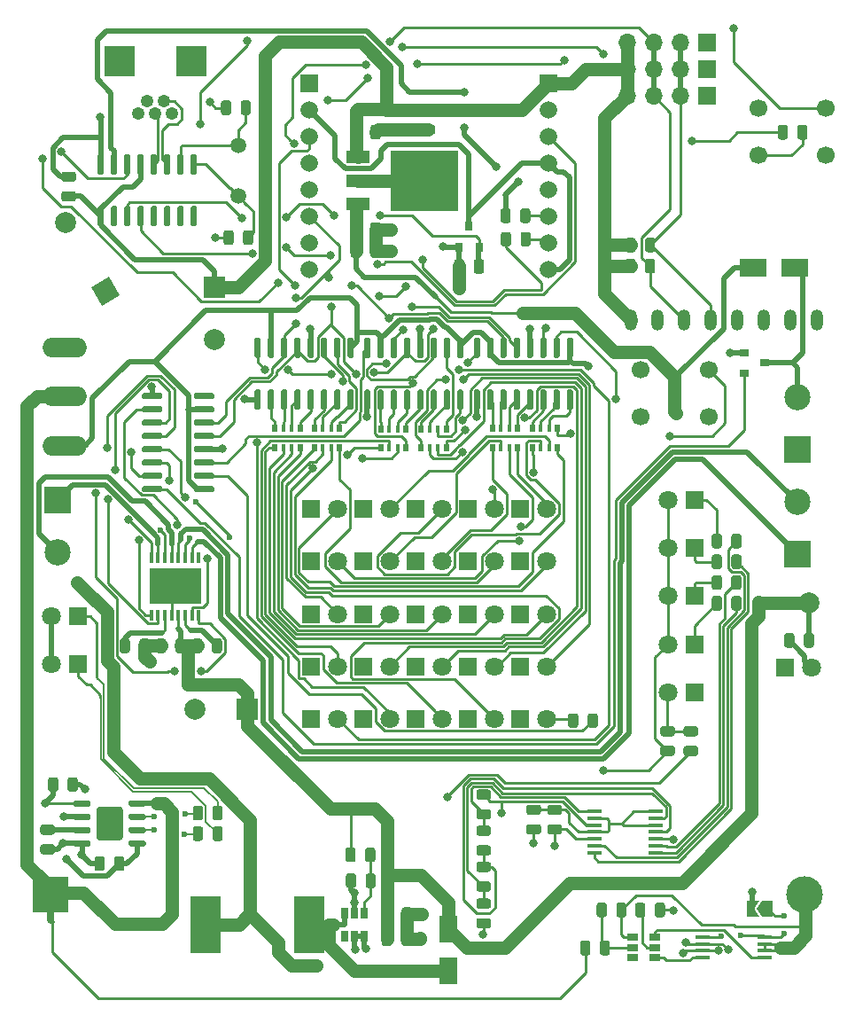
<source format=gbr>
G04 #@! TF.GenerationSoftware,KiCad,Pcbnew,(5.1.6)-1*
G04 #@! TF.CreationDate,2020-07-20T23:37:44+02:00*
G04 #@! TF.ProjectId,TrackRay_H02,54726163-6b52-4617-995f-4830322e6b69,rev?*
G04 #@! TF.SameCoordinates,Original*
G04 #@! TF.FileFunction,Copper,L2,Bot*
G04 #@! TF.FilePolarity,Positive*
%FSLAX46Y46*%
G04 Gerber Fmt 4.6, Leading zero omitted, Abs format (unit mm)*
G04 Created by KiCad (PCBNEW (5.1.6)-1) date 2020-07-20 23:37:44*
%MOMM*%
%LPD*%
G01*
G04 APERTURE LIST*
G04 #@! TA.AperFunction,ComponentPad*
%ADD10O,1.200000X2.000000*%
G04 #@! TD*
G04 #@! TA.AperFunction,ComponentPad*
%ADD11C,1.700000*%
G04 #@! TD*
G04 #@! TA.AperFunction,ComponentPad*
%ADD12R,3.500000X3.500000*%
G04 #@! TD*
G04 #@! TA.AperFunction,ComponentPad*
%ADD13C,3.500000*%
G04 #@! TD*
G04 #@! TA.AperFunction,SMDPad,CuDef*
%ADD14R,1.450000X0.450000*%
G04 #@! TD*
G04 #@! TA.AperFunction,SMDPad,CuDef*
%ADD15R,2.500000X1.800000*%
G04 #@! TD*
G04 #@! TA.AperFunction,ComponentPad*
%ADD16O,4.200000X1.900000*%
G04 #@! TD*
G04 #@! TA.AperFunction,ComponentPad*
%ADD17C,2.000000*%
G04 #@! TD*
G04 #@! TA.AperFunction,SMDPad,CuDef*
%ADD18R,6.400000X5.800000*%
G04 #@! TD*
G04 #@! TA.AperFunction,SMDPad,CuDef*
%ADD19R,2.200000X1.200000*%
G04 #@! TD*
G04 #@! TA.AperFunction,SMDPad,CuDef*
%ADD20C,0.100000*%
G04 #@! TD*
G04 #@! TA.AperFunction,ComponentPad*
%ADD21C,1.800000*%
G04 #@! TD*
G04 #@! TA.AperFunction,ComponentPad*
%ADD22R,1.800000X1.800000*%
G04 #@! TD*
G04 #@! TA.AperFunction,ComponentPad*
%ADD23C,2.500000*%
G04 #@! TD*
G04 #@! TA.AperFunction,ComponentPad*
%ADD24R,2.500000X2.500000*%
G04 #@! TD*
G04 #@! TA.AperFunction,ComponentPad*
%ADD25R,1.665000X1.665000*%
G04 #@! TD*
G04 #@! TA.AperFunction,ComponentPad*
%ADD26C,1.665000*%
G04 #@! TD*
G04 #@! TA.AperFunction,ComponentPad*
%ADD27O,1.700000X1.700000*%
G04 #@! TD*
G04 #@! TA.AperFunction,ComponentPad*
%ADD28R,1.700000X1.700000*%
G04 #@! TD*
G04 #@! TA.AperFunction,SMDPad,CuDef*
%ADD29R,0.900000X0.800000*%
G04 #@! TD*
G04 #@! TA.AperFunction,SMDPad,CuDef*
%ADD30R,2.900000X5.400000*%
G04 #@! TD*
G04 #@! TA.AperFunction,ComponentPad*
%ADD31C,1.500000*%
G04 #@! TD*
G04 #@! TA.AperFunction,SMDPad,CuDef*
%ADD32R,0.650000X1.060000*%
G04 #@! TD*
G04 #@! TA.AperFunction,SMDPad,CuDef*
%ADD33R,1.060000X0.650000*%
G04 #@! TD*
G04 #@! TA.AperFunction,ViaPad*
%ADD34C,0.750000*%
G04 #@! TD*
G04 #@! TA.AperFunction,Conductor*
%ADD35R,5.000000X3.400000*%
G04 #@! TD*
G04 #@! TA.AperFunction,SMDPad,CuDef*
%ADD36R,0.450000X1.050000*%
G04 #@! TD*
G04 #@! TA.AperFunction,SMDPad,CuDef*
%ADD37R,0.500000X0.800000*%
G04 #@! TD*
G04 #@! TA.AperFunction,SMDPad,CuDef*
%ADD38R,0.400000X0.800000*%
G04 #@! TD*
G04 #@! TA.AperFunction,SMDPad,CuDef*
%ADD39R,0.800000X0.900000*%
G04 #@! TD*
G04 #@! TA.AperFunction,ComponentPad*
%ADD40O,1.219200X1.219200*%
G04 #@! TD*
G04 #@! TA.AperFunction,ComponentPad*
%ADD41R,2.895600X2.895600*%
G04 #@! TD*
G04 #@! TA.AperFunction,ViaPad*
%ADD42C,0.500000*%
G04 #@! TD*
G04 #@! TA.AperFunction,SMDPad,CuDef*
%ADD43R,1.800000X2.500000*%
G04 #@! TD*
G04 #@! TA.AperFunction,ComponentPad*
%ADD44R,2.000000X2.000000*%
G04 #@! TD*
G04 #@! TA.AperFunction,ComponentPad*
%ADD45C,0.100000*%
G04 #@! TD*
G04 #@! TA.AperFunction,ViaPad*
%ADD46C,0.800000*%
G04 #@! TD*
G04 #@! TA.AperFunction,ViaPad*
%ADD47C,1.200000*%
G04 #@! TD*
G04 #@! TA.AperFunction,ViaPad*
%ADD48C,1.000000*%
G04 #@! TD*
G04 #@! TA.AperFunction,ViaPad*
%ADD49C,0.600000*%
G04 #@! TD*
G04 #@! TA.AperFunction,Conductor*
%ADD50C,0.508000*%
G04 #@! TD*
G04 #@! TA.AperFunction,Conductor*
%ADD51C,1.270000*%
G04 #@! TD*
G04 #@! TA.AperFunction,Conductor*
%ADD52C,0.254000*%
G04 #@! TD*
G04 #@! TA.AperFunction,Conductor*
%ADD53C,0.127000*%
G04 #@! TD*
G04 APERTURE END LIST*
D10*
X76490000Y-28800000D03*
X73950000Y-28800000D03*
X71410000Y-28800000D03*
X68870000Y-28800000D03*
X66330000Y-28800000D03*
X63790000Y-28800000D03*
X61250000Y-28800000D03*
X58710000Y-28800000D03*
D11*
X77400000Y-13100000D03*
X70900000Y-13100000D03*
X77400000Y-8600000D03*
X70900000Y-8600000D03*
G04 #@! TA.AperFunction,SMDPad,CuDef*
G36*
G01*
X73750000Y-10443750D02*
X73750000Y-11356250D01*
G75*
G02*
X73506250Y-11600000I-243750J0D01*
G01*
X73018750Y-11600000D01*
G75*
G02*
X72775000Y-11356250I0J243750D01*
G01*
X72775000Y-10443750D01*
G75*
G02*
X73018750Y-10200000I243750J0D01*
G01*
X73506250Y-10200000D01*
G75*
G02*
X73750000Y-10443750I0J-243750D01*
G01*
G37*
G04 #@! TD.AperFunction*
G04 #@! TA.AperFunction,SMDPad,CuDef*
G36*
G01*
X75625000Y-10443750D02*
X75625000Y-11356250D01*
G75*
G02*
X75381250Y-11600000I-243750J0D01*
G01*
X74893750Y-11600000D01*
G75*
G02*
X74650000Y-11356250I0J243750D01*
G01*
X74650000Y-10443750D01*
G75*
G02*
X74893750Y-10200000I243750J0D01*
G01*
X75381250Y-10200000D01*
G75*
G02*
X75625000Y-10443750I0J-243750D01*
G01*
G37*
G04 #@! TD.AperFunction*
D12*
X3300000Y-83700000D03*
D13*
X75300000Y-83700000D03*
D14*
X61141400Y-79674000D03*
X61141400Y-79024000D03*
X61141400Y-78374000D03*
X61141400Y-77724000D03*
X61141400Y-77074000D03*
X61141400Y-76424000D03*
X61141400Y-75774000D03*
X55241400Y-75774000D03*
X55241400Y-76424000D03*
X55241400Y-77074000D03*
X55241400Y-77724000D03*
X55241400Y-78374000D03*
X55241400Y-79024000D03*
X55241400Y-79674000D03*
G04 #@! TA.AperFunction,SMDPad,CuDef*
G36*
G01*
X45134850Y-74632400D02*
X44222350Y-74632400D01*
G75*
G02*
X43978600Y-74388650I0J243750D01*
G01*
X43978600Y-73901150D01*
G75*
G02*
X44222350Y-73657400I243750J0D01*
G01*
X45134850Y-73657400D01*
G75*
G02*
X45378600Y-73901150I0J-243750D01*
G01*
X45378600Y-74388650D01*
G75*
G02*
X45134850Y-74632400I-243750J0D01*
G01*
G37*
G04 #@! TD.AperFunction*
G04 #@! TA.AperFunction,SMDPad,CuDef*
G36*
G01*
X45134850Y-76507400D02*
X44222350Y-76507400D01*
G75*
G02*
X43978600Y-76263650I0J243750D01*
G01*
X43978600Y-75776150D01*
G75*
G02*
X44222350Y-75532400I243750J0D01*
G01*
X45134850Y-75532400D01*
G75*
G02*
X45378600Y-75776150I0J-243750D01*
G01*
X45378600Y-76263650D01*
G75*
G02*
X45134850Y-76507400I-243750J0D01*
G01*
G37*
G04 #@! TD.AperFunction*
D15*
X74400000Y-23800000D03*
X70400000Y-23800000D03*
G04 #@! TA.AperFunction,SMDPad,CuDef*
G36*
G01*
X33350000Y-80356250D02*
X33350000Y-79443750D01*
G75*
G02*
X33593750Y-79200000I243750J0D01*
G01*
X34081250Y-79200000D01*
G75*
G02*
X34325000Y-79443750I0J-243750D01*
G01*
X34325000Y-80356250D01*
G75*
G02*
X34081250Y-80600000I-243750J0D01*
G01*
X33593750Y-80600000D01*
G75*
G02*
X33350000Y-80356250I0J243750D01*
G01*
G37*
G04 #@! TD.AperFunction*
G04 #@! TA.AperFunction,SMDPad,CuDef*
G36*
G01*
X31475000Y-80356250D02*
X31475000Y-79443750D01*
G75*
G02*
X31718750Y-79200000I243750J0D01*
G01*
X32206250Y-79200000D01*
G75*
G02*
X32450000Y-79443750I0J-243750D01*
G01*
X32450000Y-80356250D01*
G75*
G02*
X32206250Y-80600000I-243750J0D01*
G01*
X31718750Y-80600000D01*
G75*
G02*
X31475000Y-80356250I0J243750D01*
G01*
G37*
G04 #@! TD.AperFunction*
D16*
X4675000Y-40824000D03*
X4675000Y-36125000D03*
X4675000Y-31426000D03*
D17*
X75775000Y-55800000D03*
G04 #@! TA.AperFunction,SMDPad,CuDef*
G36*
G01*
X75275000Y-59881250D02*
X75275000Y-58968750D01*
G75*
G02*
X75518750Y-58725000I243750J0D01*
G01*
X76006250Y-58725000D01*
G75*
G02*
X76250000Y-58968750I0J-243750D01*
G01*
X76250000Y-59881250D01*
G75*
G02*
X76006250Y-60125000I-243750J0D01*
G01*
X75518750Y-60125000D01*
G75*
G02*
X75275000Y-59881250I0J243750D01*
G01*
G37*
G04 #@! TD.AperFunction*
G04 #@! TA.AperFunction,SMDPad,CuDef*
G36*
G01*
X73400000Y-59881250D02*
X73400000Y-58968750D01*
G75*
G02*
X73643750Y-58725000I243750J0D01*
G01*
X74131250Y-58725000D01*
G75*
G02*
X74375000Y-58968750I0J-243750D01*
G01*
X74375000Y-59881250D01*
G75*
G02*
X74131250Y-60125000I-243750J0D01*
G01*
X73643750Y-60125000D01*
G75*
G02*
X73400000Y-59881250I0J243750D01*
G01*
G37*
G04 #@! TD.AperFunction*
D18*
X38975000Y-15500000D03*
D19*
X32675000Y-13220000D03*
X32675000Y-15500000D03*
X32675000Y-17780000D03*
G04 #@! TA.AperFunction,SMDPad,CuDef*
D20*
G36*
X70800000Y-85025000D02*
G01*
X71300000Y-84275000D01*
X72300000Y-84275000D01*
X72300000Y-85775000D01*
X71300000Y-85775000D01*
X70800000Y-85025000D01*
G37*
G04 #@! TD.AperFunction*
G04 #@! TA.AperFunction,SMDPad,CuDef*
G36*
X69850000Y-84275000D02*
G01*
X71000000Y-84275000D01*
X70500000Y-85025000D01*
X71000000Y-85775000D01*
X69850000Y-85775000D01*
X69850000Y-84275000D01*
G37*
G04 #@! TD.AperFunction*
D21*
X75990000Y-62025000D03*
D22*
X73450000Y-62025000D03*
D23*
X74645600Y-36197400D03*
D24*
X74645600Y-41197400D03*
D25*
X28000000Y-6200000D03*
D26*
X28000000Y-8740000D03*
X28000000Y-11280000D03*
X28000000Y-13820000D03*
X28000000Y-16360000D03*
X28000000Y-18900000D03*
X28000000Y-21440000D03*
X28000000Y-23980000D03*
D25*
X50860000Y-6200000D03*
D26*
X50860000Y-8740000D03*
X50860000Y-11280000D03*
X50860000Y-13820000D03*
X50860000Y-16360000D03*
X50860000Y-18900000D03*
X50860000Y-21440000D03*
X50860000Y-23980000D03*
G04 #@! TA.AperFunction,SMDPad,CuDef*
G36*
G01*
X36848200Y-86054250D02*
X36848200Y-85141750D01*
G75*
G02*
X37091950Y-84898000I243750J0D01*
G01*
X37579450Y-84898000D01*
G75*
G02*
X37823200Y-85141750I0J-243750D01*
G01*
X37823200Y-86054250D01*
G75*
G02*
X37579450Y-86298000I-243750J0D01*
G01*
X37091950Y-86298000D01*
G75*
G02*
X36848200Y-86054250I0J243750D01*
G01*
G37*
G04 #@! TD.AperFunction*
G04 #@! TA.AperFunction,SMDPad,CuDef*
G36*
G01*
X34973200Y-86054250D02*
X34973200Y-85141750D01*
G75*
G02*
X35216950Y-84898000I243750J0D01*
G01*
X35704450Y-84898000D01*
G75*
G02*
X35948200Y-85141750I0J-243750D01*
G01*
X35948200Y-86054250D01*
G75*
G02*
X35704450Y-86298000I-243750J0D01*
G01*
X35216950Y-86298000D01*
G75*
G02*
X34973200Y-86054250I0J243750D01*
G01*
G37*
G04 #@! TD.AperFunction*
G04 #@! TA.AperFunction,SMDPad,CuDef*
G36*
G01*
X36822800Y-88365650D02*
X36822800Y-87453150D01*
G75*
G02*
X37066550Y-87209400I243750J0D01*
G01*
X37554050Y-87209400D01*
G75*
G02*
X37797800Y-87453150I0J-243750D01*
G01*
X37797800Y-88365650D01*
G75*
G02*
X37554050Y-88609400I-243750J0D01*
G01*
X37066550Y-88609400D01*
G75*
G02*
X36822800Y-88365650I0J243750D01*
G01*
G37*
G04 #@! TD.AperFunction*
G04 #@! TA.AperFunction,SMDPad,CuDef*
G36*
G01*
X34947800Y-88365650D02*
X34947800Y-87453150D01*
G75*
G02*
X35191550Y-87209400I243750J0D01*
G01*
X35679050Y-87209400D01*
G75*
G02*
X35922800Y-87453150I0J-243750D01*
G01*
X35922800Y-88365650D01*
G75*
G02*
X35679050Y-88609400I-243750J0D01*
G01*
X35191550Y-88609400D01*
G75*
G02*
X34947800Y-88365650I0J243750D01*
G01*
G37*
G04 #@! TD.AperFunction*
G04 #@! TA.AperFunction,SMDPad,CuDef*
G36*
G01*
X3453450Y-77985200D02*
X2540950Y-77985200D01*
G75*
G02*
X2297200Y-77741450I0J243750D01*
G01*
X2297200Y-77253950D01*
G75*
G02*
X2540950Y-77010200I243750J0D01*
G01*
X3453450Y-77010200D01*
G75*
G02*
X3697200Y-77253950I0J-243750D01*
G01*
X3697200Y-77741450D01*
G75*
G02*
X3453450Y-77985200I-243750J0D01*
G01*
G37*
G04 #@! TD.AperFunction*
G04 #@! TA.AperFunction,SMDPad,CuDef*
G36*
G01*
X3453450Y-79860200D02*
X2540950Y-79860200D01*
G75*
G02*
X2297200Y-79616450I0J243750D01*
G01*
X2297200Y-79128950D01*
G75*
G02*
X2540950Y-78885200I243750J0D01*
G01*
X3453450Y-78885200D01*
G75*
G02*
X3697200Y-79128950I0J-243750D01*
G01*
X3697200Y-79616450D01*
G75*
G02*
X3453450Y-79860200I-243750J0D01*
G01*
G37*
G04 #@! TD.AperFunction*
G04 #@! TA.AperFunction,SMDPad,CuDef*
G36*
G01*
X60129000Y-84709950D02*
X60129000Y-85622450D01*
G75*
G02*
X59885250Y-85866200I-243750J0D01*
G01*
X59397750Y-85866200D01*
G75*
G02*
X59154000Y-85622450I0J243750D01*
G01*
X59154000Y-84709950D01*
G75*
G02*
X59397750Y-84466200I243750J0D01*
G01*
X59885250Y-84466200D01*
G75*
G02*
X60129000Y-84709950I0J-243750D01*
G01*
G37*
G04 #@! TD.AperFunction*
G04 #@! TA.AperFunction,SMDPad,CuDef*
G36*
G01*
X62004000Y-84709950D02*
X62004000Y-85622450D01*
G75*
G02*
X61760250Y-85866200I-243750J0D01*
G01*
X61272750Y-85866200D01*
G75*
G02*
X61029000Y-85622450I0J243750D01*
G01*
X61029000Y-84709950D01*
G75*
G02*
X61272750Y-84466200I243750J0D01*
G01*
X61760250Y-84466200D01*
G75*
G02*
X62004000Y-84709950I0J-243750D01*
G01*
G37*
G04 #@! TD.AperFunction*
G04 #@! TA.AperFunction,SMDPad,CuDef*
G36*
G01*
X54871200Y-88342150D02*
X54871200Y-89254650D01*
G75*
G02*
X54627450Y-89498400I-243750J0D01*
G01*
X54139950Y-89498400D01*
G75*
G02*
X53896200Y-89254650I0J243750D01*
G01*
X53896200Y-88342150D01*
G75*
G02*
X54139950Y-88098400I243750J0D01*
G01*
X54627450Y-88098400D01*
G75*
G02*
X54871200Y-88342150I0J-243750D01*
G01*
G37*
G04 #@! TD.AperFunction*
G04 #@! TA.AperFunction,SMDPad,CuDef*
G36*
G01*
X56746200Y-88342150D02*
X56746200Y-89254650D01*
G75*
G02*
X56502450Y-89498400I-243750J0D01*
G01*
X56014950Y-89498400D01*
G75*
G02*
X55771200Y-89254650I0J243750D01*
G01*
X55771200Y-88342150D01*
G75*
G02*
X56014950Y-88098400I243750J0D01*
G01*
X56502450Y-88098400D01*
G75*
G02*
X56746200Y-88342150I0J-243750D01*
G01*
G37*
G04 #@! TD.AperFunction*
D27*
X58381400Y-7399200D03*
X60921400Y-7399200D03*
X63461400Y-7399200D03*
D28*
X66001400Y-7399200D03*
D27*
X58381400Y-4859200D03*
X60921400Y-4859200D03*
X63461400Y-4859200D03*
D28*
X66001400Y-4859200D03*
D27*
X58381400Y-2319200D03*
X60921400Y-2319200D03*
X63461400Y-2319200D03*
D28*
X66001400Y-2319200D03*
D21*
X50728400Y-66899400D03*
D22*
X48188400Y-66899400D03*
D21*
X30728400Y-66899400D03*
D22*
X28188400Y-66899400D03*
D21*
X50728400Y-61899400D03*
D22*
X48188400Y-61899400D03*
D21*
X35728400Y-66899400D03*
D22*
X33188400Y-66899400D03*
D21*
X45728400Y-66899400D03*
D22*
X43188400Y-66899400D03*
D21*
X45728400Y-61899400D03*
D22*
X43188400Y-61899400D03*
D21*
X40728400Y-66899400D03*
D22*
X38188400Y-66899400D03*
D21*
X40728400Y-61899400D03*
D22*
X38188400Y-61899400D03*
D21*
X35728400Y-46899400D03*
D22*
X33188400Y-46899400D03*
D21*
X50728400Y-56899400D03*
D22*
X48188400Y-56899400D03*
D21*
X30728400Y-56899400D03*
D22*
X28188400Y-56899400D03*
D21*
X35728400Y-61899400D03*
D22*
X33188400Y-61899400D03*
D21*
X35728400Y-51899400D03*
D22*
X33188400Y-51899400D03*
D21*
X50728400Y-46899400D03*
D22*
X48188400Y-46899400D03*
D21*
X40728400Y-46899400D03*
D22*
X38188400Y-46899400D03*
D21*
X35728400Y-56899400D03*
D22*
X33188400Y-56899400D03*
D21*
X45728400Y-56899400D03*
D22*
X43188400Y-56899400D03*
D21*
X45728400Y-51899400D03*
D22*
X43188400Y-51899400D03*
D21*
X30728400Y-61899400D03*
D22*
X28188400Y-61899400D03*
D21*
X40728400Y-51899400D03*
D22*
X38188400Y-51899400D03*
D21*
X45728400Y-46899400D03*
D22*
X43188400Y-46899400D03*
D21*
X40728400Y-56899400D03*
D22*
X38188400Y-56899400D03*
D21*
X50728400Y-51899400D03*
D22*
X48188400Y-51899400D03*
D21*
X30728400Y-51899400D03*
D22*
X28188400Y-51899400D03*
D21*
X30728400Y-46899400D03*
D22*
X28188400Y-46899400D03*
D29*
X71545200Y-32933600D03*
X69545200Y-31983600D03*
X69545200Y-33883600D03*
D30*
X28038600Y-86537800D03*
X18138600Y-86537800D03*
D31*
X21200000Y-12120000D03*
X21200000Y-17000000D03*
D32*
X32334200Y-87688600D03*
X31384200Y-87688600D03*
X33284200Y-87688600D03*
X33284200Y-85488600D03*
X32334200Y-85488600D03*
X31384200Y-85488600D03*
D33*
X58869400Y-88747600D03*
X58869400Y-87797600D03*
X58869400Y-89697600D03*
X61069400Y-89697600D03*
X61069400Y-88747600D03*
X61069400Y-87797600D03*
D34*
X16689200Y-55004400D03*
X16689200Y-53504400D03*
X15189200Y-55004400D03*
X15189200Y-53504400D03*
X13689200Y-55004400D03*
X13689200Y-53504400D03*
D35*
X15189200Y-54254400D03*
D36*
X12914200Y-57029400D03*
X13564200Y-57029400D03*
X14214200Y-57029400D03*
X14864200Y-57029400D03*
X15514200Y-57029400D03*
X16164200Y-57029400D03*
X16814200Y-57029400D03*
X17464200Y-57029400D03*
X17464200Y-51479400D03*
X16814200Y-51479400D03*
X16164200Y-51479400D03*
X15514200Y-51479400D03*
X14864200Y-51479400D03*
X14214200Y-51479400D03*
X13564200Y-51479400D03*
X12914200Y-51479400D03*
G04 #@! TA.AperFunction,SMDPad,CuDef*
G36*
G01*
X16968600Y-45133400D02*
X16968600Y-44833400D01*
G75*
G02*
X17118600Y-44683400I150000J0D01*
G01*
X18768600Y-44683400D01*
G75*
G02*
X18918600Y-44833400I0J-150000D01*
G01*
X18918600Y-45133400D01*
G75*
G02*
X18768600Y-45283400I-150000J0D01*
G01*
X17118600Y-45283400D01*
G75*
G02*
X16968600Y-45133400I0J150000D01*
G01*
G37*
G04 #@! TD.AperFunction*
G04 #@! TA.AperFunction,SMDPad,CuDef*
G36*
G01*
X16968600Y-43863400D02*
X16968600Y-43563400D01*
G75*
G02*
X17118600Y-43413400I150000J0D01*
G01*
X18768600Y-43413400D01*
G75*
G02*
X18918600Y-43563400I0J-150000D01*
G01*
X18918600Y-43863400D01*
G75*
G02*
X18768600Y-44013400I-150000J0D01*
G01*
X17118600Y-44013400D01*
G75*
G02*
X16968600Y-43863400I0J150000D01*
G01*
G37*
G04 #@! TD.AperFunction*
G04 #@! TA.AperFunction,SMDPad,CuDef*
G36*
G01*
X16968600Y-42593400D02*
X16968600Y-42293400D01*
G75*
G02*
X17118600Y-42143400I150000J0D01*
G01*
X18768600Y-42143400D01*
G75*
G02*
X18918600Y-42293400I0J-150000D01*
G01*
X18918600Y-42593400D01*
G75*
G02*
X18768600Y-42743400I-150000J0D01*
G01*
X17118600Y-42743400D01*
G75*
G02*
X16968600Y-42593400I0J150000D01*
G01*
G37*
G04 #@! TD.AperFunction*
G04 #@! TA.AperFunction,SMDPad,CuDef*
G36*
G01*
X16968600Y-41323400D02*
X16968600Y-41023400D01*
G75*
G02*
X17118600Y-40873400I150000J0D01*
G01*
X18768600Y-40873400D01*
G75*
G02*
X18918600Y-41023400I0J-150000D01*
G01*
X18918600Y-41323400D01*
G75*
G02*
X18768600Y-41473400I-150000J0D01*
G01*
X17118600Y-41473400D01*
G75*
G02*
X16968600Y-41323400I0J150000D01*
G01*
G37*
G04 #@! TD.AperFunction*
G04 #@! TA.AperFunction,SMDPad,CuDef*
G36*
G01*
X16968600Y-40053400D02*
X16968600Y-39753400D01*
G75*
G02*
X17118600Y-39603400I150000J0D01*
G01*
X18768600Y-39603400D01*
G75*
G02*
X18918600Y-39753400I0J-150000D01*
G01*
X18918600Y-40053400D01*
G75*
G02*
X18768600Y-40203400I-150000J0D01*
G01*
X17118600Y-40203400D01*
G75*
G02*
X16968600Y-40053400I0J150000D01*
G01*
G37*
G04 #@! TD.AperFunction*
G04 #@! TA.AperFunction,SMDPad,CuDef*
G36*
G01*
X16968600Y-38783400D02*
X16968600Y-38483400D01*
G75*
G02*
X17118600Y-38333400I150000J0D01*
G01*
X18768600Y-38333400D01*
G75*
G02*
X18918600Y-38483400I0J-150000D01*
G01*
X18918600Y-38783400D01*
G75*
G02*
X18768600Y-38933400I-150000J0D01*
G01*
X17118600Y-38933400D01*
G75*
G02*
X16968600Y-38783400I0J150000D01*
G01*
G37*
G04 #@! TD.AperFunction*
G04 #@! TA.AperFunction,SMDPad,CuDef*
G36*
G01*
X16968600Y-37513400D02*
X16968600Y-37213400D01*
G75*
G02*
X17118600Y-37063400I150000J0D01*
G01*
X18768600Y-37063400D01*
G75*
G02*
X18918600Y-37213400I0J-150000D01*
G01*
X18918600Y-37513400D01*
G75*
G02*
X18768600Y-37663400I-150000J0D01*
G01*
X17118600Y-37663400D01*
G75*
G02*
X16968600Y-37513400I0J150000D01*
G01*
G37*
G04 #@! TD.AperFunction*
G04 #@! TA.AperFunction,SMDPad,CuDef*
G36*
G01*
X16968600Y-36243400D02*
X16968600Y-35943400D01*
G75*
G02*
X17118600Y-35793400I150000J0D01*
G01*
X18768600Y-35793400D01*
G75*
G02*
X18918600Y-35943400I0J-150000D01*
G01*
X18918600Y-36243400D01*
G75*
G02*
X18768600Y-36393400I-150000J0D01*
G01*
X17118600Y-36393400D01*
G75*
G02*
X16968600Y-36243400I0J150000D01*
G01*
G37*
G04 #@! TD.AperFunction*
G04 #@! TA.AperFunction,SMDPad,CuDef*
G36*
G01*
X12018600Y-36243400D02*
X12018600Y-35943400D01*
G75*
G02*
X12168600Y-35793400I150000J0D01*
G01*
X13818600Y-35793400D01*
G75*
G02*
X13968600Y-35943400I0J-150000D01*
G01*
X13968600Y-36243400D01*
G75*
G02*
X13818600Y-36393400I-150000J0D01*
G01*
X12168600Y-36393400D01*
G75*
G02*
X12018600Y-36243400I0J150000D01*
G01*
G37*
G04 #@! TD.AperFunction*
G04 #@! TA.AperFunction,SMDPad,CuDef*
G36*
G01*
X12018600Y-37513400D02*
X12018600Y-37213400D01*
G75*
G02*
X12168600Y-37063400I150000J0D01*
G01*
X13818600Y-37063400D01*
G75*
G02*
X13968600Y-37213400I0J-150000D01*
G01*
X13968600Y-37513400D01*
G75*
G02*
X13818600Y-37663400I-150000J0D01*
G01*
X12168600Y-37663400D01*
G75*
G02*
X12018600Y-37513400I0J150000D01*
G01*
G37*
G04 #@! TD.AperFunction*
G04 #@! TA.AperFunction,SMDPad,CuDef*
G36*
G01*
X12018600Y-38783400D02*
X12018600Y-38483400D01*
G75*
G02*
X12168600Y-38333400I150000J0D01*
G01*
X13818600Y-38333400D01*
G75*
G02*
X13968600Y-38483400I0J-150000D01*
G01*
X13968600Y-38783400D01*
G75*
G02*
X13818600Y-38933400I-150000J0D01*
G01*
X12168600Y-38933400D01*
G75*
G02*
X12018600Y-38783400I0J150000D01*
G01*
G37*
G04 #@! TD.AperFunction*
G04 #@! TA.AperFunction,SMDPad,CuDef*
G36*
G01*
X12018600Y-40053400D02*
X12018600Y-39753400D01*
G75*
G02*
X12168600Y-39603400I150000J0D01*
G01*
X13818600Y-39603400D01*
G75*
G02*
X13968600Y-39753400I0J-150000D01*
G01*
X13968600Y-40053400D01*
G75*
G02*
X13818600Y-40203400I-150000J0D01*
G01*
X12168600Y-40203400D01*
G75*
G02*
X12018600Y-40053400I0J150000D01*
G01*
G37*
G04 #@! TD.AperFunction*
G04 #@! TA.AperFunction,SMDPad,CuDef*
G36*
G01*
X12018600Y-41323400D02*
X12018600Y-41023400D01*
G75*
G02*
X12168600Y-40873400I150000J0D01*
G01*
X13818600Y-40873400D01*
G75*
G02*
X13968600Y-41023400I0J-150000D01*
G01*
X13968600Y-41323400D01*
G75*
G02*
X13818600Y-41473400I-150000J0D01*
G01*
X12168600Y-41473400D01*
G75*
G02*
X12018600Y-41323400I0J150000D01*
G01*
G37*
G04 #@! TD.AperFunction*
G04 #@! TA.AperFunction,SMDPad,CuDef*
G36*
G01*
X12018600Y-42593400D02*
X12018600Y-42293400D01*
G75*
G02*
X12168600Y-42143400I150000J0D01*
G01*
X13818600Y-42143400D01*
G75*
G02*
X13968600Y-42293400I0J-150000D01*
G01*
X13968600Y-42593400D01*
G75*
G02*
X13818600Y-42743400I-150000J0D01*
G01*
X12168600Y-42743400D01*
G75*
G02*
X12018600Y-42593400I0J150000D01*
G01*
G37*
G04 #@! TD.AperFunction*
G04 #@! TA.AperFunction,SMDPad,CuDef*
G36*
G01*
X12018600Y-43863400D02*
X12018600Y-43563400D01*
G75*
G02*
X12168600Y-43413400I150000J0D01*
G01*
X13818600Y-43413400D01*
G75*
G02*
X13968600Y-43563400I0J-150000D01*
G01*
X13968600Y-43863400D01*
G75*
G02*
X13818600Y-44013400I-150000J0D01*
G01*
X12168600Y-44013400D01*
G75*
G02*
X12018600Y-43863400I0J150000D01*
G01*
G37*
G04 #@! TD.AperFunction*
G04 #@! TA.AperFunction,SMDPad,CuDef*
G36*
G01*
X12018600Y-45133400D02*
X12018600Y-44833400D01*
G75*
G02*
X12168600Y-44683400I150000J0D01*
G01*
X13818600Y-44683400D01*
G75*
G02*
X13968600Y-44833400I0J-150000D01*
G01*
X13968600Y-45133400D01*
G75*
G02*
X13818600Y-45283400I-150000J0D01*
G01*
X12168600Y-45283400D01*
G75*
G02*
X12018600Y-45133400I0J150000D01*
G01*
G37*
G04 #@! TD.AperFunction*
G04 #@! TA.AperFunction,SMDPad,CuDef*
G36*
G01*
X42593400Y-37409800D02*
X42293400Y-37409800D01*
G75*
G02*
X42143400Y-37259800I0J150000D01*
G01*
X42143400Y-35609800D01*
G75*
G02*
X42293400Y-35459800I150000J0D01*
G01*
X42593400Y-35459800D01*
G75*
G02*
X42743400Y-35609800I0J-150000D01*
G01*
X42743400Y-37259800D01*
G75*
G02*
X42593400Y-37409800I-150000J0D01*
G01*
G37*
G04 #@! TD.AperFunction*
G04 #@! TA.AperFunction,SMDPad,CuDef*
G36*
G01*
X41323400Y-37409800D02*
X41023400Y-37409800D01*
G75*
G02*
X40873400Y-37259800I0J150000D01*
G01*
X40873400Y-35609800D01*
G75*
G02*
X41023400Y-35459800I150000J0D01*
G01*
X41323400Y-35459800D01*
G75*
G02*
X41473400Y-35609800I0J-150000D01*
G01*
X41473400Y-37259800D01*
G75*
G02*
X41323400Y-37409800I-150000J0D01*
G01*
G37*
G04 #@! TD.AperFunction*
G04 #@! TA.AperFunction,SMDPad,CuDef*
G36*
G01*
X40053400Y-37409800D02*
X39753400Y-37409800D01*
G75*
G02*
X39603400Y-37259800I0J150000D01*
G01*
X39603400Y-35609800D01*
G75*
G02*
X39753400Y-35459800I150000J0D01*
G01*
X40053400Y-35459800D01*
G75*
G02*
X40203400Y-35609800I0J-150000D01*
G01*
X40203400Y-37259800D01*
G75*
G02*
X40053400Y-37409800I-150000J0D01*
G01*
G37*
G04 #@! TD.AperFunction*
G04 #@! TA.AperFunction,SMDPad,CuDef*
G36*
G01*
X38783400Y-37409800D02*
X38483400Y-37409800D01*
G75*
G02*
X38333400Y-37259800I0J150000D01*
G01*
X38333400Y-35609800D01*
G75*
G02*
X38483400Y-35459800I150000J0D01*
G01*
X38783400Y-35459800D01*
G75*
G02*
X38933400Y-35609800I0J-150000D01*
G01*
X38933400Y-37259800D01*
G75*
G02*
X38783400Y-37409800I-150000J0D01*
G01*
G37*
G04 #@! TD.AperFunction*
G04 #@! TA.AperFunction,SMDPad,CuDef*
G36*
G01*
X37513400Y-37409800D02*
X37213400Y-37409800D01*
G75*
G02*
X37063400Y-37259800I0J150000D01*
G01*
X37063400Y-35609800D01*
G75*
G02*
X37213400Y-35459800I150000J0D01*
G01*
X37513400Y-35459800D01*
G75*
G02*
X37663400Y-35609800I0J-150000D01*
G01*
X37663400Y-37259800D01*
G75*
G02*
X37513400Y-37409800I-150000J0D01*
G01*
G37*
G04 #@! TD.AperFunction*
G04 #@! TA.AperFunction,SMDPad,CuDef*
G36*
G01*
X36243400Y-37409800D02*
X35943400Y-37409800D01*
G75*
G02*
X35793400Y-37259800I0J150000D01*
G01*
X35793400Y-35609800D01*
G75*
G02*
X35943400Y-35459800I150000J0D01*
G01*
X36243400Y-35459800D01*
G75*
G02*
X36393400Y-35609800I0J-150000D01*
G01*
X36393400Y-37259800D01*
G75*
G02*
X36243400Y-37409800I-150000J0D01*
G01*
G37*
G04 #@! TD.AperFunction*
G04 #@! TA.AperFunction,SMDPad,CuDef*
G36*
G01*
X34973400Y-37409800D02*
X34673400Y-37409800D01*
G75*
G02*
X34523400Y-37259800I0J150000D01*
G01*
X34523400Y-35609800D01*
G75*
G02*
X34673400Y-35459800I150000J0D01*
G01*
X34973400Y-35459800D01*
G75*
G02*
X35123400Y-35609800I0J-150000D01*
G01*
X35123400Y-37259800D01*
G75*
G02*
X34973400Y-37409800I-150000J0D01*
G01*
G37*
G04 #@! TD.AperFunction*
G04 #@! TA.AperFunction,SMDPad,CuDef*
G36*
G01*
X33703400Y-37409800D02*
X33403400Y-37409800D01*
G75*
G02*
X33253400Y-37259800I0J150000D01*
G01*
X33253400Y-35609800D01*
G75*
G02*
X33403400Y-35459800I150000J0D01*
G01*
X33703400Y-35459800D01*
G75*
G02*
X33853400Y-35609800I0J-150000D01*
G01*
X33853400Y-37259800D01*
G75*
G02*
X33703400Y-37409800I-150000J0D01*
G01*
G37*
G04 #@! TD.AperFunction*
G04 #@! TA.AperFunction,SMDPad,CuDef*
G36*
G01*
X33703400Y-32459800D02*
X33403400Y-32459800D01*
G75*
G02*
X33253400Y-32309800I0J150000D01*
G01*
X33253400Y-30659800D01*
G75*
G02*
X33403400Y-30509800I150000J0D01*
G01*
X33703400Y-30509800D01*
G75*
G02*
X33853400Y-30659800I0J-150000D01*
G01*
X33853400Y-32309800D01*
G75*
G02*
X33703400Y-32459800I-150000J0D01*
G01*
G37*
G04 #@! TD.AperFunction*
G04 #@! TA.AperFunction,SMDPad,CuDef*
G36*
G01*
X34973400Y-32459800D02*
X34673400Y-32459800D01*
G75*
G02*
X34523400Y-32309800I0J150000D01*
G01*
X34523400Y-30659800D01*
G75*
G02*
X34673400Y-30509800I150000J0D01*
G01*
X34973400Y-30509800D01*
G75*
G02*
X35123400Y-30659800I0J-150000D01*
G01*
X35123400Y-32309800D01*
G75*
G02*
X34973400Y-32459800I-150000J0D01*
G01*
G37*
G04 #@! TD.AperFunction*
G04 #@! TA.AperFunction,SMDPad,CuDef*
G36*
G01*
X36243400Y-32459800D02*
X35943400Y-32459800D01*
G75*
G02*
X35793400Y-32309800I0J150000D01*
G01*
X35793400Y-30659800D01*
G75*
G02*
X35943400Y-30509800I150000J0D01*
G01*
X36243400Y-30509800D01*
G75*
G02*
X36393400Y-30659800I0J-150000D01*
G01*
X36393400Y-32309800D01*
G75*
G02*
X36243400Y-32459800I-150000J0D01*
G01*
G37*
G04 #@! TD.AperFunction*
G04 #@! TA.AperFunction,SMDPad,CuDef*
G36*
G01*
X37513400Y-32459800D02*
X37213400Y-32459800D01*
G75*
G02*
X37063400Y-32309800I0J150000D01*
G01*
X37063400Y-30659800D01*
G75*
G02*
X37213400Y-30509800I150000J0D01*
G01*
X37513400Y-30509800D01*
G75*
G02*
X37663400Y-30659800I0J-150000D01*
G01*
X37663400Y-32309800D01*
G75*
G02*
X37513400Y-32459800I-150000J0D01*
G01*
G37*
G04 #@! TD.AperFunction*
G04 #@! TA.AperFunction,SMDPad,CuDef*
G36*
G01*
X38783400Y-32459800D02*
X38483400Y-32459800D01*
G75*
G02*
X38333400Y-32309800I0J150000D01*
G01*
X38333400Y-30659800D01*
G75*
G02*
X38483400Y-30509800I150000J0D01*
G01*
X38783400Y-30509800D01*
G75*
G02*
X38933400Y-30659800I0J-150000D01*
G01*
X38933400Y-32309800D01*
G75*
G02*
X38783400Y-32459800I-150000J0D01*
G01*
G37*
G04 #@! TD.AperFunction*
G04 #@! TA.AperFunction,SMDPad,CuDef*
G36*
G01*
X40053400Y-32459800D02*
X39753400Y-32459800D01*
G75*
G02*
X39603400Y-32309800I0J150000D01*
G01*
X39603400Y-30659800D01*
G75*
G02*
X39753400Y-30509800I150000J0D01*
G01*
X40053400Y-30509800D01*
G75*
G02*
X40203400Y-30659800I0J-150000D01*
G01*
X40203400Y-32309800D01*
G75*
G02*
X40053400Y-32459800I-150000J0D01*
G01*
G37*
G04 #@! TD.AperFunction*
G04 #@! TA.AperFunction,SMDPad,CuDef*
G36*
G01*
X41323400Y-32459800D02*
X41023400Y-32459800D01*
G75*
G02*
X40873400Y-32309800I0J150000D01*
G01*
X40873400Y-30659800D01*
G75*
G02*
X41023400Y-30509800I150000J0D01*
G01*
X41323400Y-30509800D01*
G75*
G02*
X41473400Y-30659800I0J-150000D01*
G01*
X41473400Y-32309800D01*
G75*
G02*
X41323400Y-32459800I-150000J0D01*
G01*
G37*
G04 #@! TD.AperFunction*
G04 #@! TA.AperFunction,SMDPad,CuDef*
G36*
G01*
X42593400Y-32459800D02*
X42293400Y-32459800D01*
G75*
G02*
X42143400Y-32309800I0J150000D01*
G01*
X42143400Y-30659800D01*
G75*
G02*
X42293400Y-30509800I150000J0D01*
G01*
X42593400Y-30509800D01*
G75*
G02*
X42743400Y-30659800I0J-150000D01*
G01*
X42743400Y-32309800D01*
G75*
G02*
X42593400Y-32459800I-150000J0D01*
G01*
G37*
G04 #@! TD.AperFunction*
G04 #@! TA.AperFunction,SMDPad,CuDef*
G36*
G01*
X32103200Y-37398600D02*
X31803200Y-37398600D01*
G75*
G02*
X31653200Y-37248600I0J150000D01*
G01*
X31653200Y-35598600D01*
G75*
G02*
X31803200Y-35448600I150000J0D01*
G01*
X32103200Y-35448600D01*
G75*
G02*
X32253200Y-35598600I0J-150000D01*
G01*
X32253200Y-37248600D01*
G75*
G02*
X32103200Y-37398600I-150000J0D01*
G01*
G37*
G04 #@! TD.AperFunction*
G04 #@! TA.AperFunction,SMDPad,CuDef*
G36*
G01*
X30833200Y-37398600D02*
X30533200Y-37398600D01*
G75*
G02*
X30383200Y-37248600I0J150000D01*
G01*
X30383200Y-35598600D01*
G75*
G02*
X30533200Y-35448600I150000J0D01*
G01*
X30833200Y-35448600D01*
G75*
G02*
X30983200Y-35598600I0J-150000D01*
G01*
X30983200Y-37248600D01*
G75*
G02*
X30833200Y-37398600I-150000J0D01*
G01*
G37*
G04 #@! TD.AperFunction*
G04 #@! TA.AperFunction,SMDPad,CuDef*
G36*
G01*
X29563200Y-37398600D02*
X29263200Y-37398600D01*
G75*
G02*
X29113200Y-37248600I0J150000D01*
G01*
X29113200Y-35598600D01*
G75*
G02*
X29263200Y-35448600I150000J0D01*
G01*
X29563200Y-35448600D01*
G75*
G02*
X29713200Y-35598600I0J-150000D01*
G01*
X29713200Y-37248600D01*
G75*
G02*
X29563200Y-37398600I-150000J0D01*
G01*
G37*
G04 #@! TD.AperFunction*
G04 #@! TA.AperFunction,SMDPad,CuDef*
G36*
G01*
X28293200Y-37398600D02*
X27993200Y-37398600D01*
G75*
G02*
X27843200Y-37248600I0J150000D01*
G01*
X27843200Y-35598600D01*
G75*
G02*
X27993200Y-35448600I150000J0D01*
G01*
X28293200Y-35448600D01*
G75*
G02*
X28443200Y-35598600I0J-150000D01*
G01*
X28443200Y-37248600D01*
G75*
G02*
X28293200Y-37398600I-150000J0D01*
G01*
G37*
G04 #@! TD.AperFunction*
G04 #@! TA.AperFunction,SMDPad,CuDef*
G36*
G01*
X27023200Y-37398600D02*
X26723200Y-37398600D01*
G75*
G02*
X26573200Y-37248600I0J150000D01*
G01*
X26573200Y-35598600D01*
G75*
G02*
X26723200Y-35448600I150000J0D01*
G01*
X27023200Y-35448600D01*
G75*
G02*
X27173200Y-35598600I0J-150000D01*
G01*
X27173200Y-37248600D01*
G75*
G02*
X27023200Y-37398600I-150000J0D01*
G01*
G37*
G04 #@! TD.AperFunction*
G04 #@! TA.AperFunction,SMDPad,CuDef*
G36*
G01*
X25753200Y-37398600D02*
X25453200Y-37398600D01*
G75*
G02*
X25303200Y-37248600I0J150000D01*
G01*
X25303200Y-35598600D01*
G75*
G02*
X25453200Y-35448600I150000J0D01*
G01*
X25753200Y-35448600D01*
G75*
G02*
X25903200Y-35598600I0J-150000D01*
G01*
X25903200Y-37248600D01*
G75*
G02*
X25753200Y-37398600I-150000J0D01*
G01*
G37*
G04 #@! TD.AperFunction*
G04 #@! TA.AperFunction,SMDPad,CuDef*
G36*
G01*
X24483200Y-37398600D02*
X24183200Y-37398600D01*
G75*
G02*
X24033200Y-37248600I0J150000D01*
G01*
X24033200Y-35598600D01*
G75*
G02*
X24183200Y-35448600I150000J0D01*
G01*
X24483200Y-35448600D01*
G75*
G02*
X24633200Y-35598600I0J-150000D01*
G01*
X24633200Y-37248600D01*
G75*
G02*
X24483200Y-37398600I-150000J0D01*
G01*
G37*
G04 #@! TD.AperFunction*
G04 #@! TA.AperFunction,SMDPad,CuDef*
G36*
G01*
X23213200Y-37398600D02*
X22913200Y-37398600D01*
G75*
G02*
X22763200Y-37248600I0J150000D01*
G01*
X22763200Y-35598600D01*
G75*
G02*
X22913200Y-35448600I150000J0D01*
G01*
X23213200Y-35448600D01*
G75*
G02*
X23363200Y-35598600I0J-150000D01*
G01*
X23363200Y-37248600D01*
G75*
G02*
X23213200Y-37398600I-150000J0D01*
G01*
G37*
G04 #@! TD.AperFunction*
G04 #@! TA.AperFunction,SMDPad,CuDef*
G36*
G01*
X23213200Y-32448600D02*
X22913200Y-32448600D01*
G75*
G02*
X22763200Y-32298600I0J150000D01*
G01*
X22763200Y-30648600D01*
G75*
G02*
X22913200Y-30498600I150000J0D01*
G01*
X23213200Y-30498600D01*
G75*
G02*
X23363200Y-30648600I0J-150000D01*
G01*
X23363200Y-32298600D01*
G75*
G02*
X23213200Y-32448600I-150000J0D01*
G01*
G37*
G04 #@! TD.AperFunction*
G04 #@! TA.AperFunction,SMDPad,CuDef*
G36*
G01*
X24483200Y-32448600D02*
X24183200Y-32448600D01*
G75*
G02*
X24033200Y-32298600I0J150000D01*
G01*
X24033200Y-30648600D01*
G75*
G02*
X24183200Y-30498600I150000J0D01*
G01*
X24483200Y-30498600D01*
G75*
G02*
X24633200Y-30648600I0J-150000D01*
G01*
X24633200Y-32298600D01*
G75*
G02*
X24483200Y-32448600I-150000J0D01*
G01*
G37*
G04 #@! TD.AperFunction*
G04 #@! TA.AperFunction,SMDPad,CuDef*
G36*
G01*
X25753200Y-32448600D02*
X25453200Y-32448600D01*
G75*
G02*
X25303200Y-32298600I0J150000D01*
G01*
X25303200Y-30648600D01*
G75*
G02*
X25453200Y-30498600I150000J0D01*
G01*
X25753200Y-30498600D01*
G75*
G02*
X25903200Y-30648600I0J-150000D01*
G01*
X25903200Y-32298600D01*
G75*
G02*
X25753200Y-32448600I-150000J0D01*
G01*
G37*
G04 #@! TD.AperFunction*
G04 #@! TA.AperFunction,SMDPad,CuDef*
G36*
G01*
X27023200Y-32448600D02*
X26723200Y-32448600D01*
G75*
G02*
X26573200Y-32298600I0J150000D01*
G01*
X26573200Y-30648600D01*
G75*
G02*
X26723200Y-30498600I150000J0D01*
G01*
X27023200Y-30498600D01*
G75*
G02*
X27173200Y-30648600I0J-150000D01*
G01*
X27173200Y-32298600D01*
G75*
G02*
X27023200Y-32448600I-150000J0D01*
G01*
G37*
G04 #@! TD.AperFunction*
G04 #@! TA.AperFunction,SMDPad,CuDef*
G36*
G01*
X28293200Y-32448600D02*
X27993200Y-32448600D01*
G75*
G02*
X27843200Y-32298600I0J150000D01*
G01*
X27843200Y-30648600D01*
G75*
G02*
X27993200Y-30498600I150000J0D01*
G01*
X28293200Y-30498600D01*
G75*
G02*
X28443200Y-30648600I0J-150000D01*
G01*
X28443200Y-32298600D01*
G75*
G02*
X28293200Y-32448600I-150000J0D01*
G01*
G37*
G04 #@! TD.AperFunction*
G04 #@! TA.AperFunction,SMDPad,CuDef*
G36*
G01*
X29563200Y-32448600D02*
X29263200Y-32448600D01*
G75*
G02*
X29113200Y-32298600I0J150000D01*
G01*
X29113200Y-30648600D01*
G75*
G02*
X29263200Y-30498600I150000J0D01*
G01*
X29563200Y-30498600D01*
G75*
G02*
X29713200Y-30648600I0J-150000D01*
G01*
X29713200Y-32298600D01*
G75*
G02*
X29563200Y-32448600I-150000J0D01*
G01*
G37*
G04 #@! TD.AperFunction*
G04 #@! TA.AperFunction,SMDPad,CuDef*
G36*
G01*
X30833200Y-32448600D02*
X30533200Y-32448600D01*
G75*
G02*
X30383200Y-32298600I0J150000D01*
G01*
X30383200Y-30648600D01*
G75*
G02*
X30533200Y-30498600I150000J0D01*
G01*
X30833200Y-30498600D01*
G75*
G02*
X30983200Y-30648600I0J-150000D01*
G01*
X30983200Y-32298600D01*
G75*
G02*
X30833200Y-32448600I-150000J0D01*
G01*
G37*
G04 #@! TD.AperFunction*
G04 #@! TA.AperFunction,SMDPad,CuDef*
G36*
G01*
X32103200Y-32448600D02*
X31803200Y-32448600D01*
G75*
G02*
X31653200Y-32298600I0J150000D01*
G01*
X31653200Y-30648600D01*
G75*
G02*
X31803200Y-30498600I150000J0D01*
G01*
X32103200Y-30498600D01*
G75*
G02*
X32253200Y-30648600I0J-150000D01*
G01*
X32253200Y-32298600D01*
G75*
G02*
X32103200Y-32448600I-150000J0D01*
G01*
G37*
G04 #@! TD.AperFunction*
G04 #@! TA.AperFunction,SMDPad,CuDef*
G36*
G01*
X53058200Y-37409800D02*
X52758200Y-37409800D01*
G75*
G02*
X52608200Y-37259800I0J150000D01*
G01*
X52608200Y-35609800D01*
G75*
G02*
X52758200Y-35459800I150000J0D01*
G01*
X53058200Y-35459800D01*
G75*
G02*
X53208200Y-35609800I0J-150000D01*
G01*
X53208200Y-37259800D01*
G75*
G02*
X53058200Y-37409800I-150000J0D01*
G01*
G37*
G04 #@! TD.AperFunction*
G04 #@! TA.AperFunction,SMDPad,CuDef*
G36*
G01*
X51788200Y-37409800D02*
X51488200Y-37409800D01*
G75*
G02*
X51338200Y-37259800I0J150000D01*
G01*
X51338200Y-35609800D01*
G75*
G02*
X51488200Y-35459800I150000J0D01*
G01*
X51788200Y-35459800D01*
G75*
G02*
X51938200Y-35609800I0J-150000D01*
G01*
X51938200Y-37259800D01*
G75*
G02*
X51788200Y-37409800I-150000J0D01*
G01*
G37*
G04 #@! TD.AperFunction*
G04 #@! TA.AperFunction,SMDPad,CuDef*
G36*
G01*
X50518200Y-37409800D02*
X50218200Y-37409800D01*
G75*
G02*
X50068200Y-37259800I0J150000D01*
G01*
X50068200Y-35609800D01*
G75*
G02*
X50218200Y-35459800I150000J0D01*
G01*
X50518200Y-35459800D01*
G75*
G02*
X50668200Y-35609800I0J-150000D01*
G01*
X50668200Y-37259800D01*
G75*
G02*
X50518200Y-37409800I-150000J0D01*
G01*
G37*
G04 #@! TD.AperFunction*
G04 #@! TA.AperFunction,SMDPad,CuDef*
G36*
G01*
X49248200Y-37409800D02*
X48948200Y-37409800D01*
G75*
G02*
X48798200Y-37259800I0J150000D01*
G01*
X48798200Y-35609800D01*
G75*
G02*
X48948200Y-35459800I150000J0D01*
G01*
X49248200Y-35459800D01*
G75*
G02*
X49398200Y-35609800I0J-150000D01*
G01*
X49398200Y-37259800D01*
G75*
G02*
X49248200Y-37409800I-150000J0D01*
G01*
G37*
G04 #@! TD.AperFunction*
G04 #@! TA.AperFunction,SMDPad,CuDef*
G36*
G01*
X47978200Y-37409800D02*
X47678200Y-37409800D01*
G75*
G02*
X47528200Y-37259800I0J150000D01*
G01*
X47528200Y-35609800D01*
G75*
G02*
X47678200Y-35459800I150000J0D01*
G01*
X47978200Y-35459800D01*
G75*
G02*
X48128200Y-35609800I0J-150000D01*
G01*
X48128200Y-37259800D01*
G75*
G02*
X47978200Y-37409800I-150000J0D01*
G01*
G37*
G04 #@! TD.AperFunction*
G04 #@! TA.AperFunction,SMDPad,CuDef*
G36*
G01*
X46708200Y-37409800D02*
X46408200Y-37409800D01*
G75*
G02*
X46258200Y-37259800I0J150000D01*
G01*
X46258200Y-35609800D01*
G75*
G02*
X46408200Y-35459800I150000J0D01*
G01*
X46708200Y-35459800D01*
G75*
G02*
X46858200Y-35609800I0J-150000D01*
G01*
X46858200Y-37259800D01*
G75*
G02*
X46708200Y-37409800I-150000J0D01*
G01*
G37*
G04 #@! TD.AperFunction*
G04 #@! TA.AperFunction,SMDPad,CuDef*
G36*
G01*
X45438200Y-37409800D02*
X45138200Y-37409800D01*
G75*
G02*
X44988200Y-37259800I0J150000D01*
G01*
X44988200Y-35609800D01*
G75*
G02*
X45138200Y-35459800I150000J0D01*
G01*
X45438200Y-35459800D01*
G75*
G02*
X45588200Y-35609800I0J-150000D01*
G01*
X45588200Y-37259800D01*
G75*
G02*
X45438200Y-37409800I-150000J0D01*
G01*
G37*
G04 #@! TD.AperFunction*
G04 #@! TA.AperFunction,SMDPad,CuDef*
G36*
G01*
X44168200Y-37409800D02*
X43868200Y-37409800D01*
G75*
G02*
X43718200Y-37259800I0J150000D01*
G01*
X43718200Y-35609800D01*
G75*
G02*
X43868200Y-35459800I150000J0D01*
G01*
X44168200Y-35459800D01*
G75*
G02*
X44318200Y-35609800I0J-150000D01*
G01*
X44318200Y-37259800D01*
G75*
G02*
X44168200Y-37409800I-150000J0D01*
G01*
G37*
G04 #@! TD.AperFunction*
G04 #@! TA.AperFunction,SMDPad,CuDef*
G36*
G01*
X44168200Y-32459800D02*
X43868200Y-32459800D01*
G75*
G02*
X43718200Y-32309800I0J150000D01*
G01*
X43718200Y-30659800D01*
G75*
G02*
X43868200Y-30509800I150000J0D01*
G01*
X44168200Y-30509800D01*
G75*
G02*
X44318200Y-30659800I0J-150000D01*
G01*
X44318200Y-32309800D01*
G75*
G02*
X44168200Y-32459800I-150000J0D01*
G01*
G37*
G04 #@! TD.AperFunction*
G04 #@! TA.AperFunction,SMDPad,CuDef*
G36*
G01*
X45438200Y-32459800D02*
X45138200Y-32459800D01*
G75*
G02*
X44988200Y-32309800I0J150000D01*
G01*
X44988200Y-30659800D01*
G75*
G02*
X45138200Y-30509800I150000J0D01*
G01*
X45438200Y-30509800D01*
G75*
G02*
X45588200Y-30659800I0J-150000D01*
G01*
X45588200Y-32309800D01*
G75*
G02*
X45438200Y-32459800I-150000J0D01*
G01*
G37*
G04 #@! TD.AperFunction*
G04 #@! TA.AperFunction,SMDPad,CuDef*
G36*
G01*
X46708200Y-32459800D02*
X46408200Y-32459800D01*
G75*
G02*
X46258200Y-32309800I0J150000D01*
G01*
X46258200Y-30659800D01*
G75*
G02*
X46408200Y-30509800I150000J0D01*
G01*
X46708200Y-30509800D01*
G75*
G02*
X46858200Y-30659800I0J-150000D01*
G01*
X46858200Y-32309800D01*
G75*
G02*
X46708200Y-32459800I-150000J0D01*
G01*
G37*
G04 #@! TD.AperFunction*
G04 #@! TA.AperFunction,SMDPad,CuDef*
G36*
G01*
X47978200Y-32459800D02*
X47678200Y-32459800D01*
G75*
G02*
X47528200Y-32309800I0J150000D01*
G01*
X47528200Y-30659800D01*
G75*
G02*
X47678200Y-30509800I150000J0D01*
G01*
X47978200Y-30509800D01*
G75*
G02*
X48128200Y-30659800I0J-150000D01*
G01*
X48128200Y-32309800D01*
G75*
G02*
X47978200Y-32459800I-150000J0D01*
G01*
G37*
G04 #@! TD.AperFunction*
G04 #@! TA.AperFunction,SMDPad,CuDef*
G36*
G01*
X49248200Y-32459800D02*
X48948200Y-32459800D01*
G75*
G02*
X48798200Y-32309800I0J150000D01*
G01*
X48798200Y-30659800D01*
G75*
G02*
X48948200Y-30509800I150000J0D01*
G01*
X49248200Y-30509800D01*
G75*
G02*
X49398200Y-30659800I0J-150000D01*
G01*
X49398200Y-32309800D01*
G75*
G02*
X49248200Y-32459800I-150000J0D01*
G01*
G37*
G04 #@! TD.AperFunction*
G04 #@! TA.AperFunction,SMDPad,CuDef*
G36*
G01*
X50518200Y-32459800D02*
X50218200Y-32459800D01*
G75*
G02*
X50068200Y-32309800I0J150000D01*
G01*
X50068200Y-30659800D01*
G75*
G02*
X50218200Y-30509800I150000J0D01*
G01*
X50518200Y-30509800D01*
G75*
G02*
X50668200Y-30659800I0J-150000D01*
G01*
X50668200Y-32309800D01*
G75*
G02*
X50518200Y-32459800I-150000J0D01*
G01*
G37*
G04 #@! TD.AperFunction*
G04 #@! TA.AperFunction,SMDPad,CuDef*
G36*
G01*
X51788200Y-32459800D02*
X51488200Y-32459800D01*
G75*
G02*
X51338200Y-32309800I0J150000D01*
G01*
X51338200Y-30659800D01*
G75*
G02*
X51488200Y-30509800I150000J0D01*
G01*
X51788200Y-30509800D01*
G75*
G02*
X51938200Y-30659800I0J-150000D01*
G01*
X51938200Y-32309800D01*
G75*
G02*
X51788200Y-32459800I-150000J0D01*
G01*
G37*
G04 #@! TD.AperFunction*
G04 #@! TA.AperFunction,SMDPad,CuDef*
G36*
G01*
X53058200Y-32459800D02*
X52758200Y-32459800D01*
G75*
G02*
X52608200Y-32309800I0J150000D01*
G01*
X52608200Y-30659800D01*
G75*
G02*
X52758200Y-30509800I150000J0D01*
G01*
X53058200Y-30509800D01*
G75*
G02*
X53208200Y-30659800I0J-150000D01*
G01*
X53208200Y-32309800D01*
G75*
G02*
X53058200Y-32459800I-150000J0D01*
G01*
G37*
G04 #@! TD.AperFunction*
G04 #@! TA.AperFunction,SMDPad,CuDef*
G36*
G01*
X7927200Y-17933800D02*
X8227200Y-17933800D01*
G75*
G02*
X8377200Y-18083800I0J-150000D01*
G01*
X8377200Y-19733800D01*
G75*
G02*
X8227200Y-19883800I-150000J0D01*
G01*
X7927200Y-19883800D01*
G75*
G02*
X7777200Y-19733800I0J150000D01*
G01*
X7777200Y-18083800D01*
G75*
G02*
X7927200Y-17933800I150000J0D01*
G01*
G37*
G04 #@! TD.AperFunction*
G04 #@! TA.AperFunction,SMDPad,CuDef*
G36*
G01*
X9197200Y-17933800D02*
X9497200Y-17933800D01*
G75*
G02*
X9647200Y-18083800I0J-150000D01*
G01*
X9647200Y-19733800D01*
G75*
G02*
X9497200Y-19883800I-150000J0D01*
G01*
X9197200Y-19883800D01*
G75*
G02*
X9047200Y-19733800I0J150000D01*
G01*
X9047200Y-18083800D01*
G75*
G02*
X9197200Y-17933800I150000J0D01*
G01*
G37*
G04 #@! TD.AperFunction*
G04 #@! TA.AperFunction,SMDPad,CuDef*
G36*
G01*
X10467200Y-17933800D02*
X10767200Y-17933800D01*
G75*
G02*
X10917200Y-18083800I0J-150000D01*
G01*
X10917200Y-19733800D01*
G75*
G02*
X10767200Y-19883800I-150000J0D01*
G01*
X10467200Y-19883800D01*
G75*
G02*
X10317200Y-19733800I0J150000D01*
G01*
X10317200Y-18083800D01*
G75*
G02*
X10467200Y-17933800I150000J0D01*
G01*
G37*
G04 #@! TD.AperFunction*
G04 #@! TA.AperFunction,SMDPad,CuDef*
G36*
G01*
X11737200Y-17933800D02*
X12037200Y-17933800D01*
G75*
G02*
X12187200Y-18083800I0J-150000D01*
G01*
X12187200Y-19733800D01*
G75*
G02*
X12037200Y-19883800I-150000J0D01*
G01*
X11737200Y-19883800D01*
G75*
G02*
X11587200Y-19733800I0J150000D01*
G01*
X11587200Y-18083800D01*
G75*
G02*
X11737200Y-17933800I150000J0D01*
G01*
G37*
G04 #@! TD.AperFunction*
G04 #@! TA.AperFunction,SMDPad,CuDef*
G36*
G01*
X13007200Y-17933800D02*
X13307200Y-17933800D01*
G75*
G02*
X13457200Y-18083800I0J-150000D01*
G01*
X13457200Y-19733800D01*
G75*
G02*
X13307200Y-19883800I-150000J0D01*
G01*
X13007200Y-19883800D01*
G75*
G02*
X12857200Y-19733800I0J150000D01*
G01*
X12857200Y-18083800D01*
G75*
G02*
X13007200Y-17933800I150000J0D01*
G01*
G37*
G04 #@! TD.AperFunction*
G04 #@! TA.AperFunction,SMDPad,CuDef*
G36*
G01*
X14277200Y-17933800D02*
X14577200Y-17933800D01*
G75*
G02*
X14727200Y-18083800I0J-150000D01*
G01*
X14727200Y-19733800D01*
G75*
G02*
X14577200Y-19883800I-150000J0D01*
G01*
X14277200Y-19883800D01*
G75*
G02*
X14127200Y-19733800I0J150000D01*
G01*
X14127200Y-18083800D01*
G75*
G02*
X14277200Y-17933800I150000J0D01*
G01*
G37*
G04 #@! TD.AperFunction*
G04 #@! TA.AperFunction,SMDPad,CuDef*
G36*
G01*
X15547200Y-17933800D02*
X15847200Y-17933800D01*
G75*
G02*
X15997200Y-18083800I0J-150000D01*
G01*
X15997200Y-19733800D01*
G75*
G02*
X15847200Y-19883800I-150000J0D01*
G01*
X15547200Y-19883800D01*
G75*
G02*
X15397200Y-19733800I0J150000D01*
G01*
X15397200Y-18083800D01*
G75*
G02*
X15547200Y-17933800I150000J0D01*
G01*
G37*
G04 #@! TD.AperFunction*
G04 #@! TA.AperFunction,SMDPad,CuDef*
G36*
G01*
X16817200Y-17933800D02*
X17117200Y-17933800D01*
G75*
G02*
X17267200Y-18083800I0J-150000D01*
G01*
X17267200Y-19733800D01*
G75*
G02*
X17117200Y-19883800I-150000J0D01*
G01*
X16817200Y-19883800D01*
G75*
G02*
X16667200Y-19733800I0J150000D01*
G01*
X16667200Y-18083800D01*
G75*
G02*
X16817200Y-17933800I150000J0D01*
G01*
G37*
G04 #@! TD.AperFunction*
G04 #@! TA.AperFunction,SMDPad,CuDef*
G36*
G01*
X16817200Y-12983800D02*
X17117200Y-12983800D01*
G75*
G02*
X17267200Y-13133800I0J-150000D01*
G01*
X17267200Y-14783800D01*
G75*
G02*
X17117200Y-14933800I-150000J0D01*
G01*
X16817200Y-14933800D01*
G75*
G02*
X16667200Y-14783800I0J150000D01*
G01*
X16667200Y-13133800D01*
G75*
G02*
X16817200Y-12983800I150000J0D01*
G01*
G37*
G04 #@! TD.AperFunction*
G04 #@! TA.AperFunction,SMDPad,CuDef*
G36*
G01*
X15547200Y-12983800D02*
X15847200Y-12983800D01*
G75*
G02*
X15997200Y-13133800I0J-150000D01*
G01*
X15997200Y-14783800D01*
G75*
G02*
X15847200Y-14933800I-150000J0D01*
G01*
X15547200Y-14933800D01*
G75*
G02*
X15397200Y-14783800I0J150000D01*
G01*
X15397200Y-13133800D01*
G75*
G02*
X15547200Y-12983800I150000J0D01*
G01*
G37*
G04 #@! TD.AperFunction*
G04 #@! TA.AperFunction,SMDPad,CuDef*
G36*
G01*
X14277200Y-12983800D02*
X14577200Y-12983800D01*
G75*
G02*
X14727200Y-13133800I0J-150000D01*
G01*
X14727200Y-14783800D01*
G75*
G02*
X14577200Y-14933800I-150000J0D01*
G01*
X14277200Y-14933800D01*
G75*
G02*
X14127200Y-14783800I0J150000D01*
G01*
X14127200Y-13133800D01*
G75*
G02*
X14277200Y-12983800I150000J0D01*
G01*
G37*
G04 #@! TD.AperFunction*
G04 #@! TA.AperFunction,SMDPad,CuDef*
G36*
G01*
X13007200Y-12983800D02*
X13307200Y-12983800D01*
G75*
G02*
X13457200Y-13133800I0J-150000D01*
G01*
X13457200Y-14783800D01*
G75*
G02*
X13307200Y-14933800I-150000J0D01*
G01*
X13007200Y-14933800D01*
G75*
G02*
X12857200Y-14783800I0J150000D01*
G01*
X12857200Y-13133800D01*
G75*
G02*
X13007200Y-12983800I150000J0D01*
G01*
G37*
G04 #@! TD.AperFunction*
G04 #@! TA.AperFunction,SMDPad,CuDef*
G36*
G01*
X11737200Y-12983800D02*
X12037200Y-12983800D01*
G75*
G02*
X12187200Y-13133800I0J-150000D01*
G01*
X12187200Y-14783800D01*
G75*
G02*
X12037200Y-14933800I-150000J0D01*
G01*
X11737200Y-14933800D01*
G75*
G02*
X11587200Y-14783800I0J150000D01*
G01*
X11587200Y-13133800D01*
G75*
G02*
X11737200Y-12983800I150000J0D01*
G01*
G37*
G04 #@! TD.AperFunction*
G04 #@! TA.AperFunction,SMDPad,CuDef*
G36*
G01*
X10467200Y-12983800D02*
X10767200Y-12983800D01*
G75*
G02*
X10917200Y-13133800I0J-150000D01*
G01*
X10917200Y-14783800D01*
G75*
G02*
X10767200Y-14933800I-150000J0D01*
G01*
X10467200Y-14933800D01*
G75*
G02*
X10317200Y-14783800I0J150000D01*
G01*
X10317200Y-13133800D01*
G75*
G02*
X10467200Y-12983800I150000J0D01*
G01*
G37*
G04 #@! TD.AperFunction*
G04 #@! TA.AperFunction,SMDPad,CuDef*
G36*
G01*
X9197200Y-12983800D02*
X9497200Y-12983800D01*
G75*
G02*
X9647200Y-13133800I0J-150000D01*
G01*
X9647200Y-14783800D01*
G75*
G02*
X9497200Y-14933800I-150000J0D01*
G01*
X9197200Y-14933800D01*
G75*
G02*
X9047200Y-14783800I0J150000D01*
G01*
X9047200Y-13133800D01*
G75*
G02*
X9197200Y-12983800I150000J0D01*
G01*
G37*
G04 #@! TD.AperFunction*
G04 #@! TA.AperFunction,SMDPad,CuDef*
G36*
G01*
X7927200Y-12983800D02*
X8227200Y-12983800D01*
G75*
G02*
X8377200Y-13133800I0J-150000D01*
G01*
X8377200Y-14783800D01*
G75*
G02*
X8227200Y-14933800I-150000J0D01*
G01*
X7927200Y-14933800D01*
G75*
G02*
X7777200Y-14783800I0J150000D01*
G01*
X7777200Y-13133800D01*
G75*
G02*
X7927200Y-12983800I150000J0D01*
G01*
G37*
G04 #@! TD.AperFunction*
D11*
X59715400Y-33578800D03*
X66215400Y-33578800D03*
X59715400Y-38078800D03*
X66215400Y-38078800D03*
D37*
X37268000Y-41032000D03*
D38*
X35668000Y-41032000D03*
X36468000Y-41032000D03*
D37*
X34868000Y-41032000D03*
D38*
X36468000Y-39232000D03*
D37*
X37268000Y-39232000D03*
D38*
X35668000Y-39232000D03*
D37*
X34868000Y-39232000D03*
X41103400Y-41032000D03*
D38*
X39503400Y-41032000D03*
X40303400Y-41032000D03*
D37*
X38703400Y-41032000D03*
D38*
X40303400Y-39232000D03*
D37*
X41103400Y-39232000D03*
D38*
X39503400Y-39232000D03*
D37*
X38703400Y-39232000D03*
X27133400Y-40981200D03*
D38*
X25533400Y-40981200D03*
X26333400Y-40981200D03*
D37*
X24733400Y-40981200D03*
D38*
X26333400Y-39181200D03*
D37*
X27133400Y-39181200D03*
D38*
X25533400Y-39181200D03*
D37*
X24733400Y-39181200D03*
X30918000Y-40981200D03*
D38*
X29318000Y-40981200D03*
X30118000Y-40981200D03*
D37*
X28518000Y-40981200D03*
D38*
X30118000Y-39181200D03*
D37*
X30918000Y-39181200D03*
D38*
X29318000Y-39181200D03*
D37*
X28518000Y-39181200D03*
X47936000Y-40981200D03*
D38*
X46336000Y-40981200D03*
X47136000Y-40981200D03*
D37*
X45536000Y-40981200D03*
D38*
X47136000Y-39181200D03*
D37*
X47936000Y-39181200D03*
D38*
X46336000Y-39181200D03*
D37*
X45536000Y-39181200D03*
X51720600Y-40981200D03*
D38*
X50120600Y-40981200D03*
X50920600Y-40981200D03*
D37*
X49320600Y-40981200D03*
D38*
X50920600Y-39181200D03*
D37*
X51720600Y-39181200D03*
D38*
X50120600Y-39181200D03*
D37*
X49320600Y-39181200D03*
G04 #@! TA.AperFunction,SMDPad,CuDef*
G36*
G01*
X32493800Y-81915950D02*
X32493800Y-82828450D01*
G75*
G02*
X32250050Y-83072200I-243750J0D01*
G01*
X31762550Y-83072200D01*
G75*
G02*
X31518800Y-82828450I0J243750D01*
G01*
X31518800Y-81915950D01*
G75*
G02*
X31762550Y-81672200I243750J0D01*
G01*
X32250050Y-81672200D01*
G75*
G02*
X32493800Y-81915950I0J-243750D01*
G01*
G37*
G04 #@! TD.AperFunction*
G04 #@! TA.AperFunction,SMDPad,CuDef*
G36*
G01*
X34368800Y-81915950D02*
X34368800Y-82828450D01*
G75*
G02*
X34125050Y-83072200I-243750J0D01*
G01*
X33637550Y-83072200D01*
G75*
G02*
X33393800Y-82828450I0J243750D01*
G01*
X33393800Y-81915950D01*
G75*
G02*
X33637550Y-81672200I243750J0D01*
G01*
X34125050Y-81672200D01*
G75*
G02*
X34368800Y-81915950I0J-243750D01*
G01*
G37*
G04 #@! TD.AperFunction*
G04 #@! TA.AperFunction,SMDPad,CuDef*
G36*
G01*
X49910050Y-76082500D02*
X48997550Y-76082500D01*
G75*
G02*
X48753800Y-75838750I0J243750D01*
G01*
X48753800Y-75351250D01*
G75*
G02*
X48997550Y-75107500I243750J0D01*
G01*
X49910050Y-75107500D01*
G75*
G02*
X50153800Y-75351250I0J-243750D01*
G01*
X50153800Y-75838750D01*
G75*
G02*
X49910050Y-76082500I-243750J0D01*
G01*
G37*
G04 #@! TD.AperFunction*
G04 #@! TA.AperFunction,SMDPad,CuDef*
G36*
G01*
X49910050Y-77957500D02*
X48997550Y-77957500D01*
G75*
G02*
X48753800Y-77713750I0J243750D01*
G01*
X48753800Y-77226250D01*
G75*
G02*
X48997550Y-76982500I243750J0D01*
G01*
X49910050Y-76982500D01*
G75*
G02*
X50153800Y-77226250I0J-243750D01*
G01*
X50153800Y-77713750D01*
G75*
G02*
X49910050Y-77957500I-243750J0D01*
G01*
G37*
G04 #@! TD.AperFunction*
G04 #@! TA.AperFunction,SMDPad,CuDef*
G36*
G01*
X45134850Y-85047700D02*
X44222350Y-85047700D01*
G75*
G02*
X43978600Y-84803950I0J243750D01*
G01*
X43978600Y-84316450D01*
G75*
G02*
X44222350Y-84072700I243750J0D01*
G01*
X45134850Y-84072700D01*
G75*
G02*
X45378600Y-84316450I0J-243750D01*
G01*
X45378600Y-84803950D01*
G75*
G02*
X45134850Y-85047700I-243750J0D01*
G01*
G37*
G04 #@! TD.AperFunction*
G04 #@! TA.AperFunction,SMDPad,CuDef*
G36*
G01*
X45134850Y-86922700D02*
X44222350Y-86922700D01*
G75*
G02*
X43978600Y-86678950I0J243750D01*
G01*
X43978600Y-86191450D01*
G75*
G02*
X44222350Y-85947700I243750J0D01*
G01*
X45134850Y-85947700D01*
G75*
G02*
X45378600Y-86191450I0J-243750D01*
G01*
X45378600Y-86678950D01*
G75*
G02*
X45134850Y-86922700I-243750J0D01*
G01*
G37*
G04 #@! TD.AperFunction*
G04 #@! TA.AperFunction,SMDPad,CuDef*
G36*
G01*
X45134850Y-81541200D02*
X44222350Y-81541200D01*
G75*
G02*
X43978600Y-81297450I0J243750D01*
G01*
X43978600Y-80809950D01*
G75*
G02*
X44222350Y-80566200I243750J0D01*
G01*
X45134850Y-80566200D01*
G75*
G02*
X45378600Y-80809950I0J-243750D01*
G01*
X45378600Y-81297450D01*
G75*
G02*
X45134850Y-81541200I-243750J0D01*
G01*
G37*
G04 #@! TD.AperFunction*
G04 #@! TA.AperFunction,SMDPad,CuDef*
G36*
G01*
X45134850Y-83416200D02*
X44222350Y-83416200D01*
G75*
G02*
X43978600Y-83172450I0J243750D01*
G01*
X43978600Y-82684950D01*
G75*
G02*
X44222350Y-82441200I243750J0D01*
G01*
X45134850Y-82441200D01*
G75*
G02*
X45378600Y-82684950I0J-243750D01*
G01*
X45378600Y-83172450D01*
G75*
G02*
X45134850Y-83416200I-243750J0D01*
G01*
G37*
G04 #@! TD.AperFunction*
G04 #@! TA.AperFunction,SMDPad,CuDef*
G36*
G01*
X45134850Y-78086800D02*
X44222350Y-78086800D01*
G75*
G02*
X43978600Y-77843050I0J243750D01*
G01*
X43978600Y-77355550D01*
G75*
G02*
X44222350Y-77111800I243750J0D01*
G01*
X45134850Y-77111800D01*
G75*
G02*
X45378600Y-77355550I0J-243750D01*
G01*
X45378600Y-77843050D01*
G75*
G02*
X45134850Y-78086800I-243750J0D01*
G01*
G37*
G04 #@! TD.AperFunction*
G04 #@! TA.AperFunction,SMDPad,CuDef*
G36*
G01*
X45134850Y-79961800D02*
X44222350Y-79961800D01*
G75*
G02*
X43978600Y-79718050I0J243750D01*
G01*
X43978600Y-79230550D01*
G75*
G02*
X44222350Y-78986800I243750J0D01*
G01*
X45134850Y-78986800D01*
G75*
G02*
X45378600Y-79230550I0J-243750D01*
G01*
X45378600Y-79718050D01*
G75*
G02*
X45134850Y-79961800I-243750J0D01*
G01*
G37*
G04 #@! TD.AperFunction*
G04 #@! TA.AperFunction,SMDPad,CuDef*
G36*
G01*
X18761100Y-78332650D02*
X18761100Y-77420150D01*
G75*
G02*
X19004850Y-77176400I243750J0D01*
G01*
X19492350Y-77176400D01*
G75*
G02*
X19736100Y-77420150I0J-243750D01*
G01*
X19736100Y-78332650D01*
G75*
G02*
X19492350Y-78576400I-243750J0D01*
G01*
X19004850Y-78576400D01*
G75*
G02*
X18761100Y-78332650I0J243750D01*
G01*
G37*
G04 #@! TD.AperFunction*
G04 #@! TA.AperFunction,SMDPad,CuDef*
G36*
G01*
X16886100Y-78332650D02*
X16886100Y-77420150D01*
G75*
G02*
X17129850Y-77176400I243750J0D01*
G01*
X17617350Y-77176400D01*
G75*
G02*
X17861100Y-77420150I0J-243750D01*
G01*
X17861100Y-78332650D01*
G75*
G02*
X17617350Y-78576400I-243750J0D01*
G01*
X17129850Y-78576400D01*
G75*
G02*
X16886100Y-78332650I0J243750D01*
G01*
G37*
G04 #@! TD.AperFunction*
G04 #@! TA.AperFunction,SMDPad,CuDef*
G36*
G01*
X18761100Y-76376850D02*
X18761100Y-75464350D01*
G75*
G02*
X19004850Y-75220600I243750J0D01*
G01*
X19492350Y-75220600D01*
G75*
G02*
X19736100Y-75464350I0J-243750D01*
G01*
X19736100Y-76376850D01*
G75*
G02*
X19492350Y-76620600I-243750J0D01*
G01*
X19004850Y-76620600D01*
G75*
G02*
X18761100Y-76376850I0J243750D01*
G01*
G37*
G04 #@! TD.AperFunction*
G04 #@! TA.AperFunction,SMDPad,CuDef*
G36*
G01*
X16886100Y-76376850D02*
X16886100Y-75464350D01*
G75*
G02*
X17129850Y-75220600I243750J0D01*
G01*
X17617350Y-75220600D01*
G75*
G02*
X17861100Y-75464350I0J-243750D01*
G01*
X17861100Y-76376850D01*
G75*
G02*
X17617350Y-76620600I-243750J0D01*
G01*
X17129850Y-76620600D01*
G75*
G02*
X16886100Y-76376850I0J243750D01*
G01*
G37*
G04 #@! TD.AperFunction*
G04 #@! TA.AperFunction,SMDPad,CuDef*
G36*
G01*
X67444200Y-55423750D02*
X67444200Y-56336250D01*
G75*
G02*
X67200450Y-56580000I-243750J0D01*
G01*
X66712950Y-56580000D01*
G75*
G02*
X66469200Y-56336250I0J243750D01*
G01*
X66469200Y-55423750D01*
G75*
G02*
X66712950Y-55180000I243750J0D01*
G01*
X67200450Y-55180000D01*
G75*
G02*
X67444200Y-55423750I0J-243750D01*
G01*
G37*
G04 #@! TD.AperFunction*
G04 #@! TA.AperFunction,SMDPad,CuDef*
G36*
G01*
X69319200Y-55423750D02*
X69319200Y-56336250D01*
G75*
G02*
X69075450Y-56580000I-243750J0D01*
G01*
X68587950Y-56580000D01*
G75*
G02*
X68344200Y-56336250I0J243750D01*
G01*
X68344200Y-55423750D01*
G75*
G02*
X68587950Y-55180000I243750J0D01*
G01*
X69075450Y-55180000D01*
G75*
G02*
X69319200Y-55423750I0J-243750D01*
G01*
G37*
G04 #@! TD.AperFunction*
G04 #@! TA.AperFunction,SMDPad,CuDef*
G36*
G01*
X67444200Y-53442550D02*
X67444200Y-54355050D01*
G75*
G02*
X67200450Y-54598800I-243750J0D01*
G01*
X66712950Y-54598800D01*
G75*
G02*
X66469200Y-54355050I0J243750D01*
G01*
X66469200Y-53442550D01*
G75*
G02*
X66712950Y-53198800I243750J0D01*
G01*
X67200450Y-53198800D01*
G75*
G02*
X67444200Y-53442550I0J-243750D01*
G01*
G37*
G04 #@! TD.AperFunction*
G04 #@! TA.AperFunction,SMDPad,CuDef*
G36*
G01*
X69319200Y-53442550D02*
X69319200Y-54355050D01*
G75*
G02*
X69075450Y-54598800I-243750J0D01*
G01*
X68587950Y-54598800D01*
G75*
G02*
X68344200Y-54355050I0J243750D01*
G01*
X68344200Y-53442550D01*
G75*
G02*
X68587950Y-53198800I243750J0D01*
G01*
X69075450Y-53198800D01*
G75*
G02*
X69319200Y-53442550I0J-243750D01*
G01*
G37*
G04 #@! TD.AperFunction*
G04 #@! TA.AperFunction,SMDPad,CuDef*
G36*
G01*
X67444200Y-51461350D02*
X67444200Y-52373850D01*
G75*
G02*
X67200450Y-52617600I-243750J0D01*
G01*
X66712950Y-52617600D01*
G75*
G02*
X66469200Y-52373850I0J243750D01*
G01*
X66469200Y-51461350D01*
G75*
G02*
X66712950Y-51217600I243750J0D01*
G01*
X67200450Y-51217600D01*
G75*
G02*
X67444200Y-51461350I0J-243750D01*
G01*
G37*
G04 #@! TD.AperFunction*
G04 #@! TA.AperFunction,SMDPad,CuDef*
G36*
G01*
X69319200Y-51461350D02*
X69319200Y-52373850D01*
G75*
G02*
X69075450Y-52617600I-243750J0D01*
G01*
X68587950Y-52617600D01*
G75*
G02*
X68344200Y-52373850I0J243750D01*
G01*
X68344200Y-51461350D01*
G75*
G02*
X68587950Y-51217600I243750J0D01*
G01*
X69075450Y-51217600D01*
G75*
G02*
X69319200Y-51461350I0J-243750D01*
G01*
G37*
G04 #@! TD.AperFunction*
G04 #@! TA.AperFunction,SMDPad,CuDef*
G36*
G01*
X67444200Y-49480150D02*
X67444200Y-50392650D01*
G75*
G02*
X67200450Y-50636400I-243750J0D01*
G01*
X66712950Y-50636400D01*
G75*
G02*
X66469200Y-50392650I0J243750D01*
G01*
X66469200Y-49480150D01*
G75*
G02*
X66712950Y-49236400I243750J0D01*
G01*
X67200450Y-49236400D01*
G75*
G02*
X67444200Y-49480150I0J-243750D01*
G01*
G37*
G04 #@! TD.AperFunction*
G04 #@! TA.AperFunction,SMDPad,CuDef*
G36*
G01*
X69319200Y-49480150D02*
X69319200Y-50392650D01*
G75*
G02*
X69075450Y-50636400I-243750J0D01*
G01*
X68587950Y-50636400D01*
G75*
G02*
X68344200Y-50392650I0J243750D01*
G01*
X68344200Y-49480150D01*
G75*
G02*
X68587950Y-49236400I243750J0D01*
G01*
X69075450Y-49236400D01*
G75*
G02*
X69319200Y-49480150I0J-243750D01*
G01*
G37*
G04 #@! TD.AperFunction*
G04 #@! TA.AperFunction,SMDPad,CuDef*
G36*
G01*
X64921450Y-68589500D02*
X64008950Y-68589500D01*
G75*
G02*
X63765200Y-68345750I0J243750D01*
G01*
X63765200Y-67858250D01*
G75*
G02*
X64008950Y-67614500I243750J0D01*
G01*
X64921450Y-67614500D01*
G75*
G02*
X65165200Y-67858250I0J-243750D01*
G01*
X65165200Y-68345750D01*
G75*
G02*
X64921450Y-68589500I-243750J0D01*
G01*
G37*
G04 #@! TD.AperFunction*
G04 #@! TA.AperFunction,SMDPad,CuDef*
G36*
G01*
X64921450Y-70464500D02*
X64008950Y-70464500D01*
G75*
G02*
X63765200Y-70220750I0J243750D01*
G01*
X63765200Y-69733250D01*
G75*
G02*
X64008950Y-69489500I243750J0D01*
G01*
X64921450Y-69489500D01*
G75*
G02*
X65165200Y-69733250I0J-243750D01*
G01*
X65165200Y-70220750D01*
G75*
G02*
X64921450Y-70464500I-243750J0D01*
G01*
G37*
G04 #@! TD.AperFunction*
G04 #@! TA.AperFunction,SMDPad,CuDef*
G36*
G01*
X51004150Y-76982500D02*
X51916650Y-76982500D01*
G75*
G02*
X52160400Y-77226250I0J-243750D01*
G01*
X52160400Y-77713750D01*
G75*
G02*
X51916650Y-77957500I-243750J0D01*
G01*
X51004150Y-77957500D01*
G75*
G02*
X50760400Y-77713750I0J243750D01*
G01*
X50760400Y-77226250D01*
G75*
G02*
X51004150Y-76982500I243750J0D01*
G01*
G37*
G04 #@! TD.AperFunction*
G04 #@! TA.AperFunction,SMDPad,CuDef*
G36*
G01*
X51004150Y-75107500D02*
X51916650Y-75107500D01*
G75*
G02*
X52160400Y-75351250I0J-243750D01*
G01*
X52160400Y-75838750D01*
G75*
G02*
X51916650Y-76082500I-243750J0D01*
G01*
X51004150Y-76082500D01*
G75*
G02*
X50760400Y-75838750I0J243750D01*
G01*
X50760400Y-75351250D01*
G75*
G02*
X51004150Y-75107500I243750J0D01*
G01*
G37*
G04 #@! TD.AperFunction*
G04 #@! TA.AperFunction,SMDPad,CuDef*
G36*
G01*
X61799150Y-69487200D02*
X62711650Y-69487200D01*
G75*
G02*
X62955400Y-69730950I0J-243750D01*
G01*
X62955400Y-70218450D01*
G75*
G02*
X62711650Y-70462200I-243750J0D01*
G01*
X61799150Y-70462200D01*
G75*
G02*
X61555400Y-70218450I0J243750D01*
G01*
X61555400Y-69730950D01*
G75*
G02*
X61799150Y-69487200I243750J0D01*
G01*
G37*
G04 #@! TD.AperFunction*
G04 #@! TA.AperFunction,SMDPad,CuDef*
G36*
G01*
X61799150Y-67612200D02*
X62711650Y-67612200D01*
G75*
G02*
X62955400Y-67855950I0J-243750D01*
G01*
X62955400Y-68343450D01*
G75*
G02*
X62711650Y-68587200I-243750J0D01*
G01*
X61799150Y-68587200D01*
G75*
G02*
X61555400Y-68343450I0J243750D01*
G01*
X61555400Y-67855950D01*
G75*
G02*
X61799150Y-67612200I243750J0D01*
G01*
G37*
G04 #@! TD.AperFunction*
G04 #@! TA.AperFunction,SMDPad,CuDef*
G36*
G01*
X54605100Y-67537650D02*
X54605100Y-66625150D01*
G75*
G02*
X54848850Y-66381400I243750J0D01*
G01*
X55336350Y-66381400D01*
G75*
G02*
X55580100Y-66625150I0J-243750D01*
G01*
X55580100Y-67537650D01*
G75*
G02*
X55336350Y-67781400I-243750J0D01*
G01*
X54848850Y-67781400D01*
G75*
G02*
X54605100Y-67537650I0J243750D01*
G01*
G37*
G04 #@! TD.AperFunction*
G04 #@! TA.AperFunction,SMDPad,CuDef*
G36*
G01*
X52730100Y-67537650D02*
X52730100Y-66625150D01*
G75*
G02*
X52973850Y-66381400I243750J0D01*
G01*
X53461350Y-66381400D01*
G75*
G02*
X53705100Y-66625150I0J-243750D01*
G01*
X53705100Y-67537650D01*
G75*
G02*
X53461350Y-67781400I-243750J0D01*
G01*
X52973850Y-67781400D01*
G75*
G02*
X52730100Y-67537650I0J243750D01*
G01*
G37*
G04 #@! TD.AperFunction*
G04 #@! TA.AperFunction,SMDPad,CuDef*
G36*
G01*
X59195400Y-23211750D02*
X59195400Y-24124250D01*
G75*
G02*
X58951650Y-24368000I-243750J0D01*
G01*
X58464150Y-24368000D01*
G75*
G02*
X58220400Y-24124250I0J243750D01*
G01*
X58220400Y-23211750D01*
G75*
G02*
X58464150Y-22968000I243750J0D01*
G01*
X58951650Y-22968000D01*
G75*
G02*
X59195400Y-23211750I0J-243750D01*
G01*
G37*
G04 #@! TD.AperFunction*
G04 #@! TA.AperFunction,SMDPad,CuDef*
G36*
G01*
X61070400Y-23211750D02*
X61070400Y-24124250D01*
G75*
G02*
X60826650Y-24368000I-243750J0D01*
G01*
X60339150Y-24368000D01*
G75*
G02*
X60095400Y-24124250I0J243750D01*
G01*
X60095400Y-23211750D01*
G75*
G02*
X60339150Y-22968000I243750J0D01*
G01*
X60826650Y-22968000D01*
G75*
G02*
X61070400Y-23211750I0J-243750D01*
G01*
G37*
G04 #@! TD.AperFunction*
G04 #@! TA.AperFunction,SMDPad,CuDef*
G36*
G01*
X59195400Y-21205150D02*
X59195400Y-22117650D01*
G75*
G02*
X58951650Y-22361400I-243750J0D01*
G01*
X58464150Y-22361400D01*
G75*
G02*
X58220400Y-22117650I0J243750D01*
G01*
X58220400Y-21205150D01*
G75*
G02*
X58464150Y-20961400I243750J0D01*
G01*
X58951650Y-20961400D01*
G75*
G02*
X59195400Y-21205150I0J-243750D01*
G01*
G37*
G04 #@! TD.AperFunction*
G04 #@! TA.AperFunction,SMDPad,CuDef*
G36*
G01*
X61070400Y-21205150D02*
X61070400Y-22117650D01*
G75*
G02*
X60826650Y-22361400I-243750J0D01*
G01*
X60339150Y-22361400D01*
G75*
G02*
X60095400Y-22117650I0J243750D01*
G01*
X60095400Y-21205150D01*
G75*
G02*
X60339150Y-20961400I243750J0D01*
G01*
X60826650Y-20961400D01*
G75*
G02*
X61070400Y-21205150I0J-243750D01*
G01*
G37*
G04 #@! TD.AperFunction*
G04 #@! TA.AperFunction,SMDPad,CuDef*
G36*
G01*
X43733900Y-24154450D02*
X43733900Y-23241950D01*
G75*
G02*
X43977650Y-22998200I243750J0D01*
G01*
X44465150Y-22998200D01*
G75*
G02*
X44708900Y-23241950I0J-243750D01*
G01*
X44708900Y-24154450D01*
G75*
G02*
X44465150Y-24398200I-243750J0D01*
G01*
X43977650Y-24398200D01*
G75*
G02*
X43733900Y-24154450I0J243750D01*
G01*
G37*
G04 #@! TD.AperFunction*
G04 #@! TA.AperFunction,SMDPad,CuDef*
G36*
G01*
X41858900Y-24154450D02*
X41858900Y-23241950D01*
G75*
G02*
X42102650Y-22998200I243750J0D01*
G01*
X42590150Y-22998200D01*
G75*
G02*
X42833900Y-23241950I0J-243750D01*
G01*
X42833900Y-24154450D01*
G75*
G02*
X42590150Y-24398200I-243750J0D01*
G01*
X42102650Y-24398200D01*
G75*
G02*
X41858900Y-24154450I0J243750D01*
G01*
G37*
G04 #@! TD.AperFunction*
G04 #@! TA.AperFunction,SMDPad,CuDef*
G36*
G01*
X47302000Y-20651150D02*
X47302000Y-21563650D01*
G75*
G02*
X47058250Y-21807400I-243750J0D01*
G01*
X46570750Y-21807400D01*
G75*
G02*
X46327000Y-21563650I0J243750D01*
G01*
X46327000Y-20651150D01*
G75*
G02*
X46570750Y-20407400I243750J0D01*
G01*
X47058250Y-20407400D01*
G75*
G02*
X47302000Y-20651150I0J-243750D01*
G01*
G37*
G04 #@! TD.AperFunction*
G04 #@! TA.AperFunction,SMDPad,CuDef*
G36*
G01*
X49177000Y-20651150D02*
X49177000Y-21563650D01*
G75*
G02*
X48933250Y-21807400I-243750J0D01*
G01*
X48445750Y-21807400D01*
G75*
G02*
X48202000Y-21563650I0J243750D01*
G01*
X48202000Y-20651150D01*
G75*
G02*
X48445750Y-20407400I243750J0D01*
G01*
X48933250Y-20407400D01*
G75*
G02*
X49177000Y-20651150I0J-243750D01*
G01*
G37*
G04 #@! TD.AperFunction*
G04 #@! TA.AperFunction,SMDPad,CuDef*
G36*
G01*
X47263900Y-18403250D02*
X47263900Y-19315750D01*
G75*
G02*
X47020150Y-19559500I-243750J0D01*
G01*
X46532650Y-19559500D01*
G75*
G02*
X46288900Y-19315750I0J243750D01*
G01*
X46288900Y-18403250D01*
G75*
G02*
X46532650Y-18159500I243750J0D01*
G01*
X47020150Y-18159500D01*
G75*
G02*
X47263900Y-18403250I0J-243750D01*
G01*
G37*
G04 #@! TD.AperFunction*
G04 #@! TA.AperFunction,SMDPad,CuDef*
G36*
G01*
X49138900Y-18403250D02*
X49138900Y-19315750D01*
G75*
G02*
X48895150Y-19559500I-243750J0D01*
G01*
X48407650Y-19559500D01*
G75*
G02*
X48163900Y-19315750I0J243750D01*
G01*
X48163900Y-18403250D01*
G75*
G02*
X48407650Y-18159500I243750J0D01*
G01*
X48895150Y-18159500D01*
G75*
G02*
X49138900Y-18403250I0J-243750D01*
G01*
G37*
G04 #@! TD.AperFunction*
D14*
X65630000Y-87747200D03*
X65630000Y-88397200D03*
X65630000Y-89047200D03*
X65630000Y-89697200D03*
X71530000Y-89697200D03*
X71530000Y-89047200D03*
X71530000Y-88397200D03*
X71530000Y-87747200D03*
D39*
X43281600Y-19853400D03*
X42331600Y-21853400D03*
X44231600Y-21853400D03*
D23*
X74645600Y-46197400D03*
D24*
X74645600Y-51197400D03*
D23*
X3959800Y-50998200D03*
D24*
X3959800Y-45998200D03*
D40*
X13309600Y-9144000D03*
X11709600Y-9144000D03*
X14909600Y-9144000D03*
X12509600Y-7944000D03*
X14109600Y-7944000D03*
D41*
X9859600Y-4094000D03*
X16759600Y-4094000D03*
G04 #@! TA.AperFunction,SMDPad,CuDef*
G36*
G01*
X10765800Y-78966200D02*
X10765800Y-78666200D01*
G75*
G02*
X10915800Y-78516200I150000J0D01*
G01*
X12240800Y-78516200D01*
G75*
G02*
X12390800Y-78666200I0J-150000D01*
G01*
X12390800Y-78966200D01*
G75*
G02*
X12240800Y-79116200I-150000J0D01*
G01*
X10915800Y-79116200D01*
G75*
G02*
X10765800Y-78966200I0J150000D01*
G01*
G37*
G04 #@! TD.AperFunction*
G04 #@! TA.AperFunction,SMDPad,CuDef*
G36*
G01*
X10765800Y-77696200D02*
X10765800Y-77396200D01*
G75*
G02*
X10915800Y-77246200I150000J0D01*
G01*
X12240800Y-77246200D01*
G75*
G02*
X12390800Y-77396200I0J-150000D01*
G01*
X12390800Y-77696200D01*
G75*
G02*
X12240800Y-77846200I-150000J0D01*
G01*
X10915800Y-77846200D01*
G75*
G02*
X10765800Y-77696200I0J150000D01*
G01*
G37*
G04 #@! TD.AperFunction*
G04 #@! TA.AperFunction,SMDPad,CuDef*
G36*
G01*
X10765800Y-76426200D02*
X10765800Y-76126200D01*
G75*
G02*
X10915800Y-75976200I150000J0D01*
G01*
X12240800Y-75976200D01*
G75*
G02*
X12390800Y-76126200I0J-150000D01*
G01*
X12390800Y-76426200D01*
G75*
G02*
X12240800Y-76576200I-150000J0D01*
G01*
X10915800Y-76576200D01*
G75*
G02*
X10765800Y-76426200I0J150000D01*
G01*
G37*
G04 #@! TD.AperFunction*
G04 #@! TA.AperFunction,SMDPad,CuDef*
G36*
G01*
X10765800Y-75156200D02*
X10765800Y-74856200D01*
G75*
G02*
X10915800Y-74706200I150000J0D01*
G01*
X12240800Y-74706200D01*
G75*
G02*
X12390800Y-74856200I0J-150000D01*
G01*
X12390800Y-75156200D01*
G75*
G02*
X12240800Y-75306200I-150000J0D01*
G01*
X10915800Y-75306200D01*
G75*
G02*
X10765800Y-75156200I0J150000D01*
G01*
G37*
G04 #@! TD.AperFunction*
G04 #@! TA.AperFunction,SMDPad,CuDef*
G36*
G01*
X5490800Y-75156200D02*
X5490800Y-74856200D01*
G75*
G02*
X5640800Y-74706200I150000J0D01*
G01*
X6965800Y-74706200D01*
G75*
G02*
X7115800Y-74856200I0J-150000D01*
G01*
X7115800Y-75156200D01*
G75*
G02*
X6965800Y-75306200I-150000J0D01*
G01*
X5640800Y-75306200D01*
G75*
G02*
X5490800Y-75156200I0J150000D01*
G01*
G37*
G04 #@! TD.AperFunction*
G04 #@! TA.AperFunction,SMDPad,CuDef*
G36*
G01*
X5490800Y-76426200D02*
X5490800Y-76126200D01*
G75*
G02*
X5640800Y-75976200I150000J0D01*
G01*
X6965800Y-75976200D01*
G75*
G02*
X7115800Y-76126200I0J-150000D01*
G01*
X7115800Y-76426200D01*
G75*
G02*
X6965800Y-76576200I-150000J0D01*
G01*
X5640800Y-76576200D01*
G75*
G02*
X5490800Y-76426200I0J150000D01*
G01*
G37*
G04 #@! TD.AperFunction*
G04 #@! TA.AperFunction,SMDPad,CuDef*
G36*
G01*
X5490800Y-77696200D02*
X5490800Y-77396200D01*
G75*
G02*
X5640800Y-77246200I150000J0D01*
G01*
X6965800Y-77246200D01*
G75*
G02*
X7115800Y-77396200I0J-150000D01*
G01*
X7115800Y-77696200D01*
G75*
G02*
X6965800Y-77846200I-150000J0D01*
G01*
X5640800Y-77846200D01*
G75*
G02*
X5490800Y-77696200I0J150000D01*
G01*
G37*
G04 #@! TD.AperFunction*
G04 #@! TA.AperFunction,SMDPad,CuDef*
G36*
G01*
X5490800Y-78966200D02*
X5490800Y-78666200D01*
G75*
G02*
X5640800Y-78516200I150000J0D01*
G01*
X6965800Y-78516200D01*
G75*
G02*
X7115800Y-78666200I0J-150000D01*
G01*
X7115800Y-78966200D01*
G75*
G02*
X6965800Y-79116200I-150000J0D01*
G01*
X5640800Y-79116200D01*
G75*
G02*
X5490800Y-78966200I0J150000D01*
G01*
G37*
G04 #@! TD.AperFunction*
D42*
X9640800Y-75911200D03*
X8240800Y-75911200D03*
X9640800Y-76911200D03*
X8240800Y-76911200D03*
X9640800Y-77911200D03*
X8240800Y-77911200D03*
G04 #@! TA.AperFunction,SMDPad,CuDef*
G36*
G01*
X7683800Y-78261201D02*
X7683800Y-75561199D01*
G75*
G02*
X7933799Y-75311200I249999J0D01*
G01*
X9947801Y-75311200D01*
G75*
G02*
X10197800Y-75561199I0J-249999D01*
G01*
X10197800Y-78261201D01*
G75*
G02*
X9947801Y-78511200I-249999J0D01*
G01*
X7933799Y-78511200D01*
G75*
G02*
X7683800Y-78261201I0J249999D01*
G01*
G37*
G04 #@! TD.AperFunction*
D43*
X41300000Y-91000000D03*
X41300000Y-87000000D03*
D21*
X3365500Y-61679200D03*
D22*
X5905500Y-61679200D03*
D21*
X3365500Y-57107200D03*
D22*
X5905500Y-57107200D03*
D21*
X62271600Y-64383600D03*
D22*
X64811600Y-64383600D03*
D21*
X62271600Y-59791600D03*
D22*
X64811600Y-59791600D03*
D21*
X62271600Y-55191600D03*
D22*
X64811600Y-55191600D03*
D21*
X62271600Y-50591600D03*
D22*
X64811600Y-50591600D03*
D21*
X62271600Y-45991600D03*
D22*
X64811600Y-45991600D03*
D17*
X18973800Y-30704800D03*
D44*
X18973800Y-25704800D03*
G04 #@! TA.AperFunction,SMDPad,CuDef*
G36*
G01*
X38888350Y-10152800D02*
X39800850Y-10152800D01*
G75*
G02*
X40044600Y-10396550I0J-243750D01*
G01*
X40044600Y-10884050D01*
G75*
G02*
X39800850Y-11127800I-243750J0D01*
G01*
X38888350Y-11127800D01*
G75*
G02*
X38644600Y-10884050I0J243750D01*
G01*
X38644600Y-10396550D01*
G75*
G02*
X38888350Y-10152800I243750J0D01*
G01*
G37*
G04 #@! TD.AperFunction*
G04 #@! TA.AperFunction,SMDPad,CuDef*
G36*
G01*
X38888350Y-8277800D02*
X39800850Y-8277800D01*
G75*
G02*
X40044600Y-8521550I0J-243750D01*
G01*
X40044600Y-9009050D01*
G75*
G02*
X39800850Y-9252800I-243750J0D01*
G01*
X38888350Y-9252800D01*
G75*
G02*
X38644600Y-9009050I0J243750D01*
G01*
X38644600Y-8521550D01*
G75*
G02*
X38888350Y-8277800I243750J0D01*
G01*
G37*
G04 #@! TD.AperFunction*
G04 #@! TA.AperFunction,SMDPad,CuDef*
G36*
G01*
X36881750Y-10152800D02*
X37794250Y-10152800D01*
G75*
G02*
X38038000Y-10396550I0J-243750D01*
G01*
X38038000Y-10884050D01*
G75*
G02*
X37794250Y-11127800I-243750J0D01*
G01*
X36881750Y-11127800D01*
G75*
G02*
X36638000Y-10884050I0J243750D01*
G01*
X36638000Y-10396550D01*
G75*
G02*
X36881750Y-10152800I243750J0D01*
G01*
G37*
G04 #@! TD.AperFunction*
G04 #@! TA.AperFunction,SMDPad,CuDef*
G36*
G01*
X36881750Y-8277800D02*
X37794250Y-8277800D01*
G75*
G02*
X38038000Y-8521550I0J-243750D01*
G01*
X38038000Y-9009050D01*
G75*
G02*
X37794250Y-9252800I-243750J0D01*
G01*
X36881750Y-9252800D01*
G75*
G02*
X36638000Y-9009050I0J243750D01*
G01*
X36638000Y-8521550D01*
G75*
G02*
X36881750Y-8277800I243750J0D01*
G01*
G37*
G04 #@! TD.AperFunction*
G04 #@! TA.AperFunction,SMDPad,CuDef*
G36*
G01*
X33851000Y-11352850D02*
X33851000Y-10440350D01*
G75*
G02*
X34094750Y-10196600I243750J0D01*
G01*
X34582250Y-10196600D01*
G75*
G02*
X34826000Y-10440350I0J-243750D01*
G01*
X34826000Y-11352850D01*
G75*
G02*
X34582250Y-11596600I-243750J0D01*
G01*
X34094750Y-11596600D01*
G75*
G02*
X33851000Y-11352850I0J243750D01*
G01*
G37*
G04 #@! TD.AperFunction*
G04 #@! TA.AperFunction,SMDPad,CuDef*
G36*
G01*
X31976000Y-11352850D02*
X31976000Y-10440350D01*
G75*
G02*
X32219750Y-10196600I243750J0D01*
G01*
X32707250Y-10196600D01*
G75*
G02*
X32951000Y-10440350I0J-243750D01*
G01*
X32951000Y-11352850D01*
G75*
G02*
X32707250Y-11596600I-243750J0D01*
G01*
X32219750Y-11596600D01*
G75*
G02*
X31976000Y-11352850I0J243750D01*
G01*
G37*
G04 #@! TD.AperFunction*
G04 #@! TA.AperFunction,SMDPad,CuDef*
G36*
G01*
X33851000Y-22655850D02*
X33851000Y-21743350D01*
G75*
G02*
X34094750Y-21499600I243750J0D01*
G01*
X34582250Y-21499600D01*
G75*
G02*
X34826000Y-21743350I0J-243750D01*
G01*
X34826000Y-22655850D01*
G75*
G02*
X34582250Y-22899600I-243750J0D01*
G01*
X34094750Y-22899600D01*
G75*
G02*
X33851000Y-22655850I0J243750D01*
G01*
G37*
G04 #@! TD.AperFunction*
G04 #@! TA.AperFunction,SMDPad,CuDef*
G36*
G01*
X31976000Y-22655850D02*
X31976000Y-21743350D01*
G75*
G02*
X32219750Y-21499600I243750J0D01*
G01*
X32707250Y-21499600D01*
G75*
G02*
X32951000Y-21743350I0J-243750D01*
G01*
X32951000Y-22655850D01*
G75*
G02*
X32707250Y-22899600I-243750J0D01*
G01*
X32219750Y-22899600D01*
G75*
G02*
X31976000Y-22655850I0J243750D01*
G01*
G37*
G04 #@! TD.AperFunction*
G04 #@! TA.AperFunction,SMDPad,CuDef*
G36*
G01*
X33851000Y-20649250D02*
X33851000Y-19736750D01*
G75*
G02*
X34094750Y-19493000I243750J0D01*
G01*
X34582250Y-19493000D01*
G75*
G02*
X34826000Y-19736750I0J-243750D01*
G01*
X34826000Y-20649250D01*
G75*
G02*
X34582250Y-20893000I-243750J0D01*
G01*
X34094750Y-20893000D01*
G75*
G02*
X33851000Y-20649250I0J243750D01*
G01*
G37*
G04 #@! TD.AperFunction*
G04 #@! TA.AperFunction,SMDPad,CuDef*
G36*
G01*
X31976000Y-20649250D02*
X31976000Y-19736750D01*
G75*
G02*
X32219750Y-19493000I243750J0D01*
G01*
X32707250Y-19493000D01*
G75*
G02*
X32951000Y-19736750I0J-243750D01*
G01*
X32951000Y-20649250D01*
G75*
G02*
X32707250Y-20893000I-243750J0D01*
G01*
X32219750Y-20893000D01*
G75*
G02*
X31976000Y-20649250I0J243750D01*
G01*
G37*
G04 #@! TD.AperFunction*
D17*
X17123400Y-66014600D03*
D44*
X22123400Y-66014600D03*
G04 #@! TA.AperFunction,SMDPad,CuDef*
G36*
G01*
X57346000Y-85622450D02*
X57346000Y-84709950D01*
G75*
G02*
X57589750Y-84466200I243750J0D01*
G01*
X58077250Y-84466200D01*
G75*
G02*
X58321000Y-84709950I0J-243750D01*
G01*
X58321000Y-85622450D01*
G75*
G02*
X58077250Y-85866200I-243750J0D01*
G01*
X57589750Y-85866200D01*
G75*
G02*
X57346000Y-85622450I0J243750D01*
G01*
G37*
G04 #@! TD.AperFunction*
G04 #@! TA.AperFunction,SMDPad,CuDef*
G36*
G01*
X55471000Y-85622450D02*
X55471000Y-84709950D01*
G75*
G02*
X55714750Y-84466200I243750J0D01*
G01*
X56202250Y-84466200D01*
G75*
G02*
X56446000Y-84709950I0J-243750D01*
G01*
X56446000Y-85622450D01*
G75*
G02*
X56202250Y-85866200I-243750J0D01*
G01*
X55714750Y-85866200D01*
G75*
G02*
X55471000Y-85622450I0J243750D01*
G01*
G37*
G04 #@! TD.AperFunction*
G04 #@! TA.AperFunction,SMDPad,CuDef*
G36*
G01*
X4920400Y-73633650D02*
X4920400Y-72721150D01*
G75*
G02*
X5164150Y-72477400I243750J0D01*
G01*
X5651650Y-72477400D01*
G75*
G02*
X5895400Y-72721150I0J-243750D01*
G01*
X5895400Y-73633650D01*
G75*
G02*
X5651650Y-73877400I-243750J0D01*
G01*
X5164150Y-73877400D01*
G75*
G02*
X4920400Y-73633650I0J243750D01*
G01*
G37*
G04 #@! TD.AperFunction*
G04 #@! TA.AperFunction,SMDPad,CuDef*
G36*
G01*
X3045400Y-73633650D02*
X3045400Y-72721150D01*
G75*
G02*
X3289150Y-72477400I243750J0D01*
G01*
X3776650Y-72477400D01*
G75*
G02*
X4020400Y-72721150I0J-243750D01*
G01*
X4020400Y-73633650D01*
G75*
G02*
X3776650Y-73877400I-243750J0D01*
G01*
X3289150Y-73877400D01*
G75*
G02*
X3045400Y-73633650I0J243750D01*
G01*
G37*
G04 #@! TD.AperFunction*
G04 #@! TA.AperFunction,SMDPad,CuDef*
G36*
G01*
X8465400Y-80290350D02*
X8465400Y-81202850D01*
G75*
G02*
X8221650Y-81446600I-243750J0D01*
G01*
X7734150Y-81446600D01*
G75*
G02*
X7490400Y-81202850I0J243750D01*
G01*
X7490400Y-80290350D01*
G75*
G02*
X7734150Y-80046600I243750J0D01*
G01*
X8221650Y-80046600D01*
G75*
G02*
X8465400Y-80290350I0J-243750D01*
G01*
G37*
G04 #@! TD.AperFunction*
G04 #@! TA.AperFunction,SMDPad,CuDef*
G36*
G01*
X10340400Y-80290350D02*
X10340400Y-81202850D01*
G75*
G02*
X10096650Y-81446600I-243750J0D01*
G01*
X9609150Y-81446600D01*
G75*
G02*
X9365400Y-81202850I0J243750D01*
G01*
X9365400Y-80290350D01*
G75*
G02*
X9609150Y-80046600I243750J0D01*
G01*
X10096650Y-80046600D01*
G75*
G02*
X10340400Y-80290350I0J-243750D01*
G01*
G37*
G04 #@! TD.AperFunction*
G04 #@! TA.AperFunction,SMDPad,CuDef*
G36*
G01*
X18714900Y-60400250D02*
X18714900Y-59487750D01*
G75*
G02*
X18958650Y-59244000I243750J0D01*
G01*
X19446150Y-59244000D01*
G75*
G02*
X19689900Y-59487750I0J-243750D01*
G01*
X19689900Y-60400250D01*
G75*
G02*
X19446150Y-60644000I-243750J0D01*
G01*
X18958650Y-60644000D01*
G75*
G02*
X18714900Y-60400250I0J243750D01*
G01*
G37*
G04 #@! TD.AperFunction*
G04 #@! TA.AperFunction,SMDPad,CuDef*
G36*
G01*
X16839900Y-60400250D02*
X16839900Y-59487750D01*
G75*
G02*
X17083650Y-59244000I243750J0D01*
G01*
X17571150Y-59244000D01*
G75*
G02*
X17814900Y-59487750I0J-243750D01*
G01*
X17814900Y-60400250D01*
G75*
G02*
X17571150Y-60644000I-243750J0D01*
G01*
X17083650Y-60644000D01*
G75*
G02*
X16839900Y-60400250I0J243750D01*
G01*
G37*
G04 #@! TD.AperFunction*
G04 #@! TA.AperFunction,SMDPad,CuDef*
G36*
G01*
X11778400Y-60400250D02*
X11778400Y-59487750D01*
G75*
G02*
X12022150Y-59244000I243750J0D01*
G01*
X12509650Y-59244000D01*
G75*
G02*
X12753400Y-59487750I0J-243750D01*
G01*
X12753400Y-60400250D01*
G75*
G02*
X12509650Y-60644000I-243750J0D01*
G01*
X12022150Y-60644000D01*
G75*
G02*
X11778400Y-60400250I0J243750D01*
G01*
G37*
G04 #@! TD.AperFunction*
G04 #@! TA.AperFunction,SMDPad,CuDef*
G36*
G01*
X9903400Y-60400250D02*
X9903400Y-59487750D01*
G75*
G02*
X10147150Y-59244000I243750J0D01*
G01*
X10634650Y-59244000D01*
G75*
G02*
X10878400Y-59487750I0J-243750D01*
G01*
X10878400Y-60400250D01*
G75*
G02*
X10634650Y-60644000I-243750J0D01*
G01*
X10147150Y-60644000D01*
G75*
G02*
X9903400Y-60400250I0J243750D01*
G01*
G37*
G04 #@! TD.AperFunction*
G04 #@! TA.AperFunction,SMDPad,CuDef*
G36*
G01*
X14332800Y-59487750D02*
X14332800Y-60400250D01*
G75*
G02*
X14089050Y-60644000I-243750J0D01*
G01*
X13601550Y-60644000D01*
G75*
G02*
X13357800Y-60400250I0J243750D01*
G01*
X13357800Y-59487750D01*
G75*
G02*
X13601550Y-59244000I243750J0D01*
G01*
X14089050Y-59244000D01*
G75*
G02*
X14332800Y-59487750I0J-243750D01*
G01*
G37*
G04 #@! TD.AperFunction*
G04 #@! TA.AperFunction,SMDPad,CuDef*
G36*
G01*
X16207800Y-59487750D02*
X16207800Y-60400250D01*
G75*
G02*
X15964050Y-60644000I-243750J0D01*
G01*
X15476550Y-60644000D01*
G75*
G02*
X15232800Y-60400250I0J243750D01*
G01*
X15232800Y-59487750D01*
G75*
G02*
X15476550Y-59244000I243750J0D01*
G01*
X15964050Y-59244000D01*
G75*
G02*
X16207800Y-59487750I0J-243750D01*
G01*
G37*
G04 #@! TD.AperFunction*
G04 #@! TA.AperFunction,SMDPad,CuDef*
G36*
G01*
X20784400Y-20498750D02*
X20784400Y-21411250D01*
G75*
G02*
X20540650Y-21655000I-243750J0D01*
G01*
X20053150Y-21655000D01*
G75*
G02*
X19809400Y-21411250I0J243750D01*
G01*
X19809400Y-20498750D01*
G75*
G02*
X20053150Y-20255000I243750J0D01*
G01*
X20540650Y-20255000D01*
G75*
G02*
X20784400Y-20498750I0J-243750D01*
G01*
G37*
G04 #@! TD.AperFunction*
G04 #@! TA.AperFunction,SMDPad,CuDef*
G36*
G01*
X22659400Y-20498750D02*
X22659400Y-21411250D01*
G75*
G02*
X22415650Y-21655000I-243750J0D01*
G01*
X21928150Y-21655000D01*
G75*
G02*
X21684400Y-21411250I0J243750D01*
G01*
X21684400Y-20498750D01*
G75*
G02*
X21928150Y-20255000I243750J0D01*
G01*
X22415650Y-20255000D01*
G75*
G02*
X22659400Y-20498750I0J-243750D01*
G01*
G37*
G04 #@! TD.AperFunction*
G04 #@! TA.AperFunction,SMDPad,CuDef*
G36*
G01*
X20555800Y-8103550D02*
X20555800Y-9016050D01*
G75*
G02*
X20312050Y-9259800I-243750J0D01*
G01*
X19824550Y-9259800D01*
G75*
G02*
X19580800Y-9016050I0J243750D01*
G01*
X19580800Y-8103550D01*
G75*
G02*
X19824550Y-7859800I243750J0D01*
G01*
X20312050Y-7859800D01*
G75*
G02*
X20555800Y-8103550I0J-243750D01*
G01*
G37*
G04 #@! TD.AperFunction*
G04 #@! TA.AperFunction,SMDPad,CuDef*
G36*
G01*
X22430800Y-8103550D02*
X22430800Y-9016050D01*
G75*
G02*
X22187050Y-9259800I-243750J0D01*
G01*
X21699550Y-9259800D01*
G75*
G02*
X21455800Y-9016050I0J243750D01*
G01*
X21455800Y-8103550D01*
G75*
G02*
X21699550Y-7859800I243750J0D01*
G01*
X22187050Y-7859800D01*
G75*
G02*
X22430800Y-8103550I0J-243750D01*
G01*
G37*
G04 #@! TD.AperFunction*
G04 #@! TA.AperFunction,SMDPad,CuDef*
G36*
G01*
X5481250Y-15625000D02*
X4568750Y-15625000D01*
G75*
G02*
X4325000Y-15381250I0J243750D01*
G01*
X4325000Y-14893750D01*
G75*
G02*
X4568750Y-14650000I243750J0D01*
G01*
X5481250Y-14650000D01*
G75*
G02*
X5725000Y-14893750I0J-243750D01*
G01*
X5725000Y-15381250D01*
G75*
G02*
X5481250Y-15625000I-243750J0D01*
G01*
G37*
G04 #@! TD.AperFunction*
G04 #@! TA.AperFunction,SMDPad,CuDef*
G36*
G01*
X5481250Y-17500000D02*
X4568750Y-17500000D01*
G75*
G02*
X4325000Y-17256250I0J243750D01*
G01*
X4325000Y-16768750D01*
G75*
G02*
X4568750Y-16525000I243750J0D01*
G01*
X5481250Y-16525000D01*
G75*
G02*
X5725000Y-16768750I0J-243750D01*
G01*
X5725000Y-17256250D01*
G75*
G02*
X5481250Y-17500000I-243750J0D01*
G01*
G37*
G04 #@! TD.AperFunction*
D17*
X4725000Y-19493207D03*
G04 #@! TA.AperFunction,ComponentPad*
D45*
G36*
X9891025Y-26441025D02*
G01*
X8158975Y-27441025D01*
X7158975Y-25708975D01*
X8891025Y-24708975D01*
X9891025Y-26441025D01*
G37*
G04 #@! TD.AperFunction*
D46*
X40195500Y-14986000D03*
X40195500Y-13970000D03*
X40195500Y-17018000D03*
X41211500Y-13970000D03*
X41211500Y-17018000D03*
X41211500Y-14986000D03*
X40195500Y-16002000D03*
X41211500Y-16002000D03*
X39090600Y-16002000D03*
X39090600Y-14986000D03*
X39090600Y-13970000D03*
X38074600Y-13970000D03*
X38074600Y-14986000D03*
X18503900Y-8013700D03*
X19011900Y-20980400D03*
X67106800Y-89052400D03*
X64033400Y-88290400D03*
X63779400Y-89255600D03*
X62839600Y-85191600D03*
X4597400Y-76276200D03*
X4495800Y-78816200D03*
X6273800Y-79908400D03*
X6604000Y-73660000D03*
X38785800Y-85598000D03*
X38633400Y-87884000D03*
X32333400Y-84429600D03*
X32333400Y-83566000D03*
X35788600Y-20193000D03*
X35788600Y-22199600D03*
X38074600Y-16002000D03*
X38074600Y-17018000D03*
X39090600Y-17018000D03*
X35790900Y-10640300D03*
X12750800Y-61468000D03*
X62788800Y-78409800D03*
X44627800Y-87532000D03*
X21869400Y-36398200D03*
X28117800Y-29718000D03*
X33528000Y-38074600D03*
X38633400Y-29692600D03*
X49072800Y-29718000D03*
X43992800Y-38074600D03*
X19735800Y-41148000D03*
X12979400Y-35179000D03*
X68249800Y-32004000D03*
X68021200Y-88925400D03*
X40767000Y-21844000D03*
X8026400Y-9461500D03*
X70375000Y-83425000D03*
X49400000Y-78800000D03*
X10998200Y-41427400D03*
X68600000Y-1000000D03*
D47*
X63100000Y-37700000D03*
D46*
X2768600Y-75006200D03*
X4800600Y-80289400D03*
X54711600Y-33248600D03*
D48*
X28651200Y-90474800D03*
D46*
X32385000Y-88950800D03*
X33426400Y-88874600D03*
D48*
X27406600Y-90474800D03*
X5854700Y-53886102D03*
D46*
X49447300Y-43400100D03*
X45515600Y-44964600D03*
X48244600Y-48569600D03*
X48082200Y-49878300D03*
X42873600Y-39354200D03*
X48603800Y-38162800D03*
X42621500Y-41425200D03*
X42677600Y-38403900D03*
X41062100Y-34509100D03*
X42727500Y-34509100D03*
X37941300Y-34880700D03*
X42279700Y-33609600D03*
X33100000Y-42000000D03*
X23009700Y-40542410D03*
X31618100Y-41714900D03*
X28324400Y-43007200D03*
X62484000Y-39928800D03*
X51500000Y-79000000D03*
X56100000Y-71800000D03*
X37845000Y-27564800D03*
X34186400Y-33842200D03*
X32496400Y-33999800D03*
X30089300Y-27543200D03*
X39899686Y-29646314D03*
X26619200Y-25501600D03*
X35750500Y-2209800D03*
X26578900Y-12018500D03*
X33441100Y-4460000D03*
X50596800Y-29591000D03*
X36961700Y-29734900D03*
X35624500Y-28627400D03*
X32108900Y-25542300D03*
X26712800Y-26701100D03*
X26712800Y-29186200D03*
X29870400Y-24790402D03*
X29819600Y-7874000D03*
X33629600Y-5689600D03*
X36906200Y-2768600D03*
X56100000Y-3400000D03*
X22551500Y-22482000D03*
X25787400Y-21896500D03*
X34522000Y-23465000D03*
X30022800Y-22656800D03*
D49*
X13157200Y-77520800D03*
X16078200Y-77952600D03*
X13182600Y-76225400D03*
X16129000Y-75996800D03*
D46*
X42824400Y-7035800D03*
X42799000Y-10452100D03*
X45897800Y-14198600D03*
X48018700Y-15633700D03*
X38862000Y-23037800D03*
X37211000Y-25590500D03*
X34734500Y-26530300D03*
X25019000Y-25234900D03*
X2560064Y-13461933D03*
X4302312Y-12753427D03*
X21549700Y-19126100D03*
X25787400Y-19033100D03*
X34772600Y-18859500D03*
X30340300Y-18808700D03*
X41200000Y-74400000D03*
X46400000Y-75900000D03*
X43125000Y-32859200D03*
X31184700Y-34713600D03*
X23807000Y-33582200D03*
X35368300Y-33009100D03*
X30151900Y-33979000D03*
X25973300Y-33582200D03*
X18264200Y-51565200D03*
X15417658Y-48419462D03*
X9506000Y-43179700D03*
X7611700Y-45317000D03*
X15143400Y-62350700D03*
X17650100Y-62350700D03*
X8716300Y-41054000D03*
X8766242Y-45970758D03*
X11744100Y-49802900D03*
X16176500Y-45749700D03*
X10710100Y-47902000D03*
X14663800Y-44178400D03*
X52960100Y-39639700D03*
X57322800Y-36327900D03*
D49*
X67386200Y-87706200D03*
X69265800Y-87604600D03*
X73425000Y-87400000D03*
X73425000Y-85750000D03*
X17170400Y-46202600D03*
X20396200Y-49555400D03*
X13808939Y-48923596D03*
X16611600Y-49657000D03*
D46*
X17600000Y-10100000D03*
X22100000Y-2200000D03*
X38300000Y-4400000D03*
X52400000Y-4000000D03*
X64600000Y-11700000D03*
D50*
X13411200Y-75006200D02*
X11578300Y-75006200D01*
D51*
X3429000Y-83484200D02*
X6449000Y-83484200D01*
X6449000Y-83484200D02*
X9451800Y-86487000D01*
X9451800Y-86487000D02*
X13962200Y-86487000D01*
X13962200Y-86487000D02*
X14909800Y-85539400D01*
X14909800Y-85539400D02*
X14909800Y-75793600D01*
X14909800Y-75793600D02*
X14122400Y-75006200D01*
X14122400Y-75006200D02*
X13411200Y-75006200D01*
D52*
X3429000Y-83484200D02*
X3429000Y-86344500D01*
X3429000Y-86344500D02*
X3429000Y-89204800D01*
X3429000Y-89204800D02*
X7823200Y-93599000D01*
X7823200Y-93599000D02*
X51968400Y-93599000D01*
X51968400Y-93599000D02*
X54383700Y-91183700D01*
X54383700Y-91183700D02*
X54383700Y-88798400D01*
D50*
X3429000Y-86344500D02*
X3225800Y-86141300D01*
X3225800Y-86141300D02*
X3225800Y-83769200D01*
D51*
X1975000Y-36125000D02*
X4675000Y-36125000D01*
X3429000Y-83484200D02*
X3429000Y-83210400D01*
X1041400Y-37058600D02*
X1975000Y-36125000D01*
X1041400Y-80822800D02*
X1041400Y-37058600D01*
X3429000Y-83210400D02*
X1041400Y-80822800D01*
D52*
X71530000Y-89047200D02*
X72750800Y-89047200D01*
X72750800Y-89047200D02*
X73050400Y-88747600D01*
X71530000Y-88397200D02*
X72700000Y-88397200D01*
X72700000Y-88397200D02*
X73050400Y-88747600D01*
X71530000Y-88397200D02*
X71530000Y-89047200D01*
X57833500Y-85166200D02*
X57833500Y-87545700D01*
X57833500Y-87545700D02*
X58085400Y-87797600D01*
X58085400Y-87797600D02*
X58869400Y-87797600D01*
D51*
X75438000Y-86766400D02*
X75438000Y-87604600D01*
X75438000Y-87604600D02*
X74295000Y-88747600D01*
X74295000Y-88747600D02*
X73050400Y-88747600D01*
D52*
X57833500Y-85166200D02*
X59230500Y-83769200D01*
X59230500Y-83769200D02*
X62661800Y-83769200D01*
X62661800Y-83769200D02*
X65481200Y-86588600D01*
X65481200Y-86588600D02*
X68554600Y-86588600D01*
X68554600Y-86588600D02*
X68700800Y-86734800D01*
X68700800Y-86734800D02*
X75406400Y-86734800D01*
X75406400Y-86734800D02*
X75438000Y-86766400D01*
D51*
X75429000Y-83484200D02*
X75429000Y-84721600D01*
X75429000Y-84721600D02*
X75429000Y-85959100D01*
X75429000Y-85959100D02*
X75438000Y-85968100D01*
X75438000Y-85968100D02*
X75438000Y-86766400D01*
D50*
X75429000Y-84721600D02*
X75225800Y-84518400D01*
X75225800Y-84518400D02*
X75225800Y-83769200D01*
D52*
X41211500Y-14986000D02*
X41186500Y-14986000D01*
D50*
X6273800Y-79908400D02*
X7112000Y-80746600D01*
X7112000Y-80746600D02*
X7977900Y-80746600D01*
D52*
X65630000Y-89047200D02*
X67101600Y-89047200D01*
X67101600Y-89047200D02*
X67106800Y-89052400D01*
X65630000Y-88397200D02*
X64140200Y-88397200D01*
X64140200Y-88397200D02*
X64033400Y-88290400D01*
X65630000Y-89047200D02*
X63987800Y-89047200D01*
X63987800Y-89047200D02*
X63779400Y-89255600D01*
X61516500Y-85166200D02*
X62814200Y-85166200D01*
X62814200Y-85166200D02*
X62839600Y-85191600D01*
D50*
X6303300Y-76276200D02*
X4597400Y-76276200D01*
X6303300Y-78816200D02*
X4495800Y-78816200D01*
X6303300Y-78816200D02*
X6303300Y-79878900D01*
X6303300Y-79878900D02*
X6273800Y-79908400D01*
X4495800Y-78816200D02*
X3939300Y-79372700D01*
X3939300Y-79372700D02*
X2997200Y-79372700D01*
X5407900Y-73177400D02*
X6121400Y-73177400D01*
X6121400Y-73177400D02*
X6604000Y-73660000D01*
D51*
X37310300Y-87909400D02*
X37310300Y-85623400D01*
X37310300Y-85623400D02*
X37335700Y-85598000D01*
X37310300Y-87909400D02*
X38608000Y-87909400D01*
X38608000Y-87909400D02*
X38633400Y-87884000D01*
X37335700Y-85598000D02*
X38785800Y-85598000D01*
D50*
X32334200Y-85488600D02*
X32334200Y-84430400D01*
X32334200Y-84430400D02*
X32333400Y-84429600D01*
D51*
X34338500Y-22199600D02*
X35788600Y-22199600D01*
X39344600Y-10640300D02*
X37338000Y-10640300D01*
X35790900Y-10640300D02*
X34594800Y-10640300D01*
X34594800Y-10640300D02*
X34338500Y-10896600D01*
X12265900Y-59944000D02*
X13845300Y-59944000D01*
X12265900Y-59944000D02*
X12265900Y-60983100D01*
X12265900Y-60983100D02*
X12750800Y-61468000D01*
D52*
X14214200Y-53279400D02*
X15189200Y-54254400D01*
X14864200Y-57029400D02*
X14864200Y-54579400D01*
X14864200Y-54579400D02*
X15189200Y-54254400D01*
X61141400Y-78374000D02*
X62753000Y-78374000D01*
X62753000Y-78374000D02*
X62788800Y-78409800D01*
X44678600Y-86435200D02*
X44678600Y-87481200D01*
X44678600Y-87481200D02*
X44627800Y-87532000D01*
D50*
X23063200Y-36423600D02*
X21894800Y-36423600D01*
X21894800Y-36423600D02*
X21869400Y-36398200D01*
X28143200Y-31473600D02*
X28143200Y-29743400D01*
X28143200Y-29743400D02*
X28117800Y-29718000D01*
X33553400Y-36434800D02*
X33553400Y-38049200D01*
X33553400Y-38049200D02*
X33528000Y-38074600D01*
X38633400Y-31484800D02*
X38633400Y-29692600D01*
X49098200Y-31484800D02*
X49098200Y-29743400D01*
X49098200Y-29743400D02*
X49072800Y-29718000D01*
X44018200Y-36434800D02*
X44018200Y-38049200D01*
X44018200Y-38049200D02*
X43992800Y-38074600D01*
X17943600Y-41173400D02*
X19710400Y-41173400D01*
X19710400Y-41173400D02*
X19735800Y-41148000D01*
X12993600Y-36093400D02*
X12993600Y-35193200D01*
X12993600Y-35193200D02*
X12979400Y-35179000D01*
X69545200Y-31983600D02*
X68270200Y-31983600D01*
X68270200Y-31983600D02*
X68249800Y-32004000D01*
D52*
X65630000Y-88397200D02*
X67493000Y-88397200D01*
X67493000Y-88397200D02*
X68021200Y-88925400D01*
D51*
X37338000Y-10640300D02*
X35790900Y-10640300D01*
X34338500Y-22199600D02*
X34338500Y-20193000D01*
X34338500Y-20193000D02*
X35788600Y-20193000D01*
D50*
X32006300Y-82372200D02*
X32006300Y-83238900D01*
X32006300Y-83238900D02*
X32333400Y-83566000D01*
X32333400Y-83566000D02*
X32333400Y-84429600D01*
D52*
X8240800Y-76911200D02*
X8940800Y-76911200D01*
X39090600Y-14986000D02*
X39065600Y-14986000D01*
X15189200Y-53504400D02*
X15564200Y-53879400D01*
X16069400Y-53374200D02*
X15564200Y-53879400D01*
X15564200Y-53879400D02*
X15189200Y-54254400D01*
D51*
X32706200Y-15506700D02*
X39006200Y-15506700D01*
X42344100Y-23700500D02*
X42346400Y-23698200D01*
X42344100Y-25755600D02*
X42344100Y-23700500D01*
D50*
X42346400Y-21868200D02*
X42331600Y-21853400D01*
X42346400Y-23698200D02*
X42346400Y-21868200D01*
X42331600Y-21853400D02*
X40776400Y-21853400D01*
X40776400Y-21853400D02*
X40767000Y-21844000D01*
X8077200Y-9512300D02*
X8026400Y-9461500D01*
X8089900Y-11391900D02*
X8077200Y-9512300D01*
X8077200Y-13958800D02*
X8089900Y-11391900D01*
D52*
X19037300Y-20955000D02*
X19011900Y-20980400D01*
X20296900Y-20955000D02*
X19037300Y-20955000D01*
X19050000Y-8559800D02*
X18503900Y-8013700D01*
X20068300Y-8559800D02*
X19050000Y-8559800D01*
D50*
X4507957Y-11391900D02*
X8089900Y-11391900D01*
X3521311Y-12378546D02*
X4507957Y-11391900D01*
X3521311Y-14471311D02*
X3521311Y-12378546D01*
X5025000Y-15137500D02*
X4187500Y-15137500D01*
X4187500Y-15137500D02*
X3521311Y-14471311D01*
X70350000Y-85025000D02*
X70350000Y-83450000D01*
X70350000Y-83450000D02*
X70375000Y-83425000D01*
D52*
X49453800Y-77470000D02*
X49453800Y-78746200D01*
X49453800Y-78746200D02*
X49400000Y-78800000D01*
X10998200Y-42989500D02*
X10998200Y-41427400D01*
X12993600Y-43713400D02*
X11722100Y-43713400D01*
X11722100Y-43713400D02*
X10998200Y-42989500D01*
D51*
X58381400Y-4859200D02*
X58381400Y-2319200D01*
X58381400Y-7399200D02*
X58381400Y-4859200D01*
X18973800Y-25704800D02*
X21243800Y-25704800D01*
X21243800Y-25704800D02*
X23799800Y-23148800D01*
X23799800Y-23148800D02*
X23799800Y-3632200D01*
X23799800Y-3632200D02*
X25146000Y-2286000D01*
X25146000Y-2286000D02*
X33020000Y-2286000D01*
X33020000Y-2286000D02*
X35410600Y-4676600D01*
X35410600Y-4676600D02*
X35410600Y-8737600D01*
X35410600Y-8737600D02*
X37363800Y-8737600D01*
X37363800Y-8737600D02*
X39316900Y-8737600D01*
X39316900Y-8737600D02*
X39344600Y-8765300D01*
D50*
X37363800Y-8737600D02*
X37338000Y-8763400D01*
X37338000Y-8763400D02*
X37338000Y-8765300D01*
D51*
X39344600Y-8765300D02*
X48294700Y-8765300D01*
X48294700Y-8765300D02*
X50860000Y-6200000D01*
D50*
X11887200Y-15379700D02*
X11887200Y-13958800D01*
X8064500Y-18224500D02*
X10198100Y-16090900D01*
X10198100Y-16090900D02*
X11176000Y-16090900D01*
X8064500Y-18896100D02*
X8064500Y-18224500D01*
X8077200Y-18908800D02*
X8064500Y-18896100D01*
X11176000Y-16090900D02*
X11887200Y-15379700D01*
X8077200Y-18908800D02*
X6180900Y-17012500D01*
X6180900Y-17012500D02*
X5025000Y-17012500D01*
X8075000Y-18911000D02*
X8077200Y-18908800D01*
X18973800Y-24196800D02*
X17865600Y-23088600D01*
X18973800Y-25704800D02*
X18973800Y-24196800D01*
X11364798Y-23088600D02*
X8075000Y-19798802D01*
X17865600Y-23088600D02*
X11364798Y-23088600D01*
X8075000Y-19798802D02*
X8075000Y-18911000D01*
D51*
X32463500Y-10896600D02*
X32463500Y-8884700D01*
X32463500Y-8884700D02*
X32610600Y-8737600D01*
X32463500Y-12984000D02*
X32463500Y-10896600D01*
X32706200Y-13226700D02*
X32463500Y-12984000D01*
X50860000Y-6200000D02*
X53100000Y-6200000D01*
X54440800Y-4859200D02*
X58381400Y-4859200D01*
X53100000Y-6200000D02*
X54440800Y-4859200D01*
X35373000Y-8700000D02*
X35410600Y-8737600D01*
X32463500Y-8884700D02*
X32648200Y-8700000D01*
X32648200Y-8700000D02*
X35373000Y-8700000D01*
X56226799Y-26316799D02*
X58710000Y-28800000D01*
X58381400Y-7399200D02*
X56226799Y-9553801D01*
X56232000Y-23668000D02*
X56226799Y-23673201D01*
X58707900Y-23668000D02*
X56232000Y-23668000D01*
X56226799Y-23673201D02*
X56226799Y-26316799D01*
X56261400Y-21661400D02*
X56226799Y-21626799D01*
X58707900Y-21661400D02*
X56261400Y-21661400D01*
X56226799Y-9553801D02*
X56226799Y-21626799D01*
X56226799Y-21626799D02*
X56226799Y-23673201D01*
D52*
X77400000Y-8600000D02*
X73000000Y-8600000D01*
X68600000Y-4200000D02*
X68600000Y-1000000D01*
X73000000Y-8600000D02*
X68600000Y-4200000D01*
D53*
X15697200Y-13958800D02*
X15697200Y-12983800D01*
D52*
X21200000Y-12120000D02*
X15858100Y-12120000D01*
X15697200Y-12280900D02*
X15697200Y-13958800D01*
X15858100Y-12120000D02*
X15697200Y-12280900D01*
X21200000Y-12120000D02*
X21200000Y-10727800D01*
X21943300Y-9984500D02*
X21943300Y-8559800D01*
X21200000Y-10727800D02*
X21943300Y-9984500D01*
X21949999Y-17749999D02*
X21200000Y-17000000D01*
X22657427Y-18457427D02*
X21949999Y-17749999D01*
X22657427Y-20469473D02*
X22657427Y-18457427D01*
X22171900Y-20955000D02*
X22657427Y-20469473D01*
X20450001Y-16250001D02*
X20390201Y-16250001D01*
X21200000Y-17000000D02*
X20450001Y-16250001D01*
X18099000Y-13958800D02*
X16967200Y-13958800D01*
X20390201Y-16250001D02*
X18099000Y-13958800D01*
D51*
X35435300Y-87909400D02*
X35435300Y-85623400D01*
X35435300Y-85623400D02*
X35460700Y-85598000D01*
X16391800Y-63618200D02*
X16391800Y-60011400D01*
X16391800Y-60011400D02*
X16459200Y-59944000D01*
D50*
X15720300Y-59944000D02*
X15720300Y-58519300D01*
X15720300Y-58519300D02*
X15519400Y-58318400D01*
D52*
X15519400Y-58318400D02*
X15514200Y-58313200D01*
X15514200Y-58313200D02*
X15514200Y-57029400D01*
D51*
X17327400Y-59944000D02*
X16459200Y-59944000D01*
X16459200Y-59944000D02*
X15720300Y-59944000D01*
X16391800Y-63618200D02*
X21225600Y-63618200D01*
X21225600Y-63618200D02*
X22123400Y-64516000D01*
X22123400Y-64516000D02*
X22123400Y-66014600D01*
D50*
X75762500Y-59425000D02*
X75762500Y-56187500D01*
D51*
X32463500Y-22199600D02*
X32463500Y-20193000D01*
X32463500Y-18029400D02*
X32706200Y-17786700D01*
X32463500Y-20193000D02*
X32463500Y-18029400D01*
X70919431Y-55803178D02*
X70947610Y-55775000D01*
X70922609Y-55800000D02*
X75775000Y-55800000D01*
X70919431Y-55803178D02*
X70922609Y-55800000D01*
X60525737Y-31890599D02*
X57149335Y-31890599D01*
X53427336Y-28168600D02*
X48437800Y-28168600D01*
D52*
X41569672Y-28092400D02*
X40147272Y-26670000D01*
X45356020Y-28092400D02*
X41569672Y-28092400D01*
X48437800Y-28168600D02*
X45432220Y-28168600D01*
X45432220Y-28168600D02*
X45356020Y-28092400D01*
D50*
X38210571Y-24733299D02*
X33267699Y-24733299D01*
X40147272Y-26670000D02*
X38210571Y-24733299D01*
X32463500Y-23929100D02*
X32463500Y-22199600D01*
X33267699Y-24733299D02*
X32463500Y-23929100D01*
D51*
X22123400Y-67581300D02*
X22123400Y-66014600D01*
X30042100Y-75500000D02*
X22123400Y-67581300D01*
X35460700Y-76660700D02*
X34300000Y-75500000D01*
D52*
X31962500Y-75637500D02*
X32100000Y-75500000D01*
D51*
X34300000Y-75500000D02*
X32100000Y-75500000D01*
D52*
X31962500Y-79900000D02*
X31962500Y-75637500D01*
D51*
X32100000Y-75500000D02*
X30042100Y-75500000D01*
X57149335Y-31890599D02*
X55979368Y-30720632D01*
X55979368Y-30720632D02*
X53427336Y-28168600D01*
X62917569Y-34282431D02*
X60525737Y-31890599D01*
D50*
X67600000Y-29700000D02*
X63017569Y-34282431D01*
X63017569Y-34282431D02*
X62917569Y-34282431D01*
X70400000Y-23800000D02*
X68642000Y-23800000D01*
X67600000Y-24842000D02*
X67600000Y-29700000D01*
X68642000Y-23800000D02*
X67600000Y-24842000D01*
D51*
X62917569Y-37517569D02*
X63100000Y-37700000D01*
X62917569Y-34282431D02*
X62917569Y-37517569D01*
X52926499Y-82573501D02*
X46729799Y-88770201D01*
X70919431Y-55803178D02*
X70919431Y-57100052D01*
X70256400Y-57763083D02*
X70256400Y-75946000D01*
X46729799Y-88770201D02*
X43070201Y-88770201D01*
X70256400Y-75946000D02*
X63628899Y-82573501D01*
X43070201Y-88770201D02*
X41300000Y-87000000D01*
X70919431Y-57100052D02*
X70256400Y-57763083D01*
X63628899Y-82573501D02*
X52926499Y-82573501D01*
X41300000Y-84480000D02*
X38680700Y-81860700D01*
X41300000Y-87000000D02*
X41300000Y-84480000D01*
X35460700Y-85598000D02*
X35460700Y-81860700D01*
X38680700Y-81860700D02*
X35460700Y-81860700D01*
X35460700Y-81860700D02*
X35460700Y-76660700D01*
D50*
X10390900Y-59944000D02*
X10390900Y-59244000D01*
X10390900Y-59244000D02*
X10935500Y-58699400D01*
X10935500Y-58699400D02*
X13944600Y-58699400D01*
D52*
X13944600Y-58699400D02*
X14224000Y-58420000D01*
X14224000Y-58420000D02*
X14214200Y-58410200D01*
X14214200Y-58410200D02*
X14214200Y-57029400D01*
D50*
X19202400Y-59944000D02*
X17754600Y-58496200D01*
X17754600Y-58496200D02*
X16687800Y-58496200D01*
D52*
X16687800Y-58496200D02*
X16164200Y-57972600D01*
X16164200Y-57972600D02*
X16164200Y-57029400D01*
D50*
X9852900Y-80746600D02*
X10591800Y-80746600D01*
X10591800Y-80746600D02*
X11578300Y-79760100D01*
X11578300Y-79760100D02*
X11578300Y-78816200D01*
X4800600Y-80289400D02*
X6415000Y-81903800D01*
X6415000Y-81903800D02*
X8695700Y-81903800D01*
X8695700Y-81903800D02*
X9852900Y-80746600D01*
D52*
X6303300Y-75006200D02*
X2768600Y-75006200D01*
D50*
X3532900Y-73177400D02*
X3532900Y-74241900D01*
X3532900Y-74241900D02*
X2768600Y-75006200D01*
X3365500Y-61679200D02*
X3365500Y-57107200D01*
D52*
X56258700Y-88798400D02*
X58818600Y-88798400D01*
X58818600Y-88798400D02*
X58869400Y-88747600D01*
X55958500Y-85166200D02*
X55958500Y-88498200D01*
X55958500Y-88498200D02*
X56258700Y-88798400D01*
D50*
X34823400Y-30381500D02*
X34823400Y-31484800D01*
X32569200Y-30030600D02*
X34472500Y-30030600D01*
X34472500Y-30030600D02*
X34823400Y-30381500D01*
X31953200Y-31473600D02*
X32569200Y-30857600D01*
X32569200Y-30857600D02*
X32569200Y-30030600D01*
X16492900Y-37363400D02*
X17372800Y-37363400D01*
X16415600Y-37363400D02*
X16492900Y-37363400D01*
X52908200Y-31484800D02*
X52908200Y-32689800D01*
X52908200Y-32689800D02*
X53232700Y-33014300D01*
X53232700Y-33014300D02*
X54451900Y-33014300D01*
X54451900Y-33014300D02*
X54686200Y-33248600D01*
X54686200Y-33248600D02*
X54711600Y-33248600D01*
X17943600Y-44983400D02*
X17318900Y-44983400D01*
X17318900Y-44983400D02*
X16492900Y-44157400D01*
X16492900Y-44157400D02*
X16492900Y-37363400D01*
X16492900Y-37363400D02*
X17372800Y-37363400D01*
X33284200Y-87688600D02*
X32334200Y-87688600D01*
D51*
X22377400Y-85496400D02*
X21336000Y-86537800D01*
X21336000Y-86537800D02*
X18138600Y-86537800D01*
X22377400Y-85496400D02*
X22377400Y-85598000D01*
X22377400Y-85598000D02*
X25069800Y-88290400D01*
X25069800Y-88290400D02*
X25069800Y-89227800D01*
X25069800Y-89227800D02*
X26316800Y-90474800D01*
X26316800Y-90474800D02*
X27406600Y-90474800D01*
D50*
X32334200Y-87688600D02*
X32334200Y-88900000D01*
X32334200Y-88900000D02*
X32385000Y-88950800D01*
X33284200Y-87688600D02*
X33284200Y-88732400D01*
X33284200Y-88732400D02*
X33426400Y-88874600D01*
D51*
X27406600Y-90474800D02*
X28651200Y-90474800D01*
D50*
X45288200Y-31484800D02*
X45288200Y-30852600D01*
X45288200Y-30852600D02*
X44451500Y-30015900D01*
X44451500Y-30015900D02*
X43646200Y-30015900D01*
X43646200Y-30015900D02*
X42632200Y-31029900D01*
X42632200Y-31029900D02*
X42443400Y-31218700D01*
X42443400Y-31218700D02*
X42443400Y-31484800D01*
X32569200Y-30030600D02*
X32569200Y-27366200D01*
X24333200Y-31473600D02*
X24333200Y-27940000D01*
X17372800Y-37363400D02*
X17943600Y-37363400D01*
D51*
X18407500Y-72631289D02*
X11874489Y-72631289D01*
X11874489Y-72631289D02*
X9271011Y-70027811D01*
X8684179Y-56715581D02*
X6354699Y-54386101D01*
X9271011Y-61893225D02*
X8684179Y-61306393D01*
X9271011Y-70027811D02*
X9271011Y-61893225D01*
X6354699Y-54386101D02*
X5854700Y-53886102D01*
X22377400Y-76601189D02*
X18407500Y-72631289D01*
X22377400Y-85496400D02*
X22377400Y-76601189D01*
X8684179Y-61306393D02*
X8684179Y-56715581D01*
D50*
X45288200Y-32080800D02*
X45288200Y-31484800D01*
X46125900Y-32918500D02*
X45288200Y-32080800D01*
X52908200Y-31484800D02*
X52908200Y-32778700D01*
X52768400Y-32918500D02*
X46125900Y-32918500D01*
X52908200Y-32778700D02*
X52768400Y-32918500D01*
X35083000Y-30381500D02*
X34823400Y-30381500D01*
X40241052Y-28775400D02*
X39558000Y-28775400D01*
X42632200Y-31029900D02*
X41129866Y-29527566D01*
X39507800Y-28825600D02*
X36638900Y-28825600D01*
X41129866Y-29527566D02*
X40993217Y-29527566D01*
X40993217Y-29527566D02*
X40241052Y-28775400D01*
X36638900Y-28825600D02*
X35083000Y-30381500D01*
X39558000Y-28775400D02*
X39507800Y-28825600D01*
X16492900Y-37363400D02*
X16492900Y-36012104D01*
X26849196Y-27940000D02*
X24333200Y-27940000D01*
X28103197Y-26685999D02*
X26849196Y-27940000D01*
X31888999Y-26685999D02*
X28103197Y-26685999D01*
X32569200Y-27366200D02*
X31888999Y-26685999D01*
X24333200Y-27940000D02*
X18135600Y-27940000D01*
X18135600Y-27940000D02*
X13284200Y-32791400D01*
X16492900Y-36012104D02*
X13284200Y-32791400D01*
X6573650Y-40824000D02*
X4675000Y-40824000D01*
X13284200Y-32791400D02*
X13284200Y-32784200D01*
X13284200Y-32784200D02*
X10815800Y-32784200D01*
X10815800Y-32784200D02*
X7300000Y-36300000D01*
X7300000Y-36300000D02*
X7300000Y-40097650D01*
X7300000Y-40097650D02*
X6573650Y-40824000D01*
D52*
X51720600Y-40981200D02*
X51720600Y-41635500D01*
X51720600Y-41635500D02*
X52299500Y-42214400D01*
X52299500Y-42214400D02*
X52299500Y-48040900D01*
X52299500Y-48040900D02*
X49342700Y-50997700D01*
X49342700Y-50997700D02*
X49342700Y-52904700D01*
X49342700Y-52904700D02*
X47976300Y-54271100D01*
X47976300Y-54271100D02*
X30415800Y-54271100D01*
X30415800Y-54271100D02*
X29983300Y-53838600D01*
X29983300Y-53838600D02*
X27937200Y-53838600D01*
X27937200Y-53838600D02*
X27033700Y-52935100D01*
X27033700Y-52935100D02*
X27033700Y-50594100D01*
X27033700Y-50594100D02*
X30728400Y-46899400D01*
X50920600Y-40981200D02*
X50920600Y-40326900D01*
X50920600Y-40326900D02*
X50539100Y-39945400D01*
X50539100Y-39945400D02*
X44973100Y-39945400D01*
X44973100Y-39945400D02*
X43275800Y-41642700D01*
X43275800Y-41642700D02*
X43275800Y-41696200D01*
X43275800Y-41696200D02*
X41760500Y-43211500D01*
X41760500Y-43211500D02*
X39416300Y-43211500D01*
X39416300Y-43211500D02*
X35728400Y-46899400D01*
X50120600Y-40981200D02*
X50120600Y-40326900D01*
X50120600Y-40326900D02*
X48965300Y-40326900D01*
X48965300Y-40326900D02*
X48793000Y-40499200D01*
X48793000Y-40499200D02*
X48793000Y-43671000D01*
X48793000Y-43671000D02*
X49176400Y-44054400D01*
X49176400Y-44054400D02*
X49561200Y-44054400D01*
X49561200Y-44054400D02*
X51884300Y-46377500D01*
X51884300Y-46377500D02*
X51884300Y-47377700D01*
X51884300Y-47377700D02*
X50038000Y-49224000D01*
X50038000Y-49224000D02*
X47811300Y-49224000D01*
X47811300Y-49224000D02*
X47729900Y-49305400D01*
X47729900Y-49305400D02*
X43538800Y-49305400D01*
X43538800Y-49305400D02*
X41895100Y-50949100D01*
X41895100Y-50949100D02*
X41895100Y-52394100D01*
X41895100Y-52394100D02*
X41201000Y-53088200D01*
X41201000Y-53088200D02*
X35243200Y-53088200D01*
X35243200Y-53088200D02*
X34530300Y-52375300D01*
X34530300Y-52375300D02*
X34530300Y-51380200D01*
X34530300Y-51380200D02*
X36744200Y-49166300D01*
X36744200Y-49166300D02*
X38461500Y-49166300D01*
X38461500Y-49166300D02*
X40728400Y-46899400D01*
X49320600Y-40981200D02*
X49320600Y-41635500D01*
X49320600Y-41635500D02*
X49447300Y-41762200D01*
X49447300Y-41762200D02*
X49447300Y-43400100D01*
X45728400Y-46899400D02*
X45728400Y-45177400D01*
X45728400Y-45177400D02*
X45515600Y-44964600D01*
X47936000Y-40981200D02*
X47936000Y-43567800D01*
X47936000Y-43567800D02*
X50728400Y-46360200D01*
X50728400Y-46360200D02*
X50728400Y-46899400D01*
X47136000Y-40981200D02*
X47136000Y-43576500D01*
X47136000Y-43576500D02*
X49342800Y-45783300D01*
X49342800Y-45783300D02*
X49342800Y-47904600D01*
X49342800Y-47904600D02*
X48677800Y-48569600D01*
X48677800Y-48569600D02*
X48244600Y-48569600D01*
X48082200Y-49878300D02*
X46062000Y-49878300D01*
X46062000Y-49878300D02*
X44556900Y-51383400D01*
X44556900Y-51383400D02*
X44556900Y-52767200D01*
X44556900Y-52767200D02*
X43815600Y-53508500D01*
X43815600Y-53508500D02*
X32337500Y-53508500D01*
X32337500Y-53508500D02*
X30728400Y-51899400D01*
X46336000Y-40981200D02*
X46336000Y-40326900D01*
X46336000Y-40326900D02*
X45175300Y-40326900D01*
X45175300Y-40326900D02*
X43657100Y-41845100D01*
X43657100Y-41845100D02*
X43657100Y-41854100D01*
X43657100Y-41854100D02*
X42034000Y-43477200D01*
X42034000Y-43477200D02*
X42034000Y-47226600D01*
X42034000Y-47226600D02*
X39712900Y-49547700D01*
X39712900Y-49547700D02*
X38080100Y-49547700D01*
X38080100Y-49547700D02*
X35728400Y-51899400D01*
X45536000Y-40981200D02*
X45536000Y-44029600D01*
X45536000Y-44029600D02*
X46913800Y-45407400D01*
X46913800Y-45407400D02*
X46913800Y-47357000D01*
X46913800Y-47357000D02*
X45346700Y-48924100D01*
X45346700Y-48924100D02*
X43380500Y-48924100D01*
X43380500Y-48924100D02*
X40728400Y-51576200D01*
X40728400Y-51576200D02*
X40728400Y-51899400D01*
X30918000Y-40981200D02*
X30918000Y-44031300D01*
X30918000Y-44031300D02*
X31882800Y-44996100D01*
X31882800Y-44996100D02*
X31882800Y-48758000D01*
X31882800Y-48758000D02*
X29573200Y-51067600D01*
X29573200Y-51067600D02*
X29573200Y-52409100D01*
X29573200Y-52409100D02*
X31053900Y-53889800D01*
X31053900Y-53889800D02*
X44007600Y-53889800D01*
X44007600Y-53889800D02*
X45728400Y-52169000D01*
X45728400Y-52169000D02*
X45728400Y-51899400D01*
X50728400Y-51899400D02*
X50728400Y-52169000D01*
X50728400Y-52169000D02*
X48245000Y-54652400D01*
X48245000Y-54652400D02*
X30257900Y-54652400D01*
X30257900Y-54652400D02*
X30016100Y-54410600D01*
X30016100Y-54410600D02*
X27909500Y-54410600D01*
X27909500Y-54410600D02*
X26639400Y-53140500D01*
X26639400Y-53140500D02*
X26639400Y-45700000D01*
X26639400Y-45700000D02*
X30118000Y-42221400D01*
X30118000Y-42221400D02*
X30118000Y-40981200D01*
X29318000Y-40981200D02*
X29318000Y-41635500D01*
X29318000Y-41635500D02*
X28610000Y-42343500D01*
X28610000Y-42343500D02*
X28063000Y-42343500D01*
X28063000Y-42343500D02*
X25802800Y-44603700D01*
X25802800Y-44603700D02*
X25802800Y-53446300D01*
X25802800Y-53446300D02*
X27642500Y-55286000D01*
X27642500Y-55286000D02*
X29115000Y-55286000D01*
X29115000Y-55286000D02*
X30728400Y-56899400D01*
X34574399Y-58053401D02*
X35728400Y-56899400D01*
X25398900Y-44250300D02*
X25398900Y-56365920D01*
X28518000Y-41131200D02*
X25398900Y-44250300D01*
X28518000Y-40981200D02*
X28518000Y-41131200D01*
X25398900Y-56365920D02*
X27086381Y-58053401D01*
X27086381Y-58053401D02*
X34574399Y-58053401D01*
X39193388Y-58434412D02*
X39828401Y-57799399D01*
X25009100Y-43759800D02*
X25009100Y-56514950D01*
X25009100Y-56514950D02*
X26928562Y-58434412D01*
X39828401Y-57799399D02*
X40728400Y-56899400D01*
X27133400Y-40981200D02*
X27133400Y-41635500D01*
X26928562Y-58434412D02*
X39193388Y-58434412D01*
X27133400Y-41635500D02*
X25009100Y-43759800D01*
X44828401Y-57799399D02*
X45728400Y-56899400D01*
X24598000Y-43370900D02*
X24598000Y-56642680D01*
X24598000Y-56642680D02*
X26770743Y-58815423D01*
X26333400Y-40981200D02*
X26333400Y-41635500D01*
X26770743Y-58815423D02*
X43812377Y-58815423D01*
X26333400Y-41635500D02*
X24598000Y-43370900D01*
X43812377Y-58815423D02*
X44828401Y-57799399D01*
X25533400Y-41635500D02*
X24195700Y-42973200D01*
X46593000Y-58880300D02*
X48747500Y-58880300D01*
X48747500Y-58880300D02*
X50728400Y-56899400D01*
X26614190Y-59197700D02*
X46275600Y-59197700D01*
X24195700Y-56779210D02*
X26614190Y-59197700D01*
X25533400Y-40981200D02*
X25533400Y-41635500D01*
X46275600Y-59197700D02*
X46593000Y-58880300D01*
X24195700Y-42973200D02*
X24195700Y-56779210D01*
X23814300Y-56936640D02*
X26837860Y-59960200D01*
X23814300Y-41396300D02*
X23814300Y-56936640D01*
X24733400Y-40981200D02*
X24229400Y-40981200D01*
X30061992Y-59960200D02*
X30728400Y-60626608D01*
X24229400Y-40981200D02*
X23814300Y-41396300D01*
X26837860Y-59960200D02*
X30061992Y-59960200D01*
X30728400Y-60626608D02*
X30728400Y-61899400D01*
X41103400Y-41032000D02*
X41103400Y-40377700D01*
X41103400Y-40377700D02*
X41850100Y-40377700D01*
X41850100Y-40377700D02*
X42873600Y-39354200D01*
X48603800Y-38162800D02*
X49010000Y-38162800D01*
X49010000Y-38162800D02*
X49733200Y-37439600D01*
X49733200Y-37439600D02*
X49733200Y-35510800D01*
X49733200Y-35510800D02*
X50090300Y-35153700D01*
X50090300Y-35153700D02*
X53228600Y-35153700D01*
X53228600Y-35153700D02*
X53614400Y-35539500D01*
X53614400Y-35539500D02*
X53614400Y-56188600D01*
X53614400Y-56188600D02*
X50160100Y-59642900D01*
X50160100Y-59642900D02*
X46908800Y-59642900D01*
X46908800Y-59642900D02*
X46527600Y-60024100D01*
X46527600Y-60024100D02*
X37603700Y-60024100D01*
X37603700Y-60024100D02*
X35728400Y-61899400D01*
X40303400Y-41032000D02*
X40303400Y-41686300D01*
X40303400Y-41686300D02*
X41488700Y-41686300D01*
X41488700Y-41686300D02*
X41967200Y-41207800D01*
X41967200Y-41207800D02*
X41967200Y-41154300D01*
X41967200Y-41154300D02*
X42350600Y-40770900D01*
X42350600Y-40770900D02*
X42404100Y-40770900D01*
X42404100Y-40770900D02*
X44653200Y-38521800D01*
X44653200Y-38521800D02*
X44653200Y-35495200D01*
X44653200Y-35495200D02*
X45377300Y-34771100D01*
X45377300Y-34771100D02*
X53433800Y-34771100D01*
X53433800Y-34771100D02*
X54015000Y-35352300D01*
X54015000Y-35352300D02*
X54015000Y-56336200D01*
X54015000Y-56336200D02*
X50327000Y-60024200D01*
X50327000Y-60024200D02*
X47066700Y-60024200D01*
X47066700Y-60024200D02*
X46685400Y-60405500D01*
X46685400Y-60405500D02*
X42222300Y-60405500D01*
X42222300Y-60405500D02*
X40728400Y-61899400D01*
X39503400Y-41032000D02*
X39503400Y-41686300D01*
X39503400Y-41686300D02*
X39892900Y-42075800D01*
X39892900Y-42075800D02*
X41970900Y-42075800D01*
X41970900Y-42075800D02*
X42621500Y-41425200D01*
X45728400Y-61899400D02*
X45921500Y-61899400D01*
X45921500Y-61899400D02*
X47224800Y-60596100D01*
X47224800Y-60596100D02*
X50363600Y-60596100D01*
X50363600Y-60596100D02*
X54398100Y-56561600D01*
X54398100Y-56561600D02*
X54398100Y-35196000D01*
X54398100Y-35196000D02*
X53563200Y-34361100D01*
X53563200Y-34361100D02*
X44513200Y-34361100D01*
X44513200Y-34361100D02*
X43381900Y-35492400D01*
X43381900Y-35492400D02*
X43381900Y-37699600D01*
X43381900Y-37699600D02*
X42677600Y-38403900D01*
X38703400Y-41032000D02*
X38703400Y-40377700D01*
X38703400Y-40377700D02*
X38199000Y-39873300D01*
X38199000Y-39873300D02*
X38199000Y-38538400D01*
X38199000Y-38538400D02*
X39237800Y-37499600D01*
X39237800Y-37499600D02*
X39237800Y-35512000D01*
X39237800Y-35512000D02*
X40240700Y-34509100D01*
X40240700Y-34509100D02*
X41062100Y-34509100D01*
X50728400Y-61899400D02*
X54779400Y-57848400D01*
X54779400Y-57848400D02*
X54779400Y-35038100D01*
X54779400Y-35038100D02*
X53721100Y-33979800D01*
X53721100Y-33979800D02*
X43256800Y-33979800D01*
X43256800Y-33979800D02*
X42727500Y-34509100D01*
X30728400Y-66899400D02*
X32718800Y-68889800D01*
X32718800Y-68889800D02*
X55288500Y-68889800D01*
X55288500Y-68889800D02*
X56621300Y-67557000D01*
X56621300Y-67557000D02*
X56621300Y-36560200D01*
X56621300Y-36560200D02*
X55160700Y-35099600D01*
X55160700Y-35099600D02*
X55160700Y-34880200D01*
X55160700Y-34880200D02*
X53879000Y-33598500D01*
X53879000Y-33598500D02*
X42856500Y-33598500D01*
X42856500Y-33598500D02*
X42845400Y-33609600D01*
X42845400Y-33609600D02*
X42279700Y-33609600D01*
X37268000Y-41032000D02*
X37268000Y-40377700D01*
X37268000Y-40377700D02*
X36778500Y-39888200D01*
X36778500Y-39888200D02*
X34499900Y-39888200D01*
X34499900Y-39888200D02*
X34242000Y-39630300D01*
X34242000Y-39630300D02*
X34242000Y-35466000D01*
X34242000Y-35466000D02*
X34503200Y-35204800D01*
X34503200Y-35204800D02*
X37617200Y-35204800D01*
X37617200Y-35204800D02*
X37941300Y-34880700D01*
X36468000Y-41386300D02*
X35854300Y-42000000D01*
X36468000Y-40732000D02*
X36468000Y-41386300D01*
X35854300Y-42000000D02*
X33100000Y-42000000D01*
X27006800Y-62598700D02*
X27006800Y-61306800D01*
X33214000Y-63861300D02*
X28269400Y-63861300D01*
X27034399Y-63002601D02*
X27034399Y-62626299D01*
X27034399Y-62626299D02*
X27006800Y-62598700D01*
X27006800Y-61306800D02*
X23009700Y-57309700D01*
X23009700Y-57309700D02*
X23009700Y-40542410D01*
X27461501Y-63053401D02*
X27085199Y-63053401D01*
X27085199Y-63053401D02*
X27034399Y-63002601D01*
X35728400Y-66599400D02*
X35728400Y-66375700D01*
X28269400Y-63861300D02*
X27461501Y-63053401D01*
X35728400Y-66375700D02*
X33214000Y-63861300D01*
X35668000Y-41032000D02*
X35668000Y-40377700D01*
X35614000Y-40323700D02*
X24322000Y-40323700D01*
X30651589Y-63480289D02*
X37309289Y-63480289D01*
X24322000Y-40323700D02*
X23410100Y-41235600D01*
X37309289Y-63480289D02*
X39828401Y-65999401D01*
X35668000Y-40377700D02*
X35614000Y-40323700D01*
X29342800Y-62171500D02*
X30651589Y-63480289D01*
X29342800Y-60869300D02*
X29342800Y-62171500D01*
X23410100Y-57071270D02*
X26968130Y-60629300D01*
X26968130Y-60629300D02*
X29102800Y-60629300D01*
X39828401Y-65999401D02*
X40728400Y-66899400D01*
X29102800Y-60629300D02*
X29342800Y-60869300D01*
X23410100Y-41235600D02*
X23410100Y-57071270D01*
X33282200Y-59642700D02*
X46369800Y-59642700D01*
X29858100Y-54791900D02*
X27687700Y-54791900D01*
X51890500Y-57370800D02*
X51890500Y-56380400D01*
X46369800Y-59642700D02*
X46750900Y-59261600D01*
X26240700Y-45090900D02*
X28324400Y-43007200D01*
X27687700Y-54791900D02*
X26240700Y-53344900D01*
X32186678Y-63099278D02*
X31985700Y-62898300D01*
X41928278Y-63099278D02*
X32186678Y-63099278D01*
X50638300Y-55128200D02*
X30194400Y-55128200D01*
X26240700Y-53344900D02*
X26240700Y-45090900D01*
X46750900Y-59261600D02*
X49999700Y-59261600D01*
X49999700Y-59261600D02*
X51890500Y-57370800D01*
X45728400Y-66899400D02*
X41928278Y-63099278D01*
X51890500Y-56380400D02*
X50638300Y-55128200D01*
X31985700Y-60939200D02*
X33282200Y-59642700D01*
X30194400Y-55128200D02*
X29858100Y-54791900D01*
X31985700Y-62898300D02*
X31985700Y-60939200D01*
X32301000Y-41032000D02*
X31618100Y-41714900D01*
X34868000Y-41032000D02*
X32301000Y-41032000D01*
X50728400Y-66899400D02*
X53035600Y-66899400D01*
X53035600Y-66899400D02*
X53217600Y-67081400D01*
X62271600Y-59791600D02*
X61067000Y-60996200D01*
X61067000Y-68786300D02*
X62255400Y-69974700D01*
X62271600Y-55191600D02*
X62271600Y-59791600D01*
X62271600Y-45991600D02*
X62271600Y-50591600D01*
X62271600Y-50591600D02*
X62271600Y-55191600D01*
X61067000Y-60996200D02*
X61061600Y-66649600D01*
X61061600Y-66649600D02*
X61067000Y-68786300D01*
X67065399Y-34428799D02*
X66215400Y-33578800D01*
X67741800Y-35105200D02*
X67065399Y-34428799D01*
X62484000Y-39928800D02*
X66497200Y-39928800D01*
X67741800Y-38684200D02*
X67741800Y-35105200D01*
X66497200Y-39928800D02*
X67741800Y-38684200D01*
X51440600Y-77489800D02*
X51460400Y-77470000D01*
X51460400Y-77470000D02*
X52570000Y-77470000D01*
X53474000Y-78374000D02*
X55241400Y-78374000D01*
X52570000Y-77470000D02*
X53474000Y-78374000D01*
X51500000Y-77509600D02*
X51460400Y-77470000D01*
X51500000Y-79000000D02*
X51500000Y-77509600D01*
X62255400Y-69974700D02*
X60430100Y-71800000D01*
X60430100Y-71800000D02*
X56100000Y-71800000D01*
X66956700Y-49936400D02*
X66956700Y-46982700D01*
X66956700Y-46982700D02*
X65965600Y-45991600D01*
X65965600Y-45991600D02*
X64811600Y-45991600D01*
X66956700Y-51917600D02*
X64983600Y-51917600D01*
X64983600Y-51917600D02*
X64811600Y-51745600D01*
X64811600Y-51745600D02*
X64811600Y-50591600D01*
X66956700Y-53898800D02*
X64950400Y-53898800D01*
X64950400Y-53898800D02*
X64811600Y-54037600D01*
X64811600Y-54037600D02*
X64811600Y-55191600D01*
X66956700Y-55880000D02*
X64811600Y-58025100D01*
X64811600Y-58025100D02*
X64811600Y-59791600D01*
X62255400Y-68099700D02*
X64462900Y-68099700D01*
X64462900Y-68099700D02*
X64465200Y-68102000D01*
X62271600Y-64383600D02*
X62255400Y-64399800D01*
X62255400Y-64399800D02*
X62255400Y-68099700D01*
X7059500Y-57107200D02*
X7718969Y-57766669D01*
X5905500Y-57107200D02*
X7059500Y-57107200D01*
X7718969Y-62935569D02*
X7782470Y-62999070D01*
X7718969Y-57766669D02*
X7718969Y-62935569D01*
D53*
X19248600Y-75920600D02*
X19248600Y-74823800D01*
X17957800Y-73533000D02*
X11205024Y-73533000D01*
X11205024Y-73533000D02*
X8369300Y-70697276D01*
X8369300Y-63585900D02*
X7782470Y-62999070D01*
X19248600Y-74823800D02*
X17957800Y-73533000D01*
X8369300Y-70697276D02*
X8369300Y-63585900D01*
X16738100Y-73863200D02*
X11176000Y-73863200D01*
X18127800Y-75252900D02*
X16738100Y-73863200D01*
X18127800Y-76755600D02*
X18127800Y-75252900D01*
X19248600Y-77876400D02*
X18127800Y-76755600D01*
X11176000Y-73863200D02*
X8077200Y-70764400D01*
X8077200Y-70764400D02*
X8077200Y-64877900D01*
D52*
X5905500Y-62833200D02*
X6737400Y-63665100D01*
X5905500Y-61679200D02*
X5905500Y-62833200D01*
X8051790Y-64642990D02*
X8051790Y-64877900D01*
X6737400Y-63665100D02*
X7073900Y-63665100D01*
X7073900Y-63665100D02*
X8051790Y-64642990D01*
X28038600Y-86537800D02*
X29742900Y-86537800D01*
X29845000Y-87528400D02*
X29742900Y-87426300D01*
X29742900Y-87426300D02*
X29742900Y-86537800D01*
D51*
X29845000Y-87528400D02*
X29845000Y-86537800D01*
X29845000Y-88519000D02*
X29845000Y-87528400D01*
X29845000Y-86537800D02*
X30335000Y-86537800D01*
D50*
X29845000Y-86537800D02*
X30335000Y-86537800D01*
X30335000Y-86537800D02*
X31373000Y-86537800D01*
X31373000Y-86537800D02*
X31384200Y-86526600D01*
X31384200Y-86526600D02*
X31384200Y-85488600D01*
D51*
X32326000Y-91000000D02*
X29845000Y-88519000D01*
X41300000Y-91000000D02*
X32326000Y-91000000D01*
D50*
X50860000Y-23980000D02*
X51966000Y-23980000D01*
X51966000Y-23980000D02*
X52908200Y-23037800D01*
X52908200Y-23037800D02*
X52908200Y-15240000D01*
X52908200Y-15240000D02*
X52320700Y-14652500D01*
X52320700Y-14652500D02*
X51692500Y-14652500D01*
X51692500Y-14652500D02*
X50860000Y-13820000D01*
X43281600Y-19853400D02*
X43281600Y-18895400D01*
X48357000Y-13820000D02*
X50860000Y-13820000D01*
X43281600Y-18895400D02*
X48357000Y-13820000D01*
X42350302Y-12065000D02*
X43281600Y-12996298D01*
X35458400Y-12065000D02*
X42350302Y-12065000D01*
X34861500Y-12661900D02*
X35458400Y-12065000D01*
X30492700Y-11232700D02*
X30492700Y-13399002D01*
X43281600Y-12996298D02*
X43281600Y-18895400D01*
X30492700Y-13399002D02*
X31457398Y-14363700D01*
X34861500Y-13457202D02*
X34861500Y-12661900D01*
X31457398Y-14363700D02*
X33955002Y-14363700D01*
X28000000Y-8740000D02*
X30492700Y-11232700D01*
X33955002Y-14363700D02*
X34861500Y-13457202D01*
D52*
X30017800Y-29247500D02*
X28858200Y-30407100D01*
X28858200Y-30407100D02*
X28858200Y-32352800D01*
X28858200Y-32352800D02*
X28498800Y-32712200D01*
X28498800Y-32712200D02*
X27834600Y-32712200D01*
X27834600Y-32712200D02*
X26873200Y-31750800D01*
X30017800Y-29247500D02*
X31322000Y-30551800D01*
X31322000Y-30551800D02*
X31322000Y-32825400D01*
X31322000Y-32825400D02*
X32496400Y-33999800D01*
X30089300Y-27543200D02*
X30089300Y-29176000D01*
X30089300Y-29176000D02*
X30017800Y-29247500D01*
X37363400Y-31939300D02*
X37363400Y-31484800D01*
X34186400Y-33842200D02*
X35460500Y-33842200D01*
X35460500Y-33842200D02*
X37363400Y-31939300D01*
X26873200Y-31750800D02*
X26873200Y-31473600D01*
X19431000Y-39903400D02*
X17943600Y-39903400D01*
X20770100Y-38564300D02*
X19431000Y-39903400D01*
X20770100Y-36464200D02*
X20770100Y-38564300D01*
X24851000Y-33773000D02*
X24851000Y-34044500D01*
X24851000Y-34044500D02*
X24196200Y-34699300D01*
X22535000Y-34699300D02*
X20770100Y-36464200D01*
X26873200Y-31750800D02*
X24851000Y-33773000D01*
X24196200Y-34699300D02*
X22535000Y-34699300D01*
X38142500Y-32718400D02*
X38985600Y-32718400D01*
X39348400Y-32355600D02*
X39348400Y-30197600D01*
X39499687Y-30046313D02*
X39899686Y-29646314D01*
X38985600Y-32718400D02*
X39348400Y-32355600D01*
X39348400Y-30197600D02*
X39499687Y-30046313D01*
X37363400Y-31939300D02*
X38142500Y-32718400D01*
X27784532Y-12672800D02*
X26334200Y-12672800D01*
X25133100Y-24015500D02*
X26219201Y-25101601D01*
X28000000Y-11280000D02*
X28000000Y-12457332D01*
X28000000Y-12457332D02*
X27784532Y-12672800D01*
X26219201Y-25101601D02*
X26619200Y-25501600D01*
X25133100Y-13873900D02*
X25133100Y-24015500D01*
X26334200Y-12672800D02*
X25133100Y-13873900D01*
X47112210Y-30768810D02*
X47828200Y-31484800D01*
X47112210Y-30492452D02*
X47112210Y-30768810D01*
X46875548Y-30255790D02*
X47112210Y-30492452D01*
X46872818Y-30255790D02*
X46875548Y-30255790D01*
X37845000Y-27564800D02*
X40395480Y-27564800D01*
X41393024Y-28562344D02*
X45179374Y-28562345D01*
X40395480Y-27564800D02*
X41393024Y-28562344D01*
X45179374Y-28562345D02*
X46872818Y-30255790D01*
D50*
X60921400Y-7399200D02*
X60921400Y-6829100D01*
X60921400Y-6829100D02*
X60921400Y-4859200D01*
X60921400Y-4859200D02*
X60921400Y-2319200D01*
D52*
X25685799Y-10201679D02*
X25685799Y-11125399D01*
X27648500Y-4460000D02*
X26424300Y-5684200D01*
X26424300Y-5684200D02*
X26424300Y-9463178D01*
X33441100Y-4460000D02*
X27648500Y-4460000D01*
X25685799Y-11125399D02*
X26178901Y-11618501D01*
X26424300Y-9463178D02*
X25685799Y-10201679D01*
X26178901Y-11618501D02*
X26578900Y-12018500D01*
X59502200Y-900000D02*
X60921400Y-2319200D01*
X35750500Y-2209800D02*
X37060300Y-900000D01*
X37060300Y-900000D02*
X59502200Y-900000D01*
X60582900Y-25592900D02*
X63790000Y-28800000D01*
X60582900Y-23668000D02*
X60582900Y-25592900D01*
X62500000Y-18270180D02*
X62500000Y-8977800D01*
X59800000Y-20970180D02*
X62500000Y-18270180D01*
X60582900Y-23668000D02*
X59800000Y-22885100D01*
X62500000Y-8977800D02*
X60921400Y-7399200D01*
X59800000Y-22885100D02*
X59800000Y-20970180D01*
X50368200Y-31484800D02*
X50368200Y-29819600D01*
X50368200Y-29819600D02*
X50596800Y-29591000D01*
X36961700Y-29734900D02*
X36093400Y-30603200D01*
X36093400Y-30603200D02*
X36093400Y-31484800D01*
X35624500Y-28627400D02*
X32539400Y-25542300D01*
X32539400Y-25542300D02*
X32108900Y-25542300D01*
X25603200Y-31473600D02*
X25603200Y-30295800D01*
X25603200Y-30295800D02*
X26712800Y-29186200D01*
X29879900Y-24083100D02*
X27261900Y-26701100D01*
X27261900Y-26701100D02*
X26712800Y-26701100D01*
X19316700Y-38633400D02*
X17943600Y-38633400D01*
X20065700Y-37884400D02*
X19316700Y-38633400D01*
X20065700Y-36629500D02*
X20065700Y-37884400D01*
X22377200Y-34318000D02*
X20065700Y-36629500D01*
X25603200Y-31473600D02*
X25603200Y-32255100D01*
X24469700Y-33869500D02*
X24021200Y-34318000D01*
X25603200Y-32255100D02*
X24469700Y-33388600D01*
X24469700Y-33388600D02*
X24469700Y-33869500D01*
X24021200Y-34318000D02*
X22377200Y-34318000D01*
X45021555Y-28943355D02*
X41235205Y-28943355D01*
X46558200Y-30480000D02*
X45021555Y-28943355D01*
X39279399Y-28227401D02*
X36024499Y-28227401D01*
X46558200Y-31484800D02*
X46558200Y-30480000D01*
X36024499Y-28227401D02*
X35624500Y-28627400D01*
X41235205Y-28943355D02*
X40482750Y-28190900D01*
X39315900Y-28190900D02*
X39279399Y-28227401D01*
X40482750Y-28190900D02*
X39315900Y-28190900D01*
X29870400Y-24224717D02*
X29870400Y-24790402D01*
X29879900Y-24083100D02*
X29870400Y-24092600D01*
X29870400Y-24092600D02*
X29870400Y-24224717D01*
X30854602Y-23108398D02*
X29879900Y-24083100D01*
X28000000Y-18900000D02*
X30854602Y-21754602D01*
X30854602Y-21754602D02*
X30854602Y-23108398D01*
D50*
X63461400Y-7399200D02*
X63461400Y-4859200D01*
X63461400Y-4859200D02*
X63461400Y-3589200D01*
X63461400Y-3589200D02*
X63461400Y-2319200D01*
D52*
X29819600Y-7874000D02*
X31445200Y-7874000D01*
X31445200Y-7874000D02*
X33629600Y-5689600D01*
X36906200Y-2768600D02*
X44450000Y-2768600D01*
X44450000Y-2768600D02*
X55468600Y-2768600D01*
X55468600Y-2768600D02*
X56100000Y-3400000D01*
X66330000Y-27408500D02*
X66330000Y-28800000D01*
X60582900Y-21661400D02*
X66330000Y-27408500D01*
X63461400Y-11661400D02*
X63461400Y-7399200D01*
X60582900Y-21661400D02*
X63461400Y-18782900D01*
X63461400Y-18782900D02*
X63461400Y-11661400D01*
X50794100Y-11214100D02*
X50860000Y-11280000D01*
X14074600Y-22482000D02*
X22551500Y-22482000D01*
X11887200Y-18908800D02*
X11887200Y-20294600D01*
X11887200Y-20294600D02*
X14074600Y-22482000D01*
X26547700Y-22656800D02*
X30022800Y-22656800D01*
X25787400Y-21896500D02*
X26547700Y-22656800D01*
X53418800Y-13838800D02*
X50860000Y-11280000D01*
X50345400Y-26339400D02*
X53418800Y-23266000D01*
X53418800Y-23266000D02*
X53418800Y-13838800D01*
X45702119Y-27419311D02*
X46782030Y-26339400D01*
X46782030Y-26339400D02*
X50345400Y-26339400D01*
X35087685Y-23465000D02*
X35284485Y-23268200D01*
X35284485Y-23268200D02*
X37715370Y-23268200D01*
X34522000Y-23465000D02*
X35087685Y-23465000D01*
X37715370Y-23268200D02*
X41866481Y-27419311D01*
X41866481Y-27419311D02*
X45702119Y-27419311D01*
X48651400Y-18859500D02*
X50819500Y-18859500D01*
X50819500Y-18859500D02*
X50860000Y-18900000D01*
X48689500Y-21107400D02*
X50527400Y-21107400D01*
X50527400Y-21107400D02*
X50860000Y-21440000D01*
D53*
X11578300Y-77546200D02*
X13131800Y-77546200D01*
X13131800Y-77546200D02*
X13157200Y-77520800D01*
X16078200Y-77952600D02*
X17297400Y-77952600D01*
X17297400Y-77952600D02*
X17373600Y-77876400D01*
X11578300Y-76276200D02*
X13131800Y-76276200D01*
X13131800Y-76276200D02*
X13182600Y-76225400D01*
X16129000Y-75996800D02*
X17297400Y-75996800D01*
X17297400Y-75996800D02*
X17373600Y-75920600D01*
D50*
X6303300Y-77546200D02*
X3937000Y-77546200D01*
X3937000Y-77546200D02*
X3888500Y-77497700D01*
X3888500Y-77497700D02*
X2997200Y-77497700D01*
D53*
X13309600Y-9144000D02*
X13550900Y-9144000D01*
D52*
X13543280Y-9377680D02*
X13309600Y-9144000D01*
X13157200Y-13958800D02*
X13543280Y-13572720D01*
X13543280Y-13572720D02*
X13543280Y-9377680D01*
D53*
X14165300Y-7944000D02*
X14336600Y-8115300D01*
X14109600Y-7944000D02*
X14165300Y-7944000D01*
D52*
X15100506Y-7944000D02*
X14971704Y-7944000D01*
X15849401Y-8692895D02*
X15100506Y-7944000D01*
X15849401Y-9595105D02*
X15849401Y-8692895D01*
X13959840Y-13491440D02*
X13959840Y-10708640D01*
X14427200Y-13958800D02*
X13959840Y-13491440D01*
X14971704Y-7944000D02*
X14109600Y-7944000D01*
X14584679Y-10083801D02*
X15360705Y-10083801D01*
X13959840Y-10708640D02*
X14584679Y-10083801D01*
X15360705Y-10083801D02*
X15849401Y-9595105D01*
X14864200Y-51479400D02*
X14864200Y-50271800D01*
D50*
X12314223Y-46121621D02*
X11084825Y-46121621D01*
X11084825Y-46121621D02*
X8787992Y-43824788D01*
X2810248Y-43824790D02*
X2200000Y-44435038D01*
X14560457Y-48367857D02*
X12314223Y-46121621D01*
X2200000Y-49238400D02*
X3959800Y-50998200D01*
X2200000Y-44435038D02*
X2200000Y-49238400D01*
X8787992Y-43824788D02*
X2810248Y-43824790D01*
X14864200Y-49134662D02*
X14560457Y-48830919D01*
X14864200Y-50271800D02*
X14864200Y-49134662D01*
X14560457Y-48830919D02*
X14560457Y-48367857D01*
D52*
X13564200Y-51479400D02*
X13564200Y-50700400D01*
X13564200Y-50700400D02*
X13563600Y-50699800D01*
X13563600Y-50699800D02*
X13563600Y-50241200D01*
D50*
X8493399Y-44535999D02*
X5422001Y-44535999D01*
X13563600Y-49653076D02*
X13158218Y-49247694D01*
X13158218Y-49247694D02*
X13158218Y-49200818D01*
X13158218Y-49200818D02*
X8493399Y-44535999D01*
X5422001Y-44535999D02*
X3959800Y-45998200D01*
X13563600Y-50241200D02*
X13563600Y-49653076D01*
D52*
X15514200Y-51479400D02*
X15514200Y-50094000D01*
X15514200Y-50094000D02*
X15773400Y-49834800D01*
D50*
X20243800Y-51257200D02*
X17830800Y-48844200D01*
X15773400Y-49276000D02*
X15773400Y-49834800D01*
X27355800Y-70027800D02*
X24358600Y-67030600D01*
X24358600Y-67030600D02*
X24358600Y-61010800D01*
X55839400Y-70027800D02*
X27355800Y-70027800D01*
X20243800Y-56896000D02*
X20243800Y-51257200D01*
X57708800Y-68158400D02*
X55839400Y-70027800D01*
X57708800Y-52007200D02*
X57708800Y-68158400D01*
X57861200Y-51854800D02*
X57708800Y-52007200D01*
X17830800Y-48844200D02*
X16205200Y-48844200D01*
X62697400Y-41427400D02*
X57861200Y-46263600D01*
X24358600Y-61010800D02*
X20243800Y-56896000D01*
X16205200Y-48844200D02*
X15773400Y-49276000D01*
X57861200Y-46263600D02*
X57861200Y-51854800D01*
X69875600Y-41427400D02*
X74645600Y-46197400D01*
X62697400Y-41427400D02*
X69875600Y-41427400D01*
D52*
X16814200Y-51479400D02*
X16814200Y-50700400D01*
X16814200Y-50700400D02*
X16814800Y-50699800D01*
D50*
X19532600Y-57302400D02*
X23580600Y-61350400D01*
X58572400Y-46558200D02*
X62992000Y-42138600D01*
X19532600Y-51551800D02*
X19532600Y-57302400D01*
X23580600Y-61350400D02*
X23580600Y-67294000D01*
X17348200Y-49961800D02*
X17942600Y-49961800D01*
X17942600Y-49961800D02*
X19532600Y-51551800D01*
X23580600Y-67294000D02*
X27025600Y-70739000D01*
X27025600Y-70739000D02*
X56134000Y-70739000D01*
X56134000Y-70739000D02*
X58572400Y-68300600D01*
X58572400Y-68300600D02*
X58572400Y-46558200D01*
D52*
X16814200Y-50495800D02*
X17348200Y-49961800D01*
X16814200Y-50700400D02*
X16814200Y-50495800D01*
D50*
X65586800Y-42138600D02*
X74645600Y-51197400D01*
X62992000Y-42138600D02*
X65586800Y-42138600D01*
D52*
X61069400Y-89697600D02*
X61853400Y-89697600D01*
X61853400Y-89697600D02*
X62141600Y-89985800D01*
X62141600Y-89985800D02*
X64362400Y-89985800D01*
X64362400Y-89985800D02*
X64651000Y-89697200D01*
X64651000Y-89697200D02*
X65630000Y-89697200D01*
X61069400Y-87797600D02*
X61069400Y-87218600D01*
X61069400Y-87218600D02*
X61242200Y-87045800D01*
X61242200Y-87045800D02*
X67592100Y-87045800D01*
X67592100Y-87045800D02*
X70243500Y-89697200D01*
X70243500Y-89697200D02*
X71530000Y-89697200D01*
D50*
X42799000Y-10452100D02*
X42799000Y-11099800D01*
X42799000Y-11099800D02*
X45897800Y-14198600D01*
X48018700Y-15633700D02*
X46748700Y-16903700D01*
X46776400Y-16931400D02*
X46776400Y-18859500D01*
X46748700Y-16903700D02*
X46776400Y-16931400D01*
X36779200Y-6248400D02*
X37566600Y-7035800D01*
X36779200Y-4500582D02*
X36779200Y-6248400D01*
X33472409Y-1193791D02*
X36779200Y-4500582D01*
X37566600Y-7035800D02*
X42824400Y-7035800D01*
X8636009Y-1193791D02*
X33472409Y-1193791D01*
X7734300Y-2095500D02*
X8636009Y-1193791D01*
X9347200Y-12687300D02*
X9047200Y-12387300D01*
X9347200Y-13958800D02*
X9347200Y-12687300D01*
X9047200Y-7116800D02*
X7734300Y-5803900D01*
X9047200Y-12387300D02*
X9047200Y-7116800D01*
X7734300Y-5803900D02*
X7734300Y-2095500D01*
D52*
X46814500Y-21107400D02*
X47143400Y-21436300D01*
X38862000Y-23876002D02*
X38862000Y-23037800D01*
X42024299Y-27038301D02*
X38862000Y-23876002D01*
X45544300Y-27038301D02*
X42024299Y-27038301D01*
X46814500Y-21884390D02*
X50187582Y-25257472D01*
X46814500Y-21107400D02*
X46814500Y-21884390D01*
X46624211Y-25958390D02*
X45544300Y-27038301D01*
X50187582Y-25257472D02*
X50187582Y-25958390D01*
X50187582Y-25958390D02*
X46624211Y-25958390D01*
X37211000Y-25590500D02*
X36271200Y-26530300D01*
X36271200Y-26530300D02*
X34734500Y-26530300D01*
X4702311Y-13153426D02*
X4302312Y-12753427D01*
X6852385Y-15303500D02*
X4702311Y-13153426D01*
X10247500Y-15303500D02*
X6852385Y-15303500D01*
X10617200Y-13958800D02*
X10617200Y-14933800D01*
X10617200Y-14933800D02*
X10247500Y-15303500D01*
X2560064Y-14027618D02*
X2560064Y-13461933D01*
X4275000Y-17950000D02*
X2560064Y-16235064D01*
X5250000Y-17950000D02*
X4275000Y-17950000D01*
X2560064Y-16235064D02*
X2560064Y-14027618D01*
X11598399Y-24298399D02*
X5250000Y-17950000D01*
X14973037Y-24298399D02*
X11598399Y-24298399D01*
X23218899Y-27035001D02*
X17709639Y-27035001D01*
X25019000Y-25234900D02*
X23218899Y-27035001D01*
X17709639Y-27035001D02*
X14973037Y-24298399D01*
D50*
X44219100Y-23700500D02*
X44221400Y-23698200D01*
X44221400Y-21863600D02*
X44231600Y-21853400D01*
X44221400Y-23698200D02*
X44221400Y-21863600D01*
D52*
X10833100Y-17589500D02*
X20013100Y-17589500D01*
X20013100Y-17589500D02*
X21549700Y-19126100D01*
X10617200Y-18908800D02*
X10617200Y-17805400D01*
X10617200Y-17805400D02*
X10833100Y-17589500D01*
X29296300Y-17764700D02*
X29940301Y-18408701D01*
X25787400Y-19033100D02*
X27055800Y-17764700D01*
X29940301Y-18408701D02*
X30340300Y-18808700D01*
X27055800Y-17764700D02*
X29296300Y-17764700D01*
X44231600Y-21853400D02*
X44231600Y-21131600D01*
X44231600Y-21131600D02*
X43900000Y-20800000D01*
X43900000Y-20800000D02*
X39800000Y-20800000D01*
X37859500Y-18859500D02*
X34772600Y-18859500D01*
X39800000Y-20800000D02*
X37859500Y-18859500D01*
X22077200Y-45584900D02*
X22077200Y-57016030D01*
X32991400Y-64542600D02*
X34342800Y-65894000D01*
X25980466Y-60919296D02*
X25980466Y-62487498D01*
X17943600Y-43713400D02*
X20205700Y-43713400D01*
X28035568Y-64542600D02*
X32991400Y-64542600D01*
X25980466Y-62487498D02*
X28035568Y-64542600D01*
X34342800Y-65894000D02*
X34342800Y-67170400D01*
X20205700Y-43713400D02*
X22077200Y-45584900D01*
X35231900Y-68059500D02*
X54114500Y-68059500D01*
X34342800Y-67170400D02*
X35231900Y-68059500D01*
X54114500Y-68059500D02*
X55092600Y-67081400D01*
X22077200Y-57016030D02*
X25980466Y-60919296D01*
X55241400Y-77724000D02*
X56476000Y-77724000D01*
X56476000Y-77724000D02*
X56600000Y-77600000D01*
X56424000Y-76424000D02*
X55241400Y-76424000D01*
X56600000Y-76600000D02*
X56424000Y-76424000D01*
X56600000Y-76900000D02*
X57900000Y-76900000D01*
X56600000Y-76900000D02*
X56600000Y-76600000D01*
X56600000Y-77600000D02*
X56600000Y-76900000D01*
X59026000Y-75774000D02*
X61141400Y-75774000D01*
X57900000Y-76900000D02*
X59026000Y-75774000D01*
X58074000Y-77074000D02*
X61141400Y-77074000D01*
X57900000Y-76900000D02*
X58074000Y-77074000D01*
X49453800Y-75595000D02*
X51460400Y-75595000D01*
X51460400Y-75595000D02*
X52495000Y-75595000D01*
X52495000Y-75595000D02*
X52800000Y-75900000D01*
X52800000Y-75900000D02*
X52800000Y-76800000D01*
X53724000Y-77724000D02*
X55241400Y-77724000D01*
X52800000Y-76800000D02*
X53724000Y-77724000D01*
X44678600Y-74144900D02*
X44687900Y-74135600D01*
X44678600Y-74144900D02*
X45314711Y-74781011D01*
X54512828Y-77074000D02*
X55241400Y-77074000D01*
X52219839Y-74781011D02*
X54512828Y-77074000D01*
X61438190Y-73004010D02*
X46704010Y-73004010D01*
X64465200Y-69977000D02*
X61438190Y-73004010D01*
X41200000Y-74283511D02*
X41200000Y-74400000D01*
X43223151Y-72260360D02*
X41200000Y-74283511D01*
X46704010Y-73004010D02*
X45960360Y-72260360D01*
X45960360Y-72260360D02*
X43223151Y-72260360D01*
X46400000Y-75900000D02*
X46400000Y-74862022D01*
X45314711Y-74781011D02*
X46318989Y-74781011D01*
X46400000Y-74862022D02*
X46318989Y-74781011D01*
X46318989Y-74781011D02*
X52219839Y-74781011D01*
X68831700Y-49936400D02*
X68043400Y-50724700D01*
X68043400Y-52566300D02*
X68385300Y-52908200D01*
X68385300Y-52908200D02*
X69245040Y-52908200D01*
X69573209Y-56542430D02*
X67944980Y-58170661D01*
X69245040Y-52908200D02*
X69573209Y-53236369D01*
X67944980Y-75333520D02*
X63125200Y-80153300D01*
X63125200Y-80153300D02*
X57349700Y-80153300D01*
X68043400Y-50724700D02*
X68043400Y-52566300D01*
X56220400Y-79024000D02*
X55241400Y-79024000D01*
X67944980Y-58170661D02*
X67944980Y-75333520D01*
X57349700Y-80153300D02*
X56220400Y-79024000D01*
X69573209Y-53236369D02*
X69573209Y-56542430D01*
X69317227Y-52403127D02*
X68831700Y-51917600D01*
X69954220Y-53040120D02*
X69317227Y-52403127D01*
X68325990Y-75491340D02*
X68325990Y-58328479D01*
X63282630Y-80534700D02*
X68325990Y-75491340D01*
X55623100Y-80534700D02*
X63282630Y-80534700D01*
X55241400Y-80153000D02*
X55623100Y-80534700D01*
X55241400Y-79674000D02*
X55241400Y-80153000D01*
X69954220Y-56700249D02*
X69954220Y-53040120D01*
X68325990Y-58328479D02*
X69954220Y-56700249D01*
X67182958Y-74986405D02*
X67182958Y-57855023D01*
X67182958Y-57855023D02*
X67741758Y-57296223D01*
X67741758Y-54988742D02*
X68346173Y-54384327D01*
X63068163Y-79101200D02*
X67182958Y-74986405D01*
X61141400Y-79024000D02*
X62120400Y-79024000D01*
X67741758Y-57296223D02*
X67741758Y-54988742D01*
X62120400Y-79024000D02*
X62197600Y-79101200D01*
X62197600Y-79101200D02*
X63068163Y-79101200D01*
X68346173Y-54384327D02*
X68831700Y-53898800D01*
X61141400Y-79674000D02*
X63065300Y-79674000D01*
X63065300Y-79674000D02*
X67563969Y-75175331D01*
X67563969Y-58012842D02*
X68831700Y-56745111D01*
X67563969Y-75175331D02*
X67563969Y-58012842D01*
X68831700Y-56580000D02*
X68831700Y-55880000D01*
X68831700Y-56745111D02*
X68831700Y-56580000D01*
X44678600Y-76019900D02*
X44678600Y-77599300D01*
X43500000Y-74841300D02*
X44678600Y-76019900D01*
X55241400Y-75774000D02*
X53751657Y-75774000D01*
X53751657Y-75774000D02*
X52377657Y-74400000D01*
X52377657Y-74400000D02*
X46337640Y-74400000D01*
X43500000Y-73600000D02*
X43500000Y-74841300D01*
X46337640Y-74400000D02*
X45341030Y-73403390D01*
X45341030Y-73403390D02*
X43696610Y-73403390D01*
X43696610Y-73403390D02*
X43500000Y-73600000D01*
X59829700Y-88291900D02*
X60285400Y-88747600D01*
X60285400Y-88747600D02*
X61069400Y-88747600D01*
X59641500Y-85166200D02*
X59829700Y-85354400D01*
X59829700Y-85354400D02*
X59829700Y-88291900D01*
X44678600Y-81053700D02*
X44678600Y-79474300D01*
X45453700Y-81053700D02*
X44678600Y-81053700D01*
X45800000Y-81400000D02*
X45453700Y-81053700D01*
X45800000Y-84921370D02*
X45800000Y-81400000D01*
X45221370Y-85500000D02*
X45800000Y-84921370D01*
X60813430Y-73500000D02*
X46515298Y-73500000D01*
X62501411Y-75187981D02*
X60813430Y-73500000D01*
X61141400Y-77724000D02*
X62120400Y-77724000D01*
X46515298Y-73500000D02*
X45656668Y-72641369D01*
X62501411Y-77342989D02*
X62501411Y-75187981D01*
X44000000Y-85500000D02*
X45221370Y-85500000D01*
X62120400Y-77724000D02*
X62501411Y-77342989D01*
X45656668Y-72641369D02*
X43380972Y-72641369D01*
X42737980Y-73284363D02*
X42737980Y-84237980D01*
X43380972Y-72641369D02*
X42737980Y-73284363D01*
X42737980Y-84237980D02*
X44000000Y-85500000D01*
X44678600Y-82956800D02*
X44678600Y-82928700D01*
X44678600Y-84560200D02*
X44678600Y-82928700D01*
X43118990Y-81369090D02*
X44678600Y-82928700D01*
X43538791Y-73022379D02*
X43118989Y-73442181D01*
X61898602Y-76424000D02*
X62120401Y-76202201D01*
X62120401Y-76202201D02*
X62120401Y-75345799D01*
X45498849Y-73022379D02*
X43538791Y-73022379D01*
X46476470Y-74000000D02*
X45498849Y-73022379D01*
X62120401Y-75345799D02*
X60774602Y-74000000D01*
X60774602Y-74000000D02*
X46476470Y-74000000D01*
X43118989Y-73442181D02*
X43118990Y-81369090D01*
X61141400Y-76424000D02*
X61898602Y-76424000D01*
X33881300Y-81970600D02*
X33881300Y-82372200D01*
X33837500Y-82328400D02*
X33881300Y-82372200D01*
X33837500Y-79900000D02*
X33837500Y-82328400D01*
X33284200Y-85488600D02*
X33284200Y-84415800D01*
X33881300Y-83818700D02*
X33881300Y-82372200D01*
X33284200Y-84415800D02*
X33881300Y-83818700D01*
X29413200Y-31473600D02*
X29413200Y-32313900D01*
X29413200Y-32313900D02*
X31184700Y-34085400D01*
X31184700Y-34085400D02*
X31184700Y-34713600D01*
X44018200Y-31484800D02*
X44018200Y-31966000D01*
X44018200Y-31966000D02*
X43125000Y-32859200D01*
X25973300Y-33582200D02*
X26370100Y-33979000D01*
X26370100Y-33979000D02*
X30151900Y-33979000D01*
X23063200Y-31473600D02*
X23063200Y-32838400D01*
X23063200Y-32838400D02*
X23807000Y-33582200D01*
X34025100Y-33009100D02*
X35368300Y-33009100D01*
X33532000Y-34124800D02*
X33532000Y-33554600D01*
X39903400Y-32392400D02*
X38069400Y-34226400D01*
X39903400Y-31484800D02*
X39903400Y-32392400D01*
X37387200Y-34509600D02*
X33916800Y-34509600D01*
X33916800Y-34509600D02*
X33532000Y-34124800D01*
X38069400Y-34226400D02*
X37670400Y-34226400D01*
X33532000Y-33554600D02*
X34025100Y-33009100D01*
X37670400Y-34226400D02*
X37387200Y-34509600D01*
X20094300Y-42443400D02*
X17943600Y-42443400D01*
X21900000Y-40637700D02*
X20094300Y-42443400D01*
X22211600Y-39888400D02*
X21900000Y-40200000D01*
X21900000Y-40200000D02*
X21900000Y-40637700D01*
X33553400Y-31484800D02*
X33150700Y-31887500D01*
X32921100Y-37567400D02*
X32820800Y-37667700D01*
X33150700Y-31887500D02*
X33150700Y-34270800D01*
X33150700Y-34270800D02*
X32921100Y-34500400D01*
X32921100Y-34500400D02*
X32921100Y-37567400D01*
X32820800Y-37667700D02*
X32820800Y-38361800D01*
X32820800Y-38361800D02*
X31294200Y-39888400D01*
X31294200Y-39888400D02*
X22211600Y-39888400D01*
X16814200Y-57029400D02*
X16814200Y-56250100D01*
X16814200Y-56250100D02*
X17839500Y-56250100D01*
X17839500Y-56250100D02*
X18264200Y-55825400D01*
X18264200Y-55825400D02*
X18264200Y-51565200D01*
X15417658Y-47853777D02*
X15417658Y-48419462D01*
X12001252Y-45537410D02*
X13101291Y-45537410D01*
X13101291Y-45537410D02*
X15417658Y-47853777D01*
X10325788Y-43861946D02*
X12001252Y-45537410D01*
X11506200Y-37363400D02*
X10325788Y-38543812D01*
X10325788Y-38543812D02*
X10325788Y-43861946D01*
X12993600Y-37363400D02*
X11506200Y-37363400D01*
X17464200Y-57029400D02*
X17464200Y-57808700D01*
X17464200Y-57808700D02*
X18495800Y-57808700D01*
X18495800Y-57808700D02*
X19955000Y-59267900D01*
X19955000Y-59267900D02*
X19955000Y-60600900D01*
X19955000Y-60600900D02*
X18205200Y-62350700D01*
X18205200Y-62350700D02*
X17650100Y-62350700D01*
X7611700Y-53389700D02*
X7611700Y-45882685D01*
X9652000Y-55430000D02*
X7611700Y-53389700D01*
X7611700Y-45882685D02*
X7611700Y-45317000D01*
X9652000Y-59278960D02*
X9652000Y-55430000D01*
X9649390Y-60906590D02*
X9649390Y-59281570D01*
X11191700Y-62448900D02*
X9649390Y-60906590D01*
X14479515Y-62448900D02*
X11191700Y-62448900D01*
X15143400Y-62350700D02*
X14577715Y-62350700D01*
X9649390Y-59281570D02*
X9652000Y-59278960D01*
X14577715Y-62350700D02*
X14479515Y-62448900D01*
X9506000Y-37690400D02*
X9506000Y-43179700D01*
X12680800Y-34515600D02*
X9506000Y-37690400D01*
X14274800Y-38633400D02*
X14643100Y-38265100D01*
X14643100Y-35636200D02*
X13522500Y-34515600D01*
X14643100Y-38265100D02*
X14643100Y-35636200D01*
X12993600Y-38633400D02*
X14274800Y-38633400D01*
X13522500Y-34515600D02*
X12680800Y-34515600D01*
X12522900Y-34134300D02*
X8716300Y-37940900D01*
X14325600Y-39903400D02*
X15125700Y-39103300D01*
X12993600Y-39903400D02*
X14325600Y-39903400D01*
X15125700Y-39103300D02*
X15125700Y-35471100D01*
X15125700Y-35471100D02*
X13788900Y-34134300D01*
X8716300Y-37940900D02*
X8716300Y-41054000D01*
X13788900Y-34134300D02*
X12522900Y-34134300D01*
X13564200Y-57808400D02*
X13563900Y-57808700D01*
X13563900Y-57808700D02*
X12570000Y-57808700D01*
X13564200Y-57029400D02*
X13564200Y-57808400D01*
X12570000Y-57808700D02*
X8766242Y-54004942D01*
X8766242Y-54004942D02*
X8766242Y-45970758D01*
X11734800Y-56388000D02*
X11734800Y-49812200D01*
X11734800Y-49812200D02*
X11744100Y-49802900D01*
X12914200Y-57029400D02*
X12376200Y-57029400D01*
X12376200Y-57029400D02*
X11734800Y-56388000D01*
X15736100Y-45309300D02*
X16176500Y-45749700D01*
X15736100Y-42329900D02*
X15736100Y-45309300D01*
X12993600Y-41173400D02*
X14579600Y-41173400D01*
X14579600Y-41173400D02*
X15736100Y-42329900D01*
X12914200Y-51479400D02*
X12914200Y-50044400D01*
X12914200Y-50044400D02*
X10771800Y-47902000D01*
X10771800Y-47902000D02*
X10710100Y-47902000D01*
X14376400Y-42443400D02*
X12993600Y-42443400D01*
X14663800Y-44178400D02*
X14663800Y-42730800D01*
X14663800Y-42730800D02*
X14376400Y-42443400D01*
X69545200Y-39344600D02*
X69545200Y-33883600D01*
X62455400Y-40843200D02*
X68046600Y-40843200D01*
X57277000Y-46021600D02*
X62455400Y-40843200D01*
X57277000Y-51612800D02*
X57277000Y-46021600D01*
X57124600Y-51765200D02*
X57277000Y-51612800D01*
X25481600Y-61255500D02*
X25481600Y-66372900D01*
X18055400Y-48192400D02*
X21314600Y-51451600D01*
X21314600Y-51451600D02*
X21314600Y-57088500D01*
X57124600Y-67592900D02*
X57124600Y-51765200D01*
X17623500Y-48192400D02*
X18055400Y-48192400D01*
X12993600Y-44983400D02*
X14414500Y-44983400D01*
X28397000Y-69288300D02*
X55429200Y-69288300D01*
X14414500Y-44983400D02*
X17623500Y-48192400D01*
X21314600Y-57088500D02*
X25481600Y-61255500D01*
X68046600Y-40843200D02*
X69545200Y-39344600D01*
X25481600Y-66372900D02*
X28397000Y-69288300D01*
X55429200Y-69288300D02*
X57124600Y-67592900D01*
X49320600Y-39181200D02*
X49320600Y-38526900D01*
X49320600Y-38526900D02*
X50368200Y-37479300D01*
X50368200Y-37479300D02*
X50368200Y-36434800D01*
X51338200Y-37302370D02*
X51338200Y-36734800D01*
X51338200Y-36734800D02*
X51638200Y-36434800D01*
X50120600Y-39181200D02*
X50120600Y-38519970D01*
X50120600Y-38519970D02*
X51338200Y-37302370D01*
X51720600Y-39181200D02*
X51720600Y-39835500D01*
X51720600Y-39835500D02*
X52764300Y-39835500D01*
X52764300Y-39835500D02*
X52960100Y-39639700D01*
X51638200Y-30429200D02*
X51638200Y-31484800D01*
X52095400Y-29972000D02*
X51638200Y-30429200D01*
X53543200Y-29972000D02*
X52095400Y-29972000D01*
X57322800Y-36327900D02*
X57322800Y-33751600D01*
X57322800Y-33751600D02*
X53543200Y-29972000D01*
X52908200Y-37604700D02*
X52908200Y-36434800D01*
X52539900Y-37973000D02*
X52908200Y-37604700D01*
X51282600Y-37973000D02*
X52539900Y-37973000D01*
X50920600Y-39181200D02*
X50920600Y-38335000D01*
X50920600Y-38335000D02*
X51282600Y-37973000D01*
X45536000Y-39181200D02*
X45536000Y-36682600D01*
X45536000Y-36682600D02*
X45288200Y-36434800D01*
X46336000Y-39181200D02*
X46336000Y-36657000D01*
X46336000Y-36657000D02*
X46558200Y-36434800D01*
X47936000Y-39181200D02*
X47936000Y-37905400D01*
X47936000Y-37905400D02*
X49098200Y-36743200D01*
X49098200Y-36743200D02*
X49098200Y-36434800D01*
X47136000Y-39181200D02*
X47136000Y-37127000D01*
X47136000Y-37127000D02*
X47828200Y-36434800D01*
X28518000Y-39181200D02*
X28518000Y-38326300D01*
X28518000Y-38326300D02*
X29413200Y-37431100D01*
X29413200Y-37431100D02*
X29413200Y-36423600D01*
X29318000Y-39181200D02*
X29318000Y-38065600D01*
X29318000Y-38065600D02*
X30683200Y-36700400D01*
X30683200Y-36700400D02*
X30683200Y-36423600D01*
X30918000Y-39181200D02*
X30918000Y-38526900D01*
X30918000Y-38526900D02*
X31422300Y-38526900D01*
X31422300Y-38526900D02*
X32529300Y-37419900D01*
X32529300Y-37419900D02*
X32529300Y-35341600D01*
X32529300Y-35341600D02*
X31842000Y-34654300D01*
X31842000Y-34654300D02*
X31842000Y-34202200D01*
X31842000Y-34202200D02*
X30683200Y-33043400D01*
X30683200Y-33043400D02*
X30683200Y-31473600D01*
X31953200Y-36814000D02*
X31953200Y-36423600D01*
X30679900Y-38087300D02*
X31953200Y-36814000D01*
X30594300Y-38087300D02*
X30679900Y-38087300D01*
X30118000Y-39181200D02*
X30118000Y-38563600D01*
X30118000Y-38563600D02*
X30594300Y-38087300D01*
X24733400Y-39181200D02*
X24733400Y-38526900D01*
X24733400Y-38526900D02*
X24333200Y-38126700D01*
X24333200Y-38126700D02*
X24333200Y-36423600D01*
X25533400Y-39181200D02*
X25533400Y-38526900D01*
X25533400Y-38526900D02*
X25603200Y-38457100D01*
X25603200Y-38457100D02*
X25603200Y-36423600D01*
X27133400Y-39181200D02*
X27133400Y-38526900D01*
X27133400Y-38526900D02*
X28143200Y-37517100D01*
X28143200Y-37517100D02*
X28143200Y-36423600D01*
X26333400Y-39181200D02*
X26333400Y-36963400D01*
X26333400Y-36963400D02*
X26873200Y-36423600D01*
X38703400Y-39232000D02*
X38703400Y-38573300D01*
X38703400Y-38573300D02*
X39903400Y-37373300D01*
X39903400Y-37373300D02*
X39903400Y-36434800D01*
X39503400Y-39232000D02*
X39503400Y-38577700D01*
X39503400Y-38577700D02*
X41173400Y-36907700D01*
X41173400Y-36907700D02*
X41173400Y-36434800D01*
X41103400Y-39232000D02*
X41103400Y-38496200D01*
X41103400Y-38496200D02*
X41732300Y-37867300D01*
X41732300Y-37867300D02*
X41732300Y-33987400D01*
X41732300Y-33987400D02*
X41173400Y-33428500D01*
X41173400Y-33428500D02*
X41173400Y-31484800D01*
X40303400Y-39232000D02*
X40303400Y-39886300D01*
X40303400Y-39886300D02*
X41519900Y-39886300D01*
X41519900Y-39886300D02*
X42004200Y-39402000D01*
X42004200Y-39402000D02*
X42004200Y-38134600D01*
X42004200Y-38134600D02*
X42443400Y-37695400D01*
X42443400Y-37695400D02*
X42443400Y-36434800D01*
X34868000Y-39232000D02*
X34868000Y-38577700D01*
X34868000Y-38577700D02*
X34823400Y-38533100D01*
X34823400Y-38533100D02*
X34823400Y-36434800D01*
X36080700Y-37782500D02*
X36080700Y-36447500D01*
X36080700Y-36447500D02*
X36093400Y-36434800D01*
X35668000Y-39232000D02*
X35668000Y-38195200D01*
X35668000Y-38195200D02*
X36080700Y-37782500D01*
X38633400Y-37287200D02*
X38633400Y-36434800D01*
X37268000Y-39232000D02*
X37268000Y-38652600D01*
X37268000Y-38652600D02*
X38633400Y-37287200D01*
X36468000Y-39232000D02*
X36468000Y-38577700D01*
X36468000Y-38577700D02*
X37363400Y-37682300D01*
X37363400Y-37682300D02*
X37363400Y-36434800D01*
X65630000Y-87747200D02*
X67345200Y-87747200D01*
X67345200Y-87747200D02*
X67386200Y-87706200D01*
X69265800Y-87604600D02*
X71387400Y-87604600D01*
X71387400Y-87604600D02*
X71530000Y-87747200D01*
X71530000Y-87747200D02*
X73077800Y-87747200D01*
X73077800Y-87747200D02*
X73425000Y-87400000D01*
X72525000Y-85750000D02*
X71800000Y-85025000D01*
X73425000Y-85750000D02*
X72525000Y-85750000D01*
X17170400Y-46202600D02*
X20396200Y-49428400D01*
X20396200Y-49428400D02*
X20396200Y-49555400D01*
X14214200Y-51479400D02*
X14214200Y-49328857D01*
X14214200Y-49328857D02*
X13808939Y-48923596D01*
X16164200Y-51479400D02*
X16164200Y-51806200D01*
X16164200Y-51806200D02*
X16069400Y-51901000D01*
X16611600Y-49822797D02*
X16611600Y-49657000D01*
X16164200Y-51479400D02*
X16164200Y-50270197D01*
X16164200Y-50270197D02*
X16611600Y-49822797D01*
D50*
X73887500Y-59425000D02*
X75187500Y-60725000D01*
X75187500Y-60725000D02*
X75200000Y-60725000D01*
X75200000Y-60725000D02*
X75375000Y-60900000D01*
X75375000Y-61410000D02*
X75990000Y-62025000D01*
X75375000Y-60900000D02*
X75375000Y-61410000D01*
X71545200Y-32933600D02*
X74204800Y-32933600D01*
X75200000Y-31938400D02*
X74204800Y-32933600D01*
X74400000Y-23800000D02*
X75200000Y-24600000D01*
X75200000Y-24600000D02*
X75200000Y-31938400D01*
X74645600Y-33374400D02*
X74204800Y-32933600D01*
X74645600Y-36197400D02*
X74645600Y-33374400D01*
D52*
X17600000Y-10100000D02*
X17600000Y-7100000D01*
X17600000Y-7100000D02*
X22100000Y-2600000D01*
X22100000Y-2600000D02*
X22100000Y-2200000D01*
X38300000Y-4400000D02*
X52000000Y-4400000D01*
X52000000Y-4400000D02*
X52400000Y-4000000D01*
X64600000Y-11700000D02*
X68100000Y-11700000D01*
X68900000Y-10900000D02*
X73262500Y-10900000D01*
X68100000Y-11700000D02*
X68900000Y-10900000D01*
X70900000Y-13100000D02*
X74100000Y-13100000D01*
X75137500Y-12062500D02*
X75137500Y-10900000D01*
X74100000Y-13100000D02*
X75137500Y-12062500D01*
M02*

</source>
